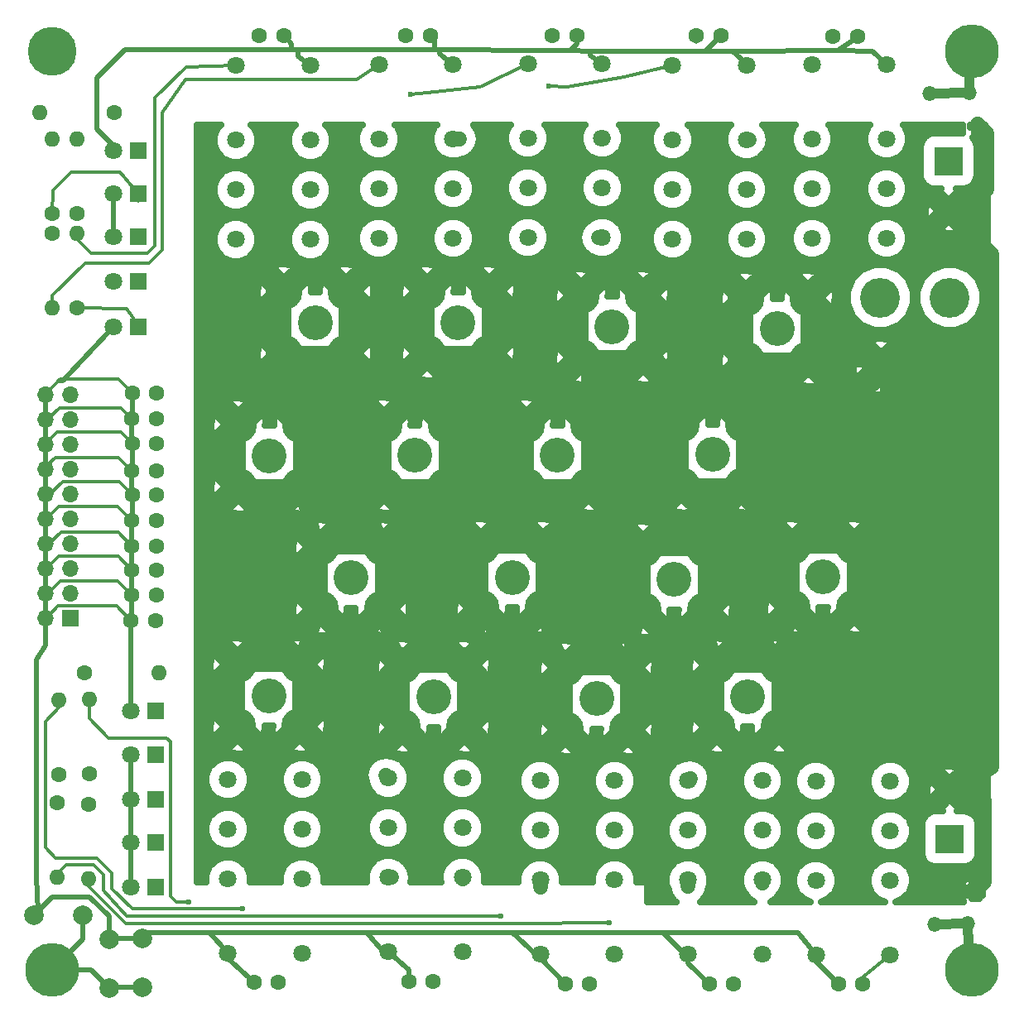
<source format=gbr>
G04 #@! TF.FileFunction,Copper,L1,Top,Signal*
%FSLAX46Y46*%
G04 Gerber Fmt 4.6, Leading zero omitted, Abs format (unit mm)*
G04 Created by KiCad (PCBNEW 4.0.7) date 02/25/19 07:23:26*
%MOMM*%
%LPD*%
G01*
G04 APERTURE LIST*
%ADD10C,0.100000*%
%ADD11C,3.810000*%
%ADD12C,3.556000*%
%ADD13C,1.800000*%
%ADD14C,1.600000*%
%ADD15O,1.600000X1.600000*%
%ADD16R,1.800000X1.800000*%
%ADD17R,3.000000X3.000000*%
%ADD18C,3.000000*%
%ADD19C,5.500000*%
%ADD20R,1.700000X1.700000*%
%ADD21O,1.700000X1.700000*%
%ADD22C,2.000000*%
%ADD23O,1.500000X1.500000*%
%ADD24C,5.000000*%
%ADD25C,4.064000*%
%ADD26C,0.600000*%
%ADD27C,1.500000*%
%ADD28C,1.000000*%
%ADD29C,0.350000*%
%ADD30C,0.500000*%
%ADD31C,0.635000*%
G04 APERTURE END LIST*
D10*
D11*
X101473000Y-91186000D03*
D12*
X104648000Y-94361000D03*
D11*
X107823000Y-91186000D03*
X101473000Y-97536000D03*
X107823000Y-97536000D03*
D13*
X109210000Y-61945500D03*
X109210000Y-72105500D03*
X109210000Y-67025500D03*
X101610000Y-67025500D03*
X101610000Y-61945500D03*
X101610000Y-72105500D03*
X109210000Y-54325500D03*
X101610000Y-54325500D03*
D11*
X76708000Y-77597000D03*
D12*
X79883000Y-80772000D03*
D11*
X83058000Y-77597000D03*
X76708000Y-83947000D03*
X83058000Y-83947000D03*
X105460800Y-116078000D03*
D12*
X108635800Y-119253000D03*
D11*
X111810800Y-116078000D03*
X105460800Y-122428000D03*
X111810800Y-122428000D03*
D13*
X70939500Y-137698500D03*
X70939500Y-127538500D03*
X70939500Y-132618500D03*
X78539500Y-132618500D03*
X78539500Y-137698500D03*
X78539500Y-127538500D03*
X70939500Y-145318500D03*
X78539500Y-145318500D03*
X87322500Y-137571500D03*
X87322500Y-127411500D03*
X87322500Y-132491500D03*
X94922500Y-132491500D03*
X94922500Y-137571500D03*
X94922500Y-127411500D03*
X87322500Y-145191500D03*
X94922500Y-145191500D03*
X131074000Y-137889000D03*
X131074000Y-127729000D03*
X131074000Y-132809000D03*
X138674000Y-132809000D03*
X138674000Y-137889000D03*
X138674000Y-127729000D03*
X131074000Y-145509000D03*
X138674000Y-145509000D03*
D14*
X53479700Y-129921000D03*
D15*
X53479700Y-137541000D03*
D14*
X74168000Y-51435000D03*
X76668000Y-51435000D03*
X63535560Y-111257080D03*
X61035560Y-111257080D03*
D16*
X63538100Y-129552700D03*
D13*
X60998100Y-129552700D03*
D14*
X52946300Y-71691500D03*
D15*
X52946300Y-79311500D03*
D16*
X63538100Y-138582400D03*
D13*
X60998100Y-138582400D03*
D16*
X63538100Y-133997700D03*
D13*
X60998100Y-133997700D03*
D17*
X144780000Y-133629400D03*
D18*
X144780000Y-128549400D03*
D14*
X135890000Y-148463000D03*
X133390000Y-148463000D03*
X122682000Y-148463000D03*
X120182000Y-148463000D03*
X107950000Y-148463000D03*
X105450000Y-148463000D03*
X91922600Y-148196300D03*
X89422600Y-148196300D03*
X76108560Y-148305520D03*
X73608560Y-148305520D03*
X89154000Y-51435000D03*
X91654000Y-51435000D03*
X104140000Y-51435000D03*
X106640000Y-51435000D03*
X118872000Y-51435000D03*
X121372000Y-51435000D03*
X59334400Y-59283600D03*
D15*
X51714400Y-59283600D03*
D17*
X144653000Y-64262000D03*
D18*
X144653000Y-69342000D03*
D19*
X147000000Y-53000000D03*
X53000000Y-147000000D03*
D14*
X52920900Y-69596000D03*
D15*
X52920900Y-61976000D03*
D16*
X63538100Y-125031500D03*
D13*
X60998100Y-125031500D03*
D16*
X63512700Y-120535700D03*
D13*
X60972700Y-120535700D03*
D16*
X61800000Y-81200000D03*
D13*
X59260000Y-81200000D03*
D16*
X61800000Y-76600000D03*
D13*
X59260000Y-76600000D03*
D16*
X61800000Y-72000000D03*
D13*
X59260000Y-72000000D03*
D14*
X56667400Y-130048000D03*
D15*
X56667400Y-137668000D03*
D14*
X53644800Y-127025400D03*
D15*
X53644800Y-119405400D03*
D14*
X56730900Y-126949200D03*
D15*
X56730900Y-119329200D03*
D14*
X56273700Y-116624100D03*
D15*
X63893700Y-116624100D03*
D14*
X55525000Y-79325000D03*
D15*
X55525000Y-71705000D03*
D14*
X55475000Y-69625000D03*
D15*
X55475000Y-62005000D03*
D16*
X61800000Y-67600000D03*
D13*
X59260000Y-67600000D03*
D16*
X61800000Y-63200000D03*
D13*
X59260000Y-63200000D03*
D20*
X54864000Y-111061500D03*
D21*
X52324000Y-111061500D03*
X54864000Y-108521500D03*
X52324000Y-108521500D03*
X54864000Y-105981500D03*
X52324000Y-105981500D03*
X54864000Y-103441500D03*
X52324000Y-103441500D03*
X54864000Y-100901500D03*
X52324000Y-100901500D03*
X54864000Y-98361500D03*
X52324000Y-98361500D03*
X54864000Y-95821500D03*
X52324000Y-95821500D03*
X54864000Y-93281500D03*
X52324000Y-93281500D03*
X54864000Y-90741500D03*
X52324000Y-90741500D03*
X54864000Y-88201500D03*
X52324000Y-88201500D03*
D14*
X63652400Y-88011000D03*
X61152400Y-88011000D03*
X63601600Y-90627200D03*
X61101600Y-90627200D03*
X63652400Y-93141800D03*
X61152400Y-93141800D03*
X63601600Y-95935800D03*
X61101600Y-95935800D03*
X63652400Y-98399600D03*
X61152400Y-98399600D03*
X63601600Y-101041200D03*
X61101600Y-101041200D03*
X63627000Y-103632000D03*
X61127000Y-103632000D03*
X63627000Y-106146600D03*
X61127000Y-106146600D03*
X63591440Y-108686600D03*
X61091440Y-108686600D03*
D22*
X58790840Y-148859240D03*
X58790840Y-143859240D03*
X62191900Y-148805900D03*
X62191900Y-143805900D03*
X56121300Y-141401800D03*
X51121300Y-141401800D03*
D19*
X147000000Y-147000000D03*
D23*
X146812000Y-57277000D03*
X142748000Y-57340500D03*
X143192500Y-142367000D03*
X146621500Y-142303500D03*
D13*
X117993000Y-137825500D03*
X117993000Y-127665500D03*
X117993000Y-132745500D03*
X125593000Y-132745500D03*
X125593000Y-137825500D03*
X125593000Y-127665500D03*
X117993000Y-145445500D03*
X125593000Y-145445500D03*
X102880000Y-137825500D03*
X102880000Y-127665500D03*
X102880000Y-132745500D03*
X110480000Y-132745500D03*
X110480000Y-137825500D03*
X110480000Y-127665500D03*
X102880000Y-145445500D03*
X110480000Y-145445500D03*
X79365000Y-62136000D03*
X79365000Y-72296000D03*
X79365000Y-67216000D03*
X71765000Y-67216000D03*
X71765000Y-62136000D03*
X71765000Y-72296000D03*
X79365000Y-54516000D03*
X71765000Y-54516000D03*
X93970000Y-62009000D03*
X93970000Y-72169000D03*
X93970000Y-67089000D03*
X86370000Y-67089000D03*
X86370000Y-62009000D03*
X86370000Y-72169000D03*
X93970000Y-54389000D03*
X86370000Y-54389000D03*
X124005500Y-62072500D03*
X124005500Y-72232500D03*
X124005500Y-67152500D03*
X116405500Y-67152500D03*
X116405500Y-62072500D03*
X116405500Y-72232500D03*
X124005500Y-54452500D03*
X116405500Y-54452500D03*
X138293000Y-62009000D03*
X138293000Y-72169000D03*
X138293000Y-67089000D03*
X130693000Y-67089000D03*
X130693000Y-62009000D03*
X130693000Y-72169000D03*
X138293000Y-54389000D03*
X130693000Y-54389000D03*
D24*
X53000000Y-53000000D03*
D11*
X72009000Y-91249500D03*
D12*
X75184000Y-94424500D03*
D11*
X78359000Y-91249500D03*
X72009000Y-97599500D03*
X78359000Y-97599500D03*
X91313000Y-77597000D03*
D12*
X94488000Y-80772000D03*
D11*
X97663000Y-77597000D03*
X91313000Y-83947000D03*
X97663000Y-83947000D03*
X120929400Y-115862100D03*
D12*
X124104400Y-119037100D03*
D11*
X127279400Y-115862100D03*
X120929400Y-122212100D03*
X127279400Y-122212100D03*
X86903560Y-91206320D03*
D12*
X90078560Y-94381320D03*
D11*
X93253560Y-91206320D03*
X86903560Y-97556320D03*
X93253560Y-97556320D03*
X128651000Y-103632000D03*
D12*
X131826000Y-106807000D03*
D11*
X135001000Y-103632000D03*
X128651000Y-109982000D03*
X135001000Y-109982000D03*
X107061000Y-78041500D03*
D12*
X110236000Y-81216500D03*
D11*
X113411000Y-78041500D03*
X107061000Y-84391500D03*
X113411000Y-84391500D03*
X113411000Y-103886000D03*
D12*
X116586000Y-107061000D03*
D11*
X119761000Y-103886000D03*
X113411000Y-110236000D03*
X119761000Y-110236000D03*
X123952000Y-78232000D03*
D12*
X127127000Y-81407000D03*
D11*
X130302000Y-78232000D03*
X123952000Y-84582000D03*
X130302000Y-84582000D03*
X88798400Y-115900200D03*
D12*
X91973400Y-119075200D03*
D11*
X95148400Y-115900200D03*
X88798400Y-122250200D03*
X95148400Y-122250200D03*
X117348000Y-91122500D03*
D12*
X120523000Y-94297500D03*
D11*
X123698000Y-91122500D03*
X117348000Y-97472500D03*
X123698000Y-97472500D03*
X96850200Y-103670100D03*
D12*
X100025200Y-106845100D03*
D11*
X103200200Y-103670100D03*
X96850200Y-110020100D03*
X103200200Y-110020100D03*
X71932800Y-115798600D03*
D12*
X75107800Y-118973600D03*
D11*
X78282800Y-115798600D03*
X71932800Y-122148600D03*
X78282800Y-122148600D03*
X80365600Y-103720900D03*
D12*
X83540600Y-106895900D03*
D11*
X86715600Y-103720900D03*
X80365600Y-110070900D03*
X86715600Y-110070900D03*
D14*
X132842000Y-51498500D03*
X135342000Y-51498500D03*
D25*
X137668000Y-78232000D03*
X144780000Y-78232000D03*
X137795000Y-85344000D03*
D23*
X147383500Y-139001500D03*
X147637500Y-60452000D03*
D26*
X109918500Y-142227300D03*
X98869500Y-141541500D03*
X72466200Y-140779500D03*
X66913760Y-140106400D03*
X89662000Y-57404000D03*
X103797100Y-56553100D03*
D27*
X138430000Y-91122500D02*
X138430000Y-85979000D01*
X138430000Y-85979000D02*
X137795000Y-85344000D01*
X138684000Y-97472500D02*
X138684000Y-91948000D01*
X138684000Y-91948000D02*
X139509500Y-91122500D01*
X138684000Y-103632000D02*
X138684000Y-97472500D01*
X138684000Y-97472500D02*
X138684000Y-98044000D01*
X138684000Y-98044000D02*
X138112500Y-97472500D01*
X138684000Y-110871000D02*
X138684000Y-103632000D01*
X138430000Y-103505000D02*
X138430000Y-103632000D01*
X138557000Y-103505000D02*
X138430000Y-103505000D01*
X138684000Y-103632000D02*
X138557000Y-103505000D01*
X139319000Y-116332000D02*
X139319000Y-111506000D01*
X139319000Y-111506000D02*
X138684000Y-110871000D01*
X138684000Y-110871000D02*
X137795000Y-109982000D01*
X138303000Y-122682000D02*
X138303000Y-117348000D01*
X138303000Y-117348000D02*
X139319000Y-116332000D01*
X127279400Y-122212100D02*
X138303000Y-122682000D01*
X138303000Y-122682000D02*
X148209000Y-122682000D01*
X148209000Y-122682000D02*
X149098000Y-121793000D01*
X127279400Y-115862100D02*
X139319000Y-116332000D01*
X139319000Y-116332000D02*
X148082000Y-116332000D01*
X148082000Y-116332000D02*
X149098000Y-117348000D01*
X135001000Y-109982000D02*
X137795000Y-109982000D01*
X137795000Y-109982000D02*
X148209000Y-109982000D01*
X148209000Y-109982000D02*
X149098000Y-110871000D01*
X135001000Y-103632000D02*
X138430000Y-103632000D01*
X138430000Y-103632000D02*
X148844000Y-103632000D01*
X148844000Y-103632000D02*
X149098000Y-103378000D01*
X123698000Y-97472500D02*
X138112500Y-97472500D01*
X138112500Y-97472500D02*
X149034500Y-97472500D01*
X149034500Y-97472500D02*
X149098000Y-97536000D01*
X123698000Y-91122500D02*
X138430000Y-91122500D01*
X138430000Y-91122500D02*
X139509500Y-91122500D01*
X139509500Y-91122500D02*
X148145500Y-91122500D01*
X148145500Y-91122500D02*
X149098000Y-90170000D01*
X123698000Y-97472500D02*
X123698000Y-98679000D01*
X123698000Y-98679000D02*
X128651000Y-103632000D01*
X93253560Y-97556320D02*
X93253560Y-100619560D01*
X93253560Y-100619560D02*
X96850200Y-103670100D01*
X101473000Y-97536000D02*
X101473000Y-102489000D01*
X101473000Y-102489000D02*
X103200200Y-103670100D01*
X113411000Y-103886000D02*
X113411000Y-103124000D01*
X113411000Y-103124000D02*
X107823000Y-97536000D01*
X103200200Y-103670100D02*
X113157000Y-104140000D01*
X113157000Y-104140000D02*
X113411000Y-103886000D01*
X103200200Y-103670100D02*
X103200200Y-110020100D01*
X86715600Y-103720900D02*
X96748600Y-103568500D01*
X96748600Y-103568500D02*
X96850200Y-103670100D01*
X86715600Y-103720900D02*
X86715600Y-110070900D01*
X88798400Y-115900200D02*
X95148400Y-115900200D01*
X71932800Y-122148600D02*
X71932800Y-115798600D01*
X71932800Y-115798600D02*
X78282800Y-115798600D01*
X78282800Y-115798600D02*
X79298800Y-112725200D01*
X79298800Y-112725200D02*
X80365600Y-110070900D01*
X78282800Y-122148600D02*
X78282800Y-115798600D01*
X86715600Y-110070900D02*
X87566500Y-113525300D01*
X87566500Y-113525300D02*
X88798400Y-115900200D01*
X88798400Y-122250200D02*
X88798400Y-115900200D01*
X96850200Y-110020100D02*
X96126300Y-114922300D01*
X96126300Y-114922300D02*
X95148400Y-115900200D01*
X95148400Y-122250200D02*
X95148400Y-115900200D01*
X111810800Y-122428000D02*
X111810800Y-116078000D01*
X105460800Y-116078000D02*
X105460800Y-122428000D01*
X113411000Y-110236000D02*
X103301800Y-109918500D01*
X103301800Y-109918500D02*
X103200200Y-110020100D01*
X105460800Y-116078000D02*
X111810800Y-116078000D01*
X103200200Y-110020100D02*
X104140000Y-113411000D01*
X104140000Y-113411000D02*
X105460800Y-116078000D01*
X111810800Y-116078000D02*
X112839500Y-110807500D01*
X112839500Y-110807500D02*
X113411000Y-110236000D01*
X127279400Y-115862100D02*
X120929400Y-115862100D01*
X127279400Y-115862100D02*
X128016000Y-112649000D01*
X128016000Y-112649000D02*
X128651000Y-109982000D01*
X119761000Y-110236000D02*
X120142000Y-113284000D01*
X120142000Y-113284000D02*
X120929400Y-115862100D01*
X119761000Y-110236000D02*
X119761000Y-103886000D01*
X119761000Y-103886000D02*
X128536700Y-103517700D01*
X128536700Y-103517700D02*
X128651000Y-103632000D01*
X117348000Y-97472500D02*
X120967500Y-102679500D01*
X120967500Y-102679500D02*
X119761000Y-103886000D01*
X107823000Y-97536000D02*
X117284500Y-97536000D01*
X117284500Y-97536000D02*
X117348000Y-97472500D01*
X117348000Y-91122500D02*
X107886500Y-91122500D01*
X107886500Y-91122500D02*
X107823000Y-91186000D01*
X107823000Y-97536000D02*
X107823000Y-91186000D01*
X101473000Y-97536000D02*
X107823000Y-97536000D01*
X130302000Y-84582000D02*
X137033000Y-84582000D01*
X137033000Y-84582000D02*
X137795000Y-85344000D01*
X130302000Y-84582000D02*
X130302000Y-78232000D01*
X123952000Y-84582000D02*
X130302000Y-84582000D01*
X123952000Y-84582000D02*
X123952000Y-90868500D01*
X123952000Y-90868500D02*
X123698000Y-91122500D01*
X123952000Y-78232000D02*
X123952000Y-84582000D01*
X123698000Y-97472500D02*
X123698000Y-91122500D01*
X117348000Y-97472500D02*
X123698000Y-97472500D01*
X117348000Y-91122500D02*
X117348000Y-97472500D01*
X113411000Y-84391500D02*
X114490500Y-84391500D01*
X114490500Y-84391500D02*
X117348000Y-87249000D01*
X117348000Y-87249000D02*
X117348000Y-91122500D01*
X113411000Y-84391500D02*
X113411000Y-78041500D01*
X107061000Y-84391500D02*
X113411000Y-84391500D01*
X107061000Y-78041500D02*
X107061000Y-84391500D01*
X107823000Y-91186000D02*
X107823000Y-85153500D01*
X107823000Y-85153500D02*
X107061000Y-84391500D01*
X97663000Y-83947000D02*
X97663000Y-87122000D01*
X97663000Y-87122000D02*
X101473000Y-90932000D01*
X101473000Y-90932000D02*
X101473000Y-91186000D01*
X91313000Y-83947000D02*
X97663000Y-83947000D01*
X97663000Y-77597000D02*
X97663000Y-83947000D01*
X91313000Y-77597000D02*
X91313000Y-83947000D01*
X93253560Y-91206320D02*
X93253560Y-85887560D01*
X93253560Y-85887560D02*
X91313000Y-83947000D01*
X101473000Y-97536000D02*
X93273880Y-97536000D01*
X93273880Y-97536000D02*
X93253560Y-97556320D01*
X101473000Y-91186000D02*
X101473000Y-97536000D01*
X93253560Y-91206320D02*
X101452680Y-91206320D01*
X101452680Y-91206320D02*
X101473000Y-91186000D01*
X86903560Y-91206320D02*
X78402180Y-91206320D01*
X78402180Y-91206320D02*
X78359000Y-91249500D01*
X83058000Y-83947000D02*
X83058000Y-87360760D01*
X83058000Y-87360760D02*
X86903560Y-91206320D01*
X76708000Y-83947000D02*
X76708000Y-87503000D01*
X78359000Y-89154000D02*
X78359000Y-91249500D01*
X76708000Y-87503000D02*
X78359000Y-89154000D01*
X76708000Y-77597000D02*
X76708000Y-83947000D01*
X83058000Y-83947000D02*
X83058000Y-77597000D01*
X76708000Y-83947000D02*
X83058000Y-83947000D01*
X78359000Y-97599500D02*
X86860380Y-97599500D01*
X86860380Y-97599500D02*
X86903560Y-97556320D01*
X86715600Y-103720900D02*
X85090000Y-99369880D01*
X85090000Y-99369880D02*
X86903560Y-97556320D01*
X78359000Y-97599500D02*
X79984600Y-103339900D01*
X79984600Y-103339900D02*
X80365600Y-103720900D01*
X72009000Y-97599500D02*
X78359000Y-97599500D01*
X107823000Y-91186000D02*
X107823000Y-89979500D01*
X107886500Y-97472500D02*
X107823000Y-97536000D01*
X107061000Y-90424000D02*
X107823000Y-91186000D01*
X107886500Y-91122500D02*
X107823000Y-91186000D01*
X101434900Y-91224100D02*
X101473000Y-91186000D01*
X101434900Y-97574100D02*
X101473000Y-97536000D01*
X144653000Y-69342000D02*
X146431000Y-69342000D01*
X148590000Y-61404500D02*
X147637500Y-60452000D01*
X148590000Y-67183000D02*
X148590000Y-61404500D01*
X146431000Y-69342000D02*
X148590000Y-67183000D01*
X147383500Y-139001500D02*
X146875500Y-139001500D01*
X144780000Y-128549400D02*
X147218400Y-128549400D01*
X148336000Y-138049000D02*
X147383500Y-139001500D01*
X148336000Y-129667000D02*
X148336000Y-138049000D01*
X147218400Y-128549400D02*
X148336000Y-129667000D01*
X137795000Y-85344000D02*
X142494000Y-85344000D01*
X142494000Y-85344000D02*
X147955000Y-85344000D01*
X147955000Y-85344000D02*
X149098000Y-86487000D01*
X144780000Y-128549400D02*
X145402300Y-128549400D01*
X145402300Y-128549400D02*
X149098000Y-126238000D01*
X149098000Y-126238000D02*
X149098000Y-123444000D01*
X149098000Y-123444000D02*
X149098000Y-121793000D01*
X149098000Y-121793000D02*
X149098000Y-117348000D01*
X149098000Y-117348000D02*
X149098000Y-114808000D01*
X149098000Y-114808000D02*
X149098000Y-110871000D01*
X149098000Y-110871000D02*
X149098000Y-110109000D01*
X149098000Y-110109000D02*
X149098000Y-103378000D01*
X149098000Y-103378000D02*
X149098000Y-97536000D01*
X149098000Y-97536000D02*
X149098000Y-90805000D01*
X149098000Y-90805000D02*
X149098000Y-90170000D01*
X149098000Y-90170000D02*
X149098000Y-86487000D01*
X149098000Y-73787000D02*
X144653000Y-69342000D01*
X149098000Y-86487000D02*
X149098000Y-73787000D01*
D28*
X144780000Y-128549400D02*
X145389600Y-128549400D01*
D27*
X145394680Y-70083680D02*
X144653000Y-69342000D01*
X97663000Y-83947000D02*
X97790000Y-83947000D01*
X98107500Y-84391500D02*
X97663000Y-83947000D01*
X98107500Y-78041500D02*
X97663000Y-77597000D01*
X135001000Y-103632000D02*
X135001000Y-109982000D01*
X128651000Y-109982000D02*
X128651000Y-103632000D01*
X135001000Y-103632000D02*
X128651000Y-103632000D01*
X135077200Y-110058200D02*
X135001000Y-109982000D01*
X135305800Y-103327200D02*
X135001000Y-103632000D01*
X135267700Y-109715300D02*
X135001000Y-109982000D01*
X128473200Y-110159800D02*
X128651000Y-109982000D01*
X136080500Y-102552500D02*
X135001000Y-103632000D01*
X135267700Y-103365300D02*
X135001000Y-103632000D01*
X128473200Y-103809800D02*
X128651000Y-103632000D01*
X135940800Y-110921800D02*
X135001000Y-109982000D01*
X128600200Y-110032800D02*
X128651000Y-109982000D01*
X107823000Y-85153500D02*
X107061000Y-84391500D01*
X113411000Y-84391500D02*
X114744500Y-84391500D01*
X113601500Y-84582000D02*
X113411000Y-84391500D01*
X113601500Y-78232000D02*
X113411000Y-78041500D01*
X111810800Y-116078000D02*
X112699800Y-116078000D01*
X112064800Y-115824000D02*
X111810800Y-116078000D01*
X112382300Y-115506500D02*
X111810800Y-116078000D01*
X124005500Y-78178500D02*
X123952000Y-78232000D01*
X131064000Y-85344000D02*
X130302000Y-84582000D01*
X88671400Y-115773200D02*
X88798400Y-115900200D01*
X95402400Y-122504200D02*
X95148400Y-122250200D01*
X95402400Y-116154200D02*
X95148400Y-115900200D01*
X96126300Y-114922300D02*
X95148400Y-115900200D01*
X78409800Y-122275600D02*
X78282800Y-122148600D01*
X78359000Y-91249500D02*
X78359000Y-97599500D01*
X72009000Y-91249500D02*
X72009000Y-97599500D01*
X78402180Y-97556320D02*
X78359000Y-97599500D01*
X120929400Y-115862100D02*
X120929400Y-122212100D01*
X127279400Y-122212100D02*
X127279400Y-115862100D01*
X120675400Y-122466100D02*
X120929400Y-122212100D01*
X127457200Y-115684300D02*
X127279400Y-115862100D01*
X86903560Y-91206320D02*
X86903560Y-97556320D01*
X93253560Y-97556320D02*
X86903560Y-97556320D01*
X93253560Y-91206320D02*
X93253560Y-97556320D01*
X93273880Y-97536000D02*
X93253560Y-97556320D01*
X86941660Y-97594420D02*
X86903560Y-97556320D01*
X120967500Y-102679500D02*
X119761000Y-103886000D01*
X113411000Y-103886000D02*
X113411000Y-110236000D01*
X119761000Y-103886000D02*
X113411000Y-103886000D01*
X119875300Y-104000300D02*
X119761000Y-103886000D01*
X120269000Y-103378000D02*
X119761000Y-103886000D01*
X113322100Y-103974900D02*
X113411000Y-103886000D01*
X123952000Y-90868500D02*
X123698000Y-91122500D01*
X123761500Y-97409000D02*
X123698000Y-97472500D01*
X124396500Y-91821000D02*
X123698000Y-91122500D01*
X123952000Y-90868500D02*
X123698000Y-91122500D01*
X123698000Y-97917000D02*
X123698000Y-97472500D01*
X117233700Y-91236800D02*
X117348000Y-91122500D01*
X117233700Y-97586800D02*
X117348000Y-97472500D01*
X103936800Y-102933500D02*
X103200200Y-103670100D01*
X96850200Y-103670100D02*
X96850200Y-110020100D01*
X103200200Y-103670100D02*
X96850200Y-103670100D01*
X103301800Y-103568500D02*
X103200200Y-103670100D01*
X96494600Y-103314500D02*
X96850200Y-103670100D01*
X80365600Y-103720900D02*
X86715600Y-103720900D01*
X80365600Y-103720900D02*
X80365600Y-110070900D01*
X80365600Y-103720900D02*
X79540100Y-103720900D01*
X79984600Y-103339900D02*
X80365600Y-103720900D01*
X86817200Y-103822500D02*
X86715600Y-103720900D01*
D29*
X109918345Y-142227455D02*
X100203000Y-142265400D01*
X109918500Y-142227300D02*
X109918345Y-142227455D01*
X135890000Y-148463000D02*
X135890000Y-147785000D01*
X135890000Y-147785000D02*
X138674000Y-145509000D01*
X56667400Y-137668000D02*
X56667400Y-138475720D01*
X60462160Y-142270480D02*
X100203000Y-142265400D01*
X56667400Y-138475720D02*
X60462160Y-142270480D01*
X56667400Y-137668000D02*
X57277000Y-137668000D01*
X53479700Y-137210800D02*
X54427120Y-136263380D01*
X60573920Y-141528800D02*
X98869500Y-141541500D01*
X58199020Y-138898538D02*
X60573920Y-141528800D01*
X58199020Y-137269220D02*
X58199020Y-138898538D01*
X57193180Y-136263380D02*
X58199020Y-137269220D01*
X54427120Y-136263380D02*
X57193180Y-136263380D01*
X53479700Y-137541000D02*
X53479700Y-137210800D01*
X53479700Y-137541000D02*
X53479700Y-136994900D01*
X52242720Y-121594880D02*
X52242720Y-134498080D01*
X52242720Y-134498080D02*
X53309520Y-135564880D01*
X53309520Y-135564880D02*
X57556400Y-135564880D01*
X57556400Y-135564880D02*
X59065160Y-137073640D01*
X59065160Y-137073640D02*
X59065160Y-138722100D01*
X59065160Y-138722100D02*
X61132720Y-140789660D01*
X61132720Y-140789660D02*
X72466200Y-140779500D01*
X53644800Y-120192800D02*
X52242720Y-121594880D01*
X53644800Y-119405400D02*
X53644800Y-120192800D01*
X53644800Y-119405400D02*
X53644800Y-119532400D01*
X53644800Y-119405400D02*
X53644800Y-119329200D01*
X53644800Y-119405400D02*
X53644800Y-119595900D01*
X56730900Y-119329200D02*
X56730900Y-121310400D01*
X65628520Y-140091160D02*
X66913760Y-140106400D01*
X65059560Y-139522200D02*
X65628520Y-140091160D01*
X65059560Y-123672600D02*
X65059560Y-139522200D01*
X64678560Y-123291600D02*
X65059560Y-123672600D01*
X58712100Y-123291600D02*
X64678560Y-123291600D01*
X56730900Y-121310400D02*
X58712100Y-123291600D01*
X56730900Y-119329200D02*
X56730900Y-119405400D01*
X63601600Y-101041200D02*
X64104520Y-101041200D01*
X55525000Y-71705000D02*
X55525000Y-72289000D01*
X55525000Y-72289000D02*
X56959500Y-73723500D01*
X66642000Y-54643000D02*
X71765000Y-54516000D01*
X63500000Y-57785000D02*
X66642000Y-54643000D01*
X63500000Y-72898000D02*
X63500000Y-57785000D01*
X62674500Y-73723500D02*
X63500000Y-72898000D01*
X56959500Y-73723500D02*
X62674500Y-73723500D01*
X55525000Y-71705000D02*
X55525000Y-72008400D01*
X52946300Y-79311500D02*
X52946300Y-78054200D01*
X84117000Y-55943500D02*
X86370000Y-54389000D01*
X66611500Y-55943500D02*
X84117000Y-55943500D01*
X64198500Y-59309000D02*
X66611500Y-55943500D01*
X64198500Y-73342500D02*
X64198500Y-59309000D01*
X62865000Y-74676000D02*
X64198500Y-73342500D01*
X56324500Y-74676000D02*
X62865000Y-74676000D01*
X52946300Y-78054200D02*
X56324500Y-74676000D01*
X52946300Y-79311500D02*
X52362100Y-79311500D01*
X52946300Y-79311500D02*
X52946300Y-79286100D01*
X96774000Y-56642000D02*
X101610000Y-54325500D01*
X91315404Y-57297031D02*
X96774000Y-56642000D01*
X89662000Y-57404000D02*
X91315404Y-57297031D01*
D30*
X108013500Y-53054250D02*
X108013500Y-53446500D01*
X108013500Y-53446500D02*
X109210000Y-54325500D01*
X124005500Y-54452500D02*
X124005500Y-54282500D01*
X124005500Y-54282500D02*
X122523250Y-53054250D01*
X133350000Y-52959000D02*
X136843950Y-53054250D01*
X136843950Y-53054250D02*
X138293000Y-54389000D01*
X119752750Y-53054250D02*
X122523250Y-53054250D01*
X122523250Y-53054250D02*
X133350000Y-52959000D01*
X133350000Y-52959000D02*
X135596000Y-51435000D01*
X105949750Y-52927250D02*
X108013500Y-53054250D01*
X108013500Y-53054250D02*
X119752750Y-53054250D01*
X119752750Y-53054250D02*
X121372000Y-51435000D01*
X92075000Y-52895500D02*
X92075000Y-51856000D01*
X92075000Y-51856000D02*
X91654000Y-51435000D01*
X77470000Y-52895500D02*
X77470000Y-52237000D01*
X77470000Y-52237000D02*
X76668000Y-51435000D01*
X78105000Y-52895500D02*
X78105000Y-53510000D01*
X78105000Y-53510000D02*
X79365000Y-54516000D01*
X76668000Y-51435000D02*
X76668000Y-51538500D01*
X92583000Y-52895500D02*
X92583000Y-53256000D01*
X92583000Y-53256000D02*
X93970000Y-54389000D01*
X59260000Y-63200000D02*
X59260000Y-62689000D01*
X59260000Y-62689000D02*
X57531000Y-60960000D01*
X106640000Y-52237000D02*
X106640000Y-51435000D01*
X105918000Y-52959000D02*
X105949750Y-52927250D01*
X105949750Y-52927250D02*
X106640000Y-52237000D01*
X97980500Y-52959000D02*
X105918000Y-52959000D01*
X97663000Y-52895500D02*
X97980500Y-52959000D01*
X60388500Y-52895500D02*
X75311000Y-52895500D01*
X75311000Y-52895500D02*
X77470000Y-52895500D01*
X77470000Y-52895500D02*
X78105000Y-52895500D01*
X78105000Y-52895500D02*
X90995500Y-52895500D01*
X90995500Y-52895500D02*
X92075000Y-52895500D01*
X92075000Y-52895500D02*
X92583000Y-52895500D01*
X92583000Y-52895500D02*
X97663000Y-52895500D01*
X57531000Y-55753000D02*
X60388500Y-52895500D01*
X57531000Y-60960000D02*
X57531000Y-55753000D01*
X59260000Y-67600000D02*
X59260000Y-68241440D01*
X124005500Y-54452500D02*
X123880900Y-54452500D01*
X59260000Y-63200000D02*
X59260000Y-62670160D01*
X117993000Y-145445500D02*
X117665520Y-145445500D01*
X117665520Y-145445500D02*
X115448080Y-143164560D01*
X102880000Y-145445500D02*
X102379800Y-145445500D01*
X102379800Y-145445500D02*
X100035360Y-143164560D01*
X87322500Y-145191500D02*
X86860400Y-145191500D01*
X86860400Y-145191500D02*
X85138260Y-143164560D01*
X70939500Y-145318500D02*
X70939500Y-145234500D01*
X70939500Y-145234500D02*
X69060060Y-143164560D01*
X70939500Y-145318500D02*
X70939500Y-145826960D01*
X70939500Y-145826960D02*
X73608560Y-148305520D01*
X89422600Y-148196300D02*
X89422600Y-146986800D01*
X89422600Y-146986800D02*
X87322500Y-145191500D01*
X102880000Y-145445500D02*
X102880000Y-145829500D01*
X102880000Y-145829500D02*
X105450000Y-148463000D01*
X117993000Y-146337500D02*
X120182000Y-148463000D01*
X131074000Y-145509000D02*
X131074000Y-146147000D01*
X131074000Y-146147000D02*
X133390000Y-148463000D01*
X62191900Y-143805900D02*
X62223660Y-143805900D01*
X62223660Y-143805900D02*
X62865000Y-143164560D01*
X62865000Y-143164560D02*
X69060060Y-143164560D01*
X69060060Y-143164560D02*
X85138260Y-143164560D01*
X85138260Y-143164560D02*
X100035360Y-143164560D01*
X100035360Y-143164560D02*
X115448080Y-143164560D01*
X115448080Y-143164560D02*
X129237560Y-143164560D01*
X129237560Y-143164560D02*
X131074000Y-145509000D01*
X62191900Y-143805900D02*
X62335400Y-143805900D01*
X51121300Y-141401800D02*
X51130200Y-141401800D01*
X51130200Y-141401800D02*
X52971700Y-139560300D01*
X58790840Y-141544040D02*
X58790840Y-143859240D01*
X56807100Y-139560300D02*
X58790840Y-141544040D01*
X52971700Y-139560300D02*
X56807100Y-139560300D01*
X60998100Y-133997700D02*
X60998100Y-138582400D01*
X60998100Y-133997700D02*
X60998100Y-129552700D01*
X60998100Y-125031500D02*
X60998100Y-129552700D01*
X60972700Y-125006100D02*
X60998100Y-125031500D01*
X60972700Y-120535700D02*
X60972700Y-111319940D01*
X60972700Y-111319940D02*
X61035560Y-111257080D01*
X51121300Y-141401800D02*
X51386740Y-141401800D01*
X51384200Y-137414000D02*
X51536600Y-140986500D01*
X51536600Y-140986500D02*
X51121300Y-141401800D01*
X59260000Y-67600000D02*
X59254920Y-71994920D01*
X59254920Y-71994920D02*
X59260000Y-72000000D01*
X53649880Y-86720680D02*
X54076600Y-86720680D01*
X54076600Y-86720680D02*
X59260000Y-81200000D01*
X59183800Y-76523800D02*
X59260000Y-76600000D01*
D29*
X52324000Y-88201500D02*
X52324000Y-87630000D01*
D30*
X52324000Y-111061500D02*
X52324000Y-113792000D01*
X52324000Y-113792000D02*
X51384200Y-115290600D01*
X62191900Y-143805900D02*
X58844180Y-143805900D01*
X58844180Y-143805900D02*
X58790840Y-143859240D01*
X62217300Y-143780500D02*
X62191900Y-143805900D01*
D29*
X52324000Y-88046560D02*
X53649880Y-86720680D01*
X53649880Y-86720680D02*
X53812440Y-86558120D01*
X53812440Y-86558120D02*
X59699520Y-86558120D01*
X59699520Y-86558120D02*
X61152400Y-88011000D01*
X59336200Y-81123800D02*
X59260000Y-81200000D01*
X59219360Y-76559360D02*
X59260000Y-76600000D01*
X52324000Y-111061500D02*
X52331620Y-111061500D01*
X52331620Y-111061500D02*
X53588920Y-109804200D01*
X59582680Y-109804200D02*
X61035560Y-111257080D01*
X53588920Y-109804200D02*
X59582680Y-109804200D01*
X52324000Y-108521500D02*
X52552600Y-108521500D01*
X52552600Y-108521500D02*
X53840380Y-107233720D01*
X59638560Y-107233720D02*
X61091440Y-108686600D01*
X53840380Y-107233720D02*
X59638560Y-107233720D01*
X52324000Y-105981500D02*
X52410360Y-105981500D01*
X52410360Y-105981500D02*
X53672740Y-104719120D01*
X59699520Y-104719120D02*
X61127000Y-106146600D01*
X53672740Y-104719120D02*
X59699520Y-104719120D01*
X52324000Y-100901500D02*
X52377340Y-100901500D01*
X52377340Y-100901500D02*
X53672740Y-99606100D01*
X59666500Y-99606100D02*
X61101600Y-101041200D01*
X53672740Y-99606100D02*
X59666500Y-99606100D01*
X52324000Y-103441500D02*
X52631340Y-103441500D01*
X52631340Y-103441500D02*
X53868320Y-102204520D01*
X59699520Y-102204520D02*
X61127000Y-103632000D01*
X53868320Y-102204520D02*
X59699520Y-102204520D01*
X52324000Y-98361500D02*
X52738020Y-98361500D01*
X52738020Y-98361500D02*
X54035960Y-97063560D01*
X59816360Y-97063560D02*
X61152400Y-98399600D01*
X54035960Y-97063560D02*
X59816360Y-97063560D01*
X52324000Y-95821500D02*
X52324000Y-95562420D01*
X52324000Y-95562420D02*
X53309520Y-94576900D01*
X59742700Y-94576900D02*
X61101600Y-95935800D01*
X53309520Y-94576900D02*
X59742700Y-94576900D01*
X52324000Y-93281500D02*
X52324000Y-93159580D01*
X52324000Y-93159580D02*
X53505100Y-91978480D01*
X59989080Y-91978480D02*
X61152400Y-93141800D01*
X53505100Y-91978480D02*
X59989080Y-91978480D01*
X52324000Y-90741500D02*
X52451000Y-90741500D01*
X52451000Y-90741500D02*
X53700680Y-89491820D01*
X59966220Y-89491820D02*
X61101600Y-90627200D01*
X53700680Y-89491820D02*
X59966220Y-89491820D01*
X52324000Y-88201500D02*
X52324000Y-88046560D01*
D30*
X52324000Y-108521500D02*
X52324000Y-111061500D01*
X52324000Y-105981500D02*
X52324000Y-108521500D01*
X52324000Y-103441500D02*
X52324000Y-105981500D01*
X52324000Y-100901500D02*
X52324000Y-103441500D01*
X52324000Y-98361500D02*
X52324000Y-100901500D01*
X52324000Y-95821500D02*
X52324000Y-98361500D01*
X52324000Y-93281500D02*
X52324000Y-95821500D01*
X52324000Y-90741500D02*
X52324000Y-93281500D01*
X52324000Y-88201500D02*
X52324000Y-90741500D01*
X58801000Y-143849080D02*
X58790840Y-143859240D01*
X61091440Y-108686600D02*
X61091440Y-111201200D01*
X61091440Y-111201200D02*
X61035560Y-111257080D01*
X61127000Y-106146600D02*
X61127000Y-108651040D01*
X61127000Y-108651040D02*
X61091440Y-108686600D01*
X61127000Y-103632000D02*
X61127000Y-106146600D01*
X61101600Y-103606600D02*
X61127000Y-103632000D01*
X61101600Y-101041200D02*
X61101600Y-103606600D01*
X61152400Y-100990400D02*
X61101600Y-101041200D01*
X61152400Y-98399600D02*
X61152400Y-100990400D01*
X61101600Y-98348800D02*
X61152400Y-98399600D01*
X61101600Y-95935800D02*
X61101600Y-98348800D01*
X61152400Y-95885000D02*
X61101600Y-95935800D01*
X61152400Y-93141800D02*
X61152400Y-95885000D01*
X61101600Y-93091000D02*
X61152400Y-93141800D01*
X61101600Y-90627200D02*
X61101600Y-93091000D01*
X61152400Y-90576400D02*
X61101600Y-90627200D01*
X61152400Y-88011000D02*
X61152400Y-90576400D01*
D29*
X61152400Y-88011000D02*
X61152400Y-87691600D01*
D30*
X51384200Y-115290600D02*
X51384200Y-137414000D01*
D29*
X55525000Y-79325000D02*
X60604400Y-79349600D01*
X60604400Y-79349600D02*
X61800000Y-81047600D01*
X61800000Y-81047600D02*
X61800000Y-81200000D01*
X52946300Y-71691500D02*
X53403500Y-71691500D01*
X55475000Y-69625000D02*
X56059200Y-69625000D01*
X55475000Y-69625000D02*
X55475000Y-69167800D01*
X118872000Y-51435000D02*
X118872000Y-52113000D01*
X111506000Y-55689500D02*
X116405500Y-54452500D01*
X105600500Y-56642000D02*
X111506000Y-55689500D01*
X103797100Y-56553100D02*
X105600500Y-56642000D01*
X52920900Y-69596000D02*
X53073300Y-67271900D01*
X59928760Y-65405000D02*
X61800000Y-67600000D01*
X54940200Y-65405000D02*
X59928760Y-65405000D01*
X53073300Y-67271900D02*
X54940200Y-65405000D01*
X61800000Y-67600000D02*
X61800000Y-68351840D01*
D27*
X109210000Y-72105500D02*
X108869500Y-72105500D01*
D30*
X56121300Y-141401800D02*
X56121300Y-143878700D01*
X56121300Y-143878700D02*
X53000000Y-147000000D01*
X53058060Y-146941940D02*
X53000000Y-147000000D01*
X62191900Y-148805900D02*
X58844180Y-148805900D01*
X58844180Y-148805900D02*
X58790840Y-148859240D01*
X62217300Y-148780500D02*
X62191900Y-148805900D01*
X53000000Y-147000000D02*
X56931600Y-147000000D01*
X56931600Y-147000000D02*
X58790840Y-148859240D01*
D28*
X142748000Y-57340500D02*
X146812000Y-57277000D01*
X146812000Y-57277000D02*
X146812000Y-53188000D01*
X146812000Y-53188000D02*
X147000000Y-53000000D01*
D30*
X145308000Y-51308000D02*
X147000000Y-53000000D01*
D28*
X146621500Y-142303500D02*
X146812000Y-146812000D01*
X146812000Y-146812000D02*
X147000000Y-147000000D01*
X143192500Y-142367000D02*
X146621500Y-142303500D01*
D27*
X102870000Y-127655500D02*
X102880000Y-127665500D01*
X87058500Y-127147500D02*
X87322500Y-127411500D01*
X124005500Y-62072500D02*
X124236500Y-62072500D01*
X125593000Y-137825500D02*
X125593000Y-138166000D01*
X117993000Y-137825500D02*
X117993000Y-138440000D01*
X102880000Y-137825500D02*
X102880000Y-138567000D01*
X94922500Y-137571500D02*
X94922500Y-137721500D01*
X87322500Y-137571500D02*
X87660500Y-137571500D01*
X93970000Y-62009000D02*
X94582000Y-62009000D01*
X109210000Y-61945500D02*
X109377500Y-61945500D01*
X118237000Y-127421500D02*
X117993000Y-127665500D01*
D31*
G36*
X69886191Y-60878247D02*
X69547886Y-61692977D01*
X69547116Y-62575153D01*
X69883999Y-63390472D01*
X70507247Y-64014809D01*
X71321977Y-64353114D01*
X72204153Y-64353884D01*
X73019472Y-64017001D01*
X73643809Y-63393753D01*
X73982114Y-62579023D01*
X73982884Y-61696847D01*
X73646001Y-60881528D01*
X73318645Y-60553600D01*
X77811405Y-60553600D01*
X77486191Y-60878247D01*
X77147886Y-61692977D01*
X77147116Y-62575153D01*
X77483999Y-63390472D01*
X78107247Y-64014809D01*
X78921977Y-64353114D01*
X79804153Y-64353884D01*
X80619472Y-64017001D01*
X81243809Y-63393753D01*
X81582114Y-62579023D01*
X81582884Y-61696847D01*
X81246001Y-60881528D01*
X80918645Y-60553600D01*
X84689183Y-60553600D01*
X84491191Y-60751247D01*
X84152886Y-61565977D01*
X84152116Y-62448153D01*
X84488999Y-63263472D01*
X85112247Y-63887809D01*
X85926977Y-64226114D01*
X86809153Y-64226884D01*
X87624472Y-63890001D01*
X88248809Y-63266753D01*
X88587114Y-62452023D01*
X88587884Y-61569847D01*
X88251001Y-60754528D01*
X88050423Y-60553600D01*
X92289183Y-60553600D01*
X92091191Y-60751247D01*
X91752886Y-61565977D01*
X91752116Y-62448153D01*
X92088999Y-63263472D01*
X92712247Y-63887809D01*
X93526977Y-64226114D01*
X94409153Y-64226884D01*
X94950515Y-64003198D01*
X95373198Y-63919121D01*
X96043943Y-63470943D01*
X96492121Y-62800198D01*
X96649500Y-62009000D01*
X96492121Y-61217802D01*
X96048315Y-60553600D01*
X99865572Y-60553600D01*
X99731191Y-60687747D01*
X99392886Y-61502477D01*
X99392116Y-62384653D01*
X99728999Y-63199972D01*
X100352247Y-63824309D01*
X101166977Y-64162614D01*
X102049153Y-64163384D01*
X102864472Y-63826501D01*
X103488809Y-63203253D01*
X103827114Y-62388523D01*
X103827884Y-61506347D01*
X103491001Y-60691028D01*
X103353813Y-60553600D01*
X107465572Y-60553600D01*
X107331191Y-60687747D01*
X106992886Y-61502477D01*
X106992116Y-62384653D01*
X107328999Y-63199972D01*
X107952247Y-63824309D01*
X108766977Y-64162614D01*
X109649153Y-64163384D01*
X110464472Y-63826501D01*
X111088809Y-63203253D01*
X111274197Y-62756788D01*
X111287621Y-62736698D01*
X111292294Y-62713207D01*
X111427114Y-62388523D01*
X111427424Y-62033863D01*
X111445000Y-61945500D01*
X111427577Y-61857909D01*
X111427884Y-61506347D01*
X111292447Y-61178565D01*
X111287621Y-61154302D01*
X111273997Y-61133913D01*
X111091001Y-60691028D01*
X110953813Y-60553600D01*
X114788294Y-60553600D01*
X114526691Y-60814747D01*
X114188386Y-61629477D01*
X114187616Y-62511653D01*
X114524499Y-63326972D01*
X115147747Y-63951309D01*
X115962477Y-64289614D01*
X116844653Y-64290384D01*
X117659972Y-63953501D01*
X118284309Y-63330253D01*
X118622614Y-62515523D01*
X118623384Y-61633347D01*
X118286501Y-60818028D01*
X118022534Y-60553600D01*
X122388294Y-60553600D01*
X122126691Y-60814747D01*
X121788386Y-61629477D01*
X121787616Y-62511653D01*
X122124499Y-63326972D01*
X122747747Y-63951309D01*
X123562477Y-64289614D01*
X124444653Y-64290384D01*
X125259972Y-63953501D01*
X125641946Y-63572193D01*
X125698443Y-63534443D01*
X125735863Y-63478440D01*
X125884309Y-63330253D01*
X125965455Y-63134832D01*
X126146621Y-62863698D01*
X126209683Y-62546665D01*
X126222614Y-62515523D01*
X126222644Y-62481506D01*
X126304000Y-62072500D01*
X126223355Y-61667068D01*
X126223384Y-61633347D01*
X126210393Y-61601907D01*
X126146621Y-61281302D01*
X125966599Y-61011881D01*
X125886501Y-60818028D01*
X125737009Y-60668274D01*
X125698443Y-60610557D01*
X125641230Y-60572328D01*
X125622535Y-60553600D01*
X129012183Y-60553600D01*
X128814191Y-60751247D01*
X128475886Y-61565977D01*
X128475116Y-62448153D01*
X128811999Y-63263472D01*
X129435247Y-63887809D01*
X130249977Y-64226114D01*
X131132153Y-64226884D01*
X131947472Y-63890001D01*
X132571809Y-63266753D01*
X132910114Y-62452023D01*
X132910884Y-61569847D01*
X132574001Y-60754528D01*
X132373423Y-60553600D01*
X136612183Y-60553600D01*
X136414191Y-60751247D01*
X136075886Y-61565977D01*
X136075116Y-62448153D01*
X136411999Y-63263472D01*
X137035247Y-63887809D01*
X137849977Y-64226114D01*
X138732153Y-64226884D01*
X139547472Y-63890001D01*
X140171809Y-63266753D01*
X140510114Y-62452023D01*
X140510884Y-61569847D01*
X140174001Y-60754528D01*
X139973423Y-60553600D01*
X146062000Y-60553600D01*
X146062000Y-61418689D01*
X143153000Y-61418689D01*
X142664764Y-61510557D01*
X142216348Y-61799104D01*
X141915523Y-62239377D01*
X141809689Y-62762000D01*
X141809689Y-65762000D01*
X141901557Y-66250236D01*
X142190104Y-66698652D01*
X142630377Y-66999477D01*
X143153000Y-67105311D01*
X143922219Y-67105311D01*
X143747476Y-67375815D01*
X144653000Y-68281340D01*
X145558524Y-67375815D01*
X145383781Y-67105311D01*
X146153000Y-67105311D01*
X146641236Y-67013443D01*
X147089652Y-66724896D01*
X147390477Y-66284623D01*
X147496311Y-65762000D01*
X147496311Y-62762000D01*
X147404443Y-62273764D01*
X147130638Y-61848257D01*
X147262500Y-61775873D01*
X147262500Y-60827000D01*
X146887500Y-60827000D01*
X146887500Y-60553600D01*
X148387500Y-60553600D01*
X148387500Y-60827000D01*
X148012500Y-60827000D01*
X148012500Y-61775873D01*
X148247267Y-61904745D01*
X148607500Y-61661587D01*
X148607500Y-137818998D01*
X148393626Y-137818998D01*
X147993267Y-137548755D01*
X147758500Y-137677627D01*
X147758500Y-138626500D01*
X148133500Y-138626500D01*
X148133500Y-139376500D01*
X147758500Y-139376500D01*
X147758500Y-139751500D01*
X147008500Y-139751500D01*
X147008500Y-139376500D01*
X146066732Y-139376500D01*
X145930781Y-139611262D01*
X146200998Y-140015706D01*
X146200998Y-140055600D01*
X139237270Y-140055600D01*
X139928472Y-139770001D01*
X140552809Y-139146753D01*
X140866318Y-138391738D01*
X145930781Y-138391738D01*
X146066732Y-138626500D01*
X147008500Y-138626500D01*
X147008500Y-137677627D01*
X146773733Y-137548755D01*
X146264207Y-137892686D01*
X145930781Y-138391738D01*
X140866318Y-138391738D01*
X140891114Y-138332023D01*
X140891884Y-137449847D01*
X140555001Y-136634528D01*
X139931753Y-136010191D01*
X139117023Y-135671886D01*
X138234847Y-135671116D01*
X137419528Y-136007999D01*
X136795191Y-136631247D01*
X136456886Y-137445977D01*
X136456116Y-138328153D01*
X136792999Y-139143472D01*
X137416247Y-139767809D01*
X138109326Y-140055600D01*
X131637270Y-140055600D01*
X132328472Y-139770001D01*
X132952809Y-139146753D01*
X133291114Y-138332023D01*
X133291884Y-137449847D01*
X132955001Y-136634528D01*
X132331753Y-136010191D01*
X131517023Y-135671886D01*
X130634847Y-135671116D01*
X129819528Y-136007999D01*
X129195191Y-136631247D01*
X128856886Y-137445977D01*
X128856116Y-138328153D01*
X129192999Y-139143472D01*
X129816247Y-139767809D01*
X130509326Y-140055600D01*
X126414910Y-140055600D01*
X127054943Y-139627943D01*
X127312897Y-139241887D01*
X127471809Y-139083253D01*
X127810114Y-138268523D01*
X127810884Y-137386347D01*
X127474001Y-136571028D01*
X126850753Y-135946691D01*
X126036023Y-135608386D01*
X125153847Y-135607616D01*
X124338528Y-135944499D01*
X123714191Y-136567747D01*
X123375886Y-137382477D01*
X123375116Y-138264653D01*
X123711999Y-139079972D01*
X123872031Y-139240284D01*
X124131057Y-139627943D01*
X124771090Y-140055600D01*
X119224979Y-140055600D01*
X119454943Y-139901943D01*
X119903121Y-139231198D01*
X119988400Y-138802469D01*
X120210114Y-138268523D01*
X120210884Y-137386347D01*
X119874001Y-136571028D01*
X119250753Y-135946691D01*
X118436023Y-135608386D01*
X117553847Y-135607616D01*
X116738528Y-135944499D01*
X116114191Y-136567747D01*
X115775886Y-137382477D01*
X115775116Y-138264653D01*
X115997843Y-138803694D01*
X116082879Y-139231198D01*
X116531057Y-139901943D01*
X116761021Y-140055600D01*
X113804700Y-140055600D01*
X113804700Y-138353800D01*
X113779685Y-138230275D01*
X113708583Y-138126214D01*
X113602598Y-138058014D01*
X113487200Y-138036300D01*
X112697317Y-138036300D01*
X112697884Y-137386347D01*
X112361001Y-136571028D01*
X111737753Y-135946691D01*
X110923023Y-135608386D01*
X110040847Y-135607616D01*
X109225528Y-135944499D01*
X108601191Y-136567747D01*
X108262886Y-137382477D01*
X108262315Y-138036300D01*
X105097317Y-138036300D01*
X105097884Y-137386347D01*
X104761001Y-136571028D01*
X104137753Y-135946691D01*
X103323023Y-135608386D01*
X102440847Y-135607616D01*
X101625528Y-135944499D01*
X101001191Y-136567747D01*
X100662886Y-137382477D01*
X100662315Y-138036300D01*
X97130571Y-138036300D01*
X97139614Y-138014523D01*
X97140384Y-137132347D01*
X96803501Y-136317028D01*
X96180253Y-135692691D01*
X95365523Y-135354386D01*
X94483347Y-135353616D01*
X93668028Y-135690499D01*
X93043691Y-136313747D01*
X92705386Y-137128477D01*
X92704616Y-138010653D01*
X92715213Y-138036300D01*
X89635546Y-138036300D01*
X89728000Y-137571500D01*
X89570621Y-136780302D01*
X89122443Y-136109557D01*
X88743895Y-135856619D01*
X88580253Y-135692691D01*
X87765523Y-135354386D01*
X86883347Y-135353616D01*
X86068028Y-135690499D01*
X85443691Y-136313747D01*
X85105386Y-137128477D01*
X85104616Y-138010653D01*
X85115213Y-138036300D01*
X80756706Y-138036300D01*
X80757384Y-137259347D01*
X80420501Y-136444028D01*
X79797253Y-135819691D01*
X78982523Y-135481386D01*
X78100347Y-135480616D01*
X77285028Y-135817499D01*
X76660691Y-136440747D01*
X76322386Y-137255477D01*
X76321704Y-138036300D01*
X73156706Y-138036300D01*
X73157384Y-137259347D01*
X72820501Y-136444028D01*
X72197253Y-135819691D01*
X71382523Y-135481386D01*
X70500347Y-135480616D01*
X69685028Y-135817499D01*
X69060691Y-136440747D01*
X68722386Y-137255477D01*
X68721704Y-138036300D01*
X67818000Y-138036300D01*
X67818000Y-133057653D01*
X68721616Y-133057653D01*
X69058499Y-133872972D01*
X69681747Y-134497309D01*
X70496477Y-134835614D01*
X71378653Y-134836384D01*
X72193972Y-134499501D01*
X72818309Y-133876253D01*
X73156614Y-133061523D01*
X73156617Y-133057653D01*
X76321616Y-133057653D01*
X76658499Y-133872972D01*
X77281747Y-134497309D01*
X78096477Y-134835614D01*
X78978653Y-134836384D01*
X79793972Y-134499501D01*
X80418309Y-133876253D01*
X80756614Y-133061523D01*
X80756728Y-132930653D01*
X85104616Y-132930653D01*
X85441499Y-133745972D01*
X86064747Y-134370309D01*
X86879477Y-134708614D01*
X87761653Y-134709384D01*
X88576972Y-134372501D01*
X89201309Y-133749253D01*
X89539614Y-132934523D01*
X89539617Y-132930653D01*
X92704616Y-132930653D01*
X93041499Y-133745972D01*
X93664747Y-134370309D01*
X94479477Y-134708614D01*
X95361653Y-134709384D01*
X96176972Y-134372501D01*
X96801309Y-133749253D01*
X97035751Y-133184653D01*
X100662116Y-133184653D01*
X100998999Y-133999972D01*
X101622247Y-134624309D01*
X102436977Y-134962614D01*
X103319153Y-134963384D01*
X104134472Y-134626501D01*
X104758809Y-134003253D01*
X105097114Y-133188523D01*
X105097117Y-133184653D01*
X108262116Y-133184653D01*
X108598999Y-133999972D01*
X109222247Y-134624309D01*
X110036977Y-134962614D01*
X110919153Y-134963384D01*
X111734472Y-134626501D01*
X112358809Y-134003253D01*
X112697114Y-133188523D01*
X112697117Y-133184653D01*
X115775116Y-133184653D01*
X116111999Y-133999972D01*
X116735247Y-134624309D01*
X117549977Y-134962614D01*
X118432153Y-134963384D01*
X119247472Y-134626501D01*
X119871809Y-134003253D01*
X120210114Y-133188523D01*
X120210117Y-133184653D01*
X123375116Y-133184653D01*
X123711999Y-133999972D01*
X124335247Y-134624309D01*
X125149977Y-134962614D01*
X126032153Y-134963384D01*
X126847472Y-134626501D01*
X127471809Y-134003253D01*
X127785353Y-133248153D01*
X128856116Y-133248153D01*
X129192999Y-134063472D01*
X129816247Y-134687809D01*
X130630977Y-135026114D01*
X131513153Y-135026884D01*
X132328472Y-134690001D01*
X132952809Y-134066753D01*
X133291114Y-133252023D01*
X133291117Y-133248153D01*
X136456116Y-133248153D01*
X136792999Y-134063472D01*
X137416247Y-134687809D01*
X138230977Y-135026114D01*
X139113153Y-135026884D01*
X139928472Y-134690001D01*
X140552809Y-134066753D01*
X140891114Y-133252023D01*
X140891884Y-132369847D01*
X140792534Y-132129400D01*
X141936689Y-132129400D01*
X141936689Y-135129400D01*
X142028557Y-135617636D01*
X142317104Y-136066052D01*
X142757377Y-136366877D01*
X143280000Y-136472711D01*
X146280000Y-136472711D01*
X146768236Y-136380843D01*
X147216652Y-136092296D01*
X147517477Y-135652023D01*
X147623311Y-135129400D01*
X147623311Y-132129400D01*
X147531443Y-131641164D01*
X147242896Y-131192748D01*
X146802623Y-130891923D01*
X146280000Y-130786089D01*
X145510781Y-130786089D01*
X145685524Y-130515585D01*
X144780000Y-129610060D01*
X143874476Y-130515585D01*
X144049219Y-130786089D01*
X143280000Y-130786089D01*
X142791764Y-130877957D01*
X142343348Y-131166504D01*
X142042523Y-131606777D01*
X141936689Y-132129400D01*
X140792534Y-132129400D01*
X140555001Y-131554528D01*
X139931753Y-130930191D01*
X139117023Y-130591886D01*
X138234847Y-130591116D01*
X137419528Y-130927999D01*
X136795191Y-131551247D01*
X136456886Y-132365977D01*
X136456116Y-133248153D01*
X133291117Y-133248153D01*
X133291884Y-132369847D01*
X132955001Y-131554528D01*
X132331753Y-130930191D01*
X131517023Y-130591886D01*
X130634847Y-130591116D01*
X129819528Y-130927999D01*
X129195191Y-131551247D01*
X128856886Y-132365977D01*
X128856116Y-133248153D01*
X127785353Y-133248153D01*
X127810114Y-133188523D01*
X127810884Y-132306347D01*
X127474001Y-131491028D01*
X126850753Y-130866691D01*
X126036023Y-130528386D01*
X125153847Y-130527616D01*
X124338528Y-130864499D01*
X123714191Y-131487747D01*
X123375886Y-132302477D01*
X123375116Y-133184653D01*
X120210117Y-133184653D01*
X120210884Y-132306347D01*
X119874001Y-131491028D01*
X119250753Y-130866691D01*
X118436023Y-130528386D01*
X117553847Y-130527616D01*
X116738528Y-130864499D01*
X116114191Y-131487747D01*
X115775886Y-132302477D01*
X115775116Y-133184653D01*
X112697117Y-133184653D01*
X112697884Y-132306347D01*
X112361001Y-131491028D01*
X111737753Y-130866691D01*
X110923023Y-130528386D01*
X110040847Y-130527616D01*
X109225528Y-130864499D01*
X108601191Y-131487747D01*
X108262886Y-132302477D01*
X108262116Y-133184653D01*
X105097117Y-133184653D01*
X105097884Y-132306347D01*
X104761001Y-131491028D01*
X104137753Y-130866691D01*
X103323023Y-130528386D01*
X102440847Y-130527616D01*
X101625528Y-130864499D01*
X101001191Y-131487747D01*
X100662886Y-132302477D01*
X100662116Y-133184653D01*
X97035751Y-133184653D01*
X97139614Y-132934523D01*
X97140384Y-132052347D01*
X96803501Y-131237028D01*
X96180253Y-130612691D01*
X95365523Y-130274386D01*
X94483347Y-130273616D01*
X93668028Y-130610499D01*
X93043691Y-131233747D01*
X92705386Y-132048477D01*
X92704616Y-132930653D01*
X89539617Y-132930653D01*
X89540384Y-132052347D01*
X89203501Y-131237028D01*
X88580253Y-130612691D01*
X87765523Y-130274386D01*
X86883347Y-130273616D01*
X86068028Y-130610499D01*
X85443691Y-131233747D01*
X85105386Y-132048477D01*
X85104616Y-132930653D01*
X80756728Y-132930653D01*
X80757384Y-132179347D01*
X80420501Y-131364028D01*
X79797253Y-130739691D01*
X78982523Y-130401386D01*
X78100347Y-130400616D01*
X77285028Y-130737499D01*
X76660691Y-131360747D01*
X76322386Y-132175477D01*
X76321616Y-133057653D01*
X73156617Y-133057653D01*
X73157384Y-132179347D01*
X72820501Y-131364028D01*
X72197253Y-130739691D01*
X71382523Y-130401386D01*
X70500347Y-130400616D01*
X69685028Y-130737499D01*
X69060691Y-131360747D01*
X68722386Y-132175477D01*
X68721616Y-133057653D01*
X67818000Y-133057653D01*
X67818000Y-127977653D01*
X68721616Y-127977653D01*
X69058499Y-128792972D01*
X69681747Y-129417309D01*
X70496477Y-129755614D01*
X71378653Y-129756384D01*
X72193972Y-129419501D01*
X72818309Y-128796253D01*
X73156614Y-127981523D01*
X73156617Y-127977653D01*
X76321616Y-127977653D01*
X76658499Y-128792972D01*
X77281747Y-129417309D01*
X78096477Y-129755614D01*
X78978653Y-129756384D01*
X79793972Y-129419501D01*
X80418309Y-128796253D01*
X80756614Y-127981523D01*
X80757341Y-127147500D01*
X84991000Y-127147500D01*
X85104731Y-127719263D01*
X85104616Y-127850653D01*
X85441499Y-128665972D01*
X86064747Y-129290309D01*
X86879477Y-129628614D01*
X87761653Y-129629384D01*
X88576972Y-129292501D01*
X89201309Y-128669253D01*
X89539614Y-127854523D01*
X89539617Y-127850653D01*
X92704616Y-127850653D01*
X93041499Y-128665972D01*
X93664747Y-129290309D01*
X94479477Y-129628614D01*
X95361653Y-129629384D01*
X96176972Y-129292501D01*
X96801309Y-128669253D01*
X97035751Y-128104653D01*
X100662116Y-128104653D01*
X100998999Y-128919972D01*
X101622247Y-129544309D01*
X102436977Y-129882614D01*
X103319153Y-129883384D01*
X104134472Y-129546501D01*
X104758809Y-128923253D01*
X105097114Y-128108523D01*
X105097117Y-128104653D01*
X108262116Y-128104653D01*
X108598999Y-128919972D01*
X109222247Y-129544309D01*
X110036977Y-129882614D01*
X110919153Y-129883384D01*
X111734472Y-129546501D01*
X112358809Y-128923253D01*
X112697114Y-128108523D01*
X112697117Y-128104653D01*
X115775116Y-128104653D01*
X116111999Y-128919972D01*
X116735247Y-129544309D01*
X117549977Y-129882614D01*
X118432153Y-129883384D01*
X119247472Y-129546501D01*
X119871809Y-128923253D01*
X120210114Y-128108523D01*
X120210117Y-128104653D01*
X123375116Y-128104653D01*
X123711999Y-128919972D01*
X124335247Y-129544309D01*
X125149977Y-129882614D01*
X126032153Y-129883384D01*
X126847472Y-129546501D01*
X127471809Y-128923253D01*
X127785353Y-128168153D01*
X128856116Y-128168153D01*
X129192999Y-128983472D01*
X129816247Y-129607809D01*
X130630977Y-129946114D01*
X131513153Y-129946884D01*
X132328472Y-129610001D01*
X132952809Y-128986753D01*
X133291114Y-128172023D01*
X133291117Y-128168153D01*
X136456116Y-128168153D01*
X136792999Y-128983472D01*
X137416247Y-129607809D01*
X138230977Y-129946114D01*
X139113153Y-129946884D01*
X139928472Y-129610001D01*
X140552809Y-128986753D01*
X140649628Y-128753586D01*
X142417749Y-128753586D01*
X142519426Y-129264752D01*
X142813815Y-129454924D01*
X143719340Y-128549400D01*
X145840660Y-128549400D01*
X146746185Y-129454924D01*
X147040574Y-129264752D01*
X147142251Y-128345214D01*
X147040574Y-127834048D01*
X146746185Y-127643876D01*
X145840660Y-128549400D01*
X143719340Y-128549400D01*
X142813815Y-127643876D01*
X142519426Y-127834048D01*
X142417749Y-128753586D01*
X140649628Y-128753586D01*
X140891114Y-128172023D01*
X140891884Y-127289847D01*
X140599910Y-126583215D01*
X143874476Y-126583215D01*
X144780000Y-127488740D01*
X145685524Y-126583215D01*
X145495352Y-126288826D01*
X144575814Y-126187149D01*
X144064648Y-126288826D01*
X143874476Y-126583215D01*
X140599910Y-126583215D01*
X140555001Y-126474528D01*
X139931753Y-125850191D01*
X139117023Y-125511886D01*
X138234847Y-125511116D01*
X137419528Y-125847999D01*
X136795191Y-126471247D01*
X136456886Y-127285977D01*
X136456116Y-128168153D01*
X133291117Y-128168153D01*
X133291884Y-127289847D01*
X132955001Y-126474528D01*
X132331753Y-125850191D01*
X131517023Y-125511886D01*
X130634847Y-125511116D01*
X129819528Y-125847999D01*
X129195191Y-126471247D01*
X128856886Y-127285977D01*
X128856116Y-128168153D01*
X127785353Y-128168153D01*
X127810114Y-128108523D01*
X127810884Y-127226347D01*
X127474001Y-126411028D01*
X126850753Y-125786691D01*
X126036023Y-125448386D01*
X125153847Y-125447616D01*
X124338528Y-125784499D01*
X123714191Y-126407747D01*
X123375886Y-127222477D01*
X123375116Y-128104653D01*
X120210117Y-128104653D01*
X120210300Y-127895074D01*
X120304500Y-127421500D01*
X120147121Y-126630302D01*
X119698943Y-125959557D01*
X119028198Y-125511379D01*
X118237000Y-125354000D01*
X117765432Y-125447801D01*
X117553847Y-125447616D01*
X116738528Y-125784499D01*
X116114191Y-126407747D01*
X115775886Y-127222477D01*
X115775116Y-128104653D01*
X112697117Y-128104653D01*
X112697884Y-127226347D01*
X112361001Y-126411028D01*
X111737753Y-125786691D01*
X110923023Y-125448386D01*
X110040847Y-125447616D01*
X109225528Y-125784499D01*
X108601191Y-126407747D01*
X108262886Y-127222477D01*
X108262116Y-128104653D01*
X105097117Y-128104653D01*
X105097884Y-127226347D01*
X104761001Y-126411028D01*
X104137753Y-125786691D01*
X103323023Y-125448386D01*
X102440847Y-125447616D01*
X101625528Y-125784499D01*
X101001191Y-126407747D01*
X100662886Y-127222477D01*
X100662116Y-128104653D01*
X97035751Y-128104653D01*
X97139614Y-127854523D01*
X97140384Y-126972347D01*
X96803501Y-126157028D01*
X96180253Y-125532691D01*
X95365523Y-125194386D01*
X94483347Y-125193616D01*
X93668028Y-125530499D01*
X93043691Y-126153747D01*
X92705386Y-126968477D01*
X92704616Y-127850653D01*
X89539617Y-127850653D01*
X89540384Y-126972347D01*
X89203501Y-126157028D01*
X88580253Y-125532691D01*
X87765523Y-125194386D01*
X87632976Y-125194270D01*
X87058500Y-125080000D01*
X86267302Y-125237379D01*
X85596557Y-125685557D01*
X85148379Y-126356302D01*
X84991000Y-127147500D01*
X80757341Y-127147500D01*
X80757384Y-127099347D01*
X80420501Y-126284028D01*
X79797253Y-125659691D01*
X78982523Y-125321386D01*
X78100347Y-125320616D01*
X77285028Y-125657499D01*
X76660691Y-126280747D01*
X76322386Y-127095477D01*
X76321616Y-127977653D01*
X73156617Y-127977653D01*
X73157384Y-127099347D01*
X72820501Y-126284028D01*
X72197253Y-125659691D01*
X71382523Y-125321386D01*
X70500347Y-125320616D01*
X69685028Y-125657499D01*
X69060691Y-126280747D01*
X68722386Y-127095477D01*
X68721616Y-127977653D01*
X67818000Y-127977653D01*
X67818000Y-124515764D01*
X70912675Y-124515764D01*
X71165752Y-124824840D01*
X72248293Y-124914660D01*
X72699848Y-124824840D01*
X72952925Y-124515764D01*
X77262675Y-124515764D01*
X77515752Y-124824840D01*
X78598293Y-124914660D01*
X79049848Y-124824840D01*
X79219733Y-124617364D01*
X87778275Y-124617364D01*
X88031352Y-124926440D01*
X89113893Y-125016260D01*
X89565448Y-124926440D01*
X89818525Y-124617364D01*
X94128275Y-124617364D01*
X94381352Y-124926440D01*
X95463893Y-125016260D01*
X95915448Y-124926440D01*
X96022939Y-124795164D01*
X104440675Y-124795164D01*
X104693752Y-125104240D01*
X105776293Y-125194060D01*
X106227848Y-125104240D01*
X106480925Y-124795164D01*
X110790675Y-124795164D01*
X111043752Y-125104240D01*
X112126293Y-125194060D01*
X112577848Y-125104240D01*
X112830925Y-124795164D01*
X112615026Y-124579264D01*
X119909275Y-124579264D01*
X120162352Y-124888340D01*
X121244893Y-124978160D01*
X121696448Y-124888340D01*
X121949525Y-124579264D01*
X126259275Y-124579264D01*
X126512352Y-124888340D01*
X127594893Y-124978160D01*
X128046448Y-124888340D01*
X128299525Y-124579264D01*
X127279400Y-123559138D01*
X126259275Y-124579264D01*
X121949525Y-124579264D01*
X120929400Y-123559138D01*
X119909275Y-124579264D01*
X112615026Y-124579264D01*
X111810800Y-123775038D01*
X110790675Y-124795164D01*
X106480925Y-124795164D01*
X105460800Y-123775038D01*
X104440675Y-124795164D01*
X96022939Y-124795164D01*
X96168525Y-124617364D01*
X95148400Y-123597238D01*
X94128275Y-124617364D01*
X89818525Y-124617364D01*
X88798400Y-123597238D01*
X87778275Y-124617364D01*
X79219733Y-124617364D01*
X79302925Y-124515764D01*
X78282800Y-123495638D01*
X77262675Y-124515764D01*
X72952925Y-124515764D01*
X71932800Y-123495638D01*
X70912675Y-124515764D01*
X67818000Y-124515764D01*
X67818000Y-122464093D01*
X69166740Y-122464093D01*
X69256560Y-122915648D01*
X69565636Y-123168725D01*
X70585762Y-122148600D01*
X69565636Y-121128475D01*
X69256560Y-121381552D01*
X69166740Y-122464093D01*
X67818000Y-122464093D01*
X67818000Y-118165764D01*
X70912675Y-118165764D01*
X71165752Y-118474840D01*
X72012673Y-118545110D01*
X72011914Y-119415281D01*
X71617307Y-119382540D01*
X71165752Y-119472360D01*
X70912675Y-119781436D01*
X71932800Y-120801562D01*
X72109577Y-120624785D01*
X73456615Y-121971823D01*
X73279838Y-122148600D01*
X74299964Y-123168725D01*
X74609040Y-122915648D01*
X74679310Y-122068727D01*
X75549481Y-122069486D01*
X75516740Y-122464093D01*
X75606560Y-122915648D01*
X75915636Y-123168725D01*
X76935762Y-122148600D01*
X79629838Y-122148600D01*
X80649964Y-123168725D01*
X80959040Y-122915648D01*
X80988076Y-122565693D01*
X86032340Y-122565693D01*
X86122160Y-123017248D01*
X86431236Y-123270325D01*
X87451362Y-122250200D01*
X86431236Y-121230075D01*
X86122160Y-121483152D01*
X86032340Y-122565693D01*
X80988076Y-122565693D01*
X81048860Y-121833107D01*
X80959040Y-121381552D01*
X80649964Y-121128475D01*
X79629838Y-122148600D01*
X76935762Y-122148600D01*
X76758985Y-121971823D01*
X78106023Y-120624785D01*
X78282800Y-120801562D01*
X79302925Y-119781436D01*
X79049848Y-119472360D01*
X78202927Y-119402090D01*
X78203686Y-118531919D01*
X78598293Y-118564660D01*
X79049848Y-118474840D01*
X79219733Y-118267364D01*
X87778275Y-118267364D01*
X88031352Y-118576440D01*
X88878273Y-118646710D01*
X88877514Y-119516881D01*
X88482907Y-119484140D01*
X88031352Y-119573960D01*
X87778275Y-119883036D01*
X88798400Y-120903162D01*
X88975177Y-120726385D01*
X90322215Y-122073423D01*
X90145438Y-122250200D01*
X91165564Y-123270325D01*
X91474640Y-123017248D01*
X91544910Y-122170327D01*
X92415081Y-122171086D01*
X92382340Y-122565693D01*
X92472160Y-123017248D01*
X92781236Y-123270325D01*
X93801362Y-122250200D01*
X96495438Y-122250200D01*
X97515564Y-123270325D01*
X97824640Y-123017248D01*
X97847353Y-122743493D01*
X102694740Y-122743493D01*
X102784560Y-123195048D01*
X103093636Y-123448125D01*
X104113762Y-122428000D01*
X103093636Y-121407875D01*
X102784560Y-121660952D01*
X102694740Y-122743493D01*
X97847353Y-122743493D01*
X97914460Y-121934707D01*
X97824640Y-121483152D01*
X97515564Y-121230075D01*
X96495438Y-122250200D01*
X93801362Y-122250200D01*
X93624585Y-122073423D01*
X94971623Y-120726385D01*
X95148400Y-120903162D01*
X96168525Y-119883036D01*
X95915448Y-119573960D01*
X95068527Y-119503690D01*
X95069286Y-118633519D01*
X95463893Y-118666260D01*
X95915448Y-118576440D01*
X96022939Y-118445164D01*
X104440675Y-118445164D01*
X104693752Y-118754240D01*
X105540673Y-118824510D01*
X105539914Y-119694681D01*
X105145307Y-119661940D01*
X104693752Y-119751760D01*
X104440675Y-120060836D01*
X105460800Y-121080962D01*
X105637577Y-120904185D01*
X106984615Y-122251223D01*
X106807838Y-122428000D01*
X107827964Y-123448125D01*
X108137040Y-123195048D01*
X108207310Y-122348127D01*
X109077481Y-122348886D01*
X109044740Y-122743493D01*
X109134560Y-123195048D01*
X109443636Y-123448125D01*
X110463762Y-122428000D01*
X113157838Y-122428000D01*
X114177964Y-123448125D01*
X114487040Y-123195048D01*
X114542419Y-122527593D01*
X118163340Y-122527593D01*
X118253160Y-122979148D01*
X118562236Y-123232225D01*
X119582362Y-122212100D01*
X118562236Y-121191975D01*
X118253160Y-121445052D01*
X118163340Y-122527593D01*
X114542419Y-122527593D01*
X114576860Y-122112507D01*
X114487040Y-121660952D01*
X114177964Y-121407875D01*
X113157838Y-122428000D01*
X110463762Y-122428000D01*
X110286985Y-122251223D01*
X111634023Y-120904185D01*
X111810800Y-121080962D01*
X112830925Y-120060836D01*
X112577848Y-119751760D01*
X111730927Y-119681490D01*
X111731686Y-118811319D01*
X112126293Y-118844060D01*
X112577848Y-118754240D01*
X112830925Y-118445164D01*
X112615026Y-118229264D01*
X119909275Y-118229264D01*
X120162352Y-118538340D01*
X121009273Y-118608610D01*
X121008514Y-119478781D01*
X120613907Y-119446040D01*
X120162352Y-119535860D01*
X119909275Y-119844936D01*
X120929400Y-120865062D01*
X121106177Y-120688285D01*
X122453215Y-122035323D01*
X122276438Y-122212100D01*
X123296564Y-123232225D01*
X123605640Y-122979148D01*
X123675910Y-122132227D01*
X124546081Y-122132986D01*
X124513340Y-122527593D01*
X124603160Y-122979148D01*
X124912236Y-123232225D01*
X125932362Y-122212100D01*
X128626438Y-122212100D01*
X129646564Y-123232225D01*
X129955640Y-122979148D01*
X130045460Y-121896607D01*
X129955640Y-121445052D01*
X129646564Y-121191975D01*
X128626438Y-122212100D01*
X125932362Y-122212100D01*
X125755585Y-122035323D01*
X127102623Y-120688285D01*
X127279400Y-120865062D01*
X128299525Y-119844936D01*
X128046448Y-119535860D01*
X127199527Y-119465590D01*
X127200286Y-118595419D01*
X127594893Y-118628160D01*
X128046448Y-118538340D01*
X128299525Y-118229264D01*
X127279400Y-117209138D01*
X127102623Y-117385915D01*
X125755585Y-116038877D01*
X125932362Y-115862100D01*
X128626438Y-115862100D01*
X129646564Y-116882225D01*
X129955640Y-116629148D01*
X130045460Y-115546607D01*
X129955640Y-115095052D01*
X129646564Y-114841975D01*
X128626438Y-115862100D01*
X125932362Y-115862100D01*
X124912236Y-114841975D01*
X124603160Y-115095052D01*
X124532890Y-115941973D01*
X123662719Y-115941214D01*
X123695460Y-115546607D01*
X123605640Y-115095052D01*
X123296564Y-114841975D01*
X122276438Y-115862100D01*
X122453215Y-116038877D01*
X121106177Y-117385915D01*
X120929400Y-117209138D01*
X119909275Y-118229264D01*
X112615026Y-118229264D01*
X111810800Y-117425038D01*
X111634023Y-117601815D01*
X110286985Y-116254777D01*
X110463762Y-116078000D01*
X113157838Y-116078000D01*
X114177964Y-117098125D01*
X114487040Y-116845048D01*
X114542419Y-116177593D01*
X118163340Y-116177593D01*
X118253160Y-116629148D01*
X118562236Y-116882225D01*
X119582362Y-115862100D01*
X118562236Y-114841975D01*
X118253160Y-115095052D01*
X118163340Y-116177593D01*
X114542419Y-116177593D01*
X114576860Y-115762507D01*
X114487040Y-115310952D01*
X114177964Y-115057875D01*
X113157838Y-116078000D01*
X110463762Y-116078000D01*
X109443636Y-115057875D01*
X109134560Y-115310952D01*
X109064290Y-116157873D01*
X108194119Y-116157114D01*
X108226860Y-115762507D01*
X108137040Y-115310952D01*
X107827964Y-115057875D01*
X106807838Y-116078000D01*
X106984615Y-116254777D01*
X105637577Y-117601815D01*
X105460800Y-117425038D01*
X104440675Y-118445164D01*
X96022939Y-118445164D01*
X96168525Y-118267364D01*
X95148400Y-117247238D01*
X94971623Y-117424015D01*
X93624585Y-116076977D01*
X93801362Y-115900200D01*
X96495438Y-115900200D01*
X97515564Y-116920325D01*
X97824640Y-116667248D01*
X97847353Y-116393493D01*
X102694740Y-116393493D01*
X102784560Y-116845048D01*
X103093636Y-117098125D01*
X104113762Y-116078000D01*
X103093636Y-115057875D01*
X102784560Y-115310952D01*
X102694740Y-116393493D01*
X97847353Y-116393493D01*
X97914460Y-115584707D01*
X97824640Y-115133152D01*
X97515564Y-114880075D01*
X96495438Y-115900200D01*
X93801362Y-115900200D01*
X92781236Y-114880075D01*
X92472160Y-115133152D01*
X92401890Y-115980073D01*
X91531719Y-115979314D01*
X91564460Y-115584707D01*
X91474640Y-115133152D01*
X91165564Y-114880075D01*
X90145438Y-115900200D01*
X90322215Y-116076977D01*
X88975177Y-117424015D01*
X88798400Y-117247238D01*
X87778275Y-118267364D01*
X79219733Y-118267364D01*
X79302925Y-118165764D01*
X78282800Y-117145638D01*
X78106023Y-117322415D01*
X76758985Y-115975377D01*
X76935762Y-115798600D01*
X79629838Y-115798600D01*
X80649964Y-116818725D01*
X80959040Y-116565648D01*
X80988076Y-116215693D01*
X86032340Y-116215693D01*
X86122160Y-116667248D01*
X86431236Y-116920325D01*
X87451362Y-115900200D01*
X86431236Y-114880075D01*
X86122160Y-115133152D01*
X86032340Y-116215693D01*
X80988076Y-116215693D01*
X81048860Y-115483107D01*
X80959040Y-115031552D01*
X80649964Y-114778475D01*
X79629838Y-115798600D01*
X76935762Y-115798600D01*
X75915636Y-114778475D01*
X75606560Y-115031552D01*
X75536290Y-115878473D01*
X74666119Y-115877714D01*
X74698860Y-115483107D01*
X74609040Y-115031552D01*
X74299964Y-114778475D01*
X73279838Y-115798600D01*
X73456615Y-115975377D01*
X72109577Y-117322415D01*
X71932800Y-117145638D01*
X70912675Y-118165764D01*
X67818000Y-118165764D01*
X67818000Y-116114093D01*
X69166740Y-116114093D01*
X69256560Y-116565648D01*
X69565636Y-116818725D01*
X70585762Y-115798600D01*
X69565636Y-114778475D01*
X69256560Y-115031552D01*
X69166740Y-116114093D01*
X67818000Y-116114093D01*
X67818000Y-113431436D01*
X70912675Y-113431436D01*
X71932800Y-114451562D01*
X72952925Y-113431436D01*
X77262675Y-113431436D01*
X78282800Y-114451562D01*
X79201325Y-113533036D01*
X87778275Y-113533036D01*
X88798400Y-114553162D01*
X89818525Y-113533036D01*
X94128275Y-113533036D01*
X95148400Y-114553162D01*
X95990725Y-113710836D01*
X104440675Y-113710836D01*
X105460800Y-114730962D01*
X106480925Y-113710836D01*
X110790675Y-113710836D01*
X111810800Y-114730962D01*
X112830925Y-113710836D01*
X112654143Y-113494936D01*
X119909275Y-113494936D01*
X120929400Y-114515062D01*
X121949525Y-113494936D01*
X126259275Y-113494936D01*
X127279400Y-114515062D01*
X128299525Y-113494936D01*
X128046448Y-113185860D01*
X126963907Y-113096040D01*
X126512352Y-113185860D01*
X126259275Y-113494936D01*
X121949525Y-113494936D01*
X121696448Y-113185860D01*
X120613907Y-113096040D01*
X120162352Y-113185860D01*
X119909275Y-113494936D01*
X112654143Y-113494936D01*
X112577848Y-113401760D01*
X111495307Y-113311940D01*
X111043752Y-113401760D01*
X110790675Y-113710836D01*
X106480925Y-113710836D01*
X106227848Y-113401760D01*
X105145307Y-113311940D01*
X104693752Y-113401760D01*
X104440675Y-113710836D01*
X95990725Y-113710836D01*
X96168525Y-113533036D01*
X95915448Y-113223960D01*
X94832907Y-113134140D01*
X94381352Y-113223960D01*
X94128275Y-113533036D01*
X89818525Y-113533036D01*
X89565448Y-113223960D01*
X88482907Y-113134140D01*
X88031352Y-113223960D01*
X87778275Y-113533036D01*
X79201325Y-113533036D01*
X79302925Y-113431436D01*
X79049848Y-113122360D01*
X77967307Y-113032540D01*
X77515752Y-113122360D01*
X77262675Y-113431436D01*
X72952925Y-113431436D01*
X72699848Y-113122360D01*
X71617307Y-113032540D01*
X71165752Y-113122360D01*
X70912675Y-113431436D01*
X67818000Y-113431436D01*
X67818000Y-112438064D01*
X79345475Y-112438064D01*
X79598552Y-112747140D01*
X80681093Y-112836960D01*
X81132648Y-112747140D01*
X81385725Y-112438064D01*
X85695475Y-112438064D01*
X85948552Y-112747140D01*
X87031093Y-112836960D01*
X87482648Y-112747140D01*
X87735725Y-112438064D01*
X87684926Y-112387264D01*
X95830075Y-112387264D01*
X96083152Y-112696340D01*
X97165693Y-112786160D01*
X97617248Y-112696340D01*
X97870325Y-112387264D01*
X102180075Y-112387264D01*
X102433152Y-112696340D01*
X103515693Y-112786160D01*
X103967248Y-112696340D01*
X104043542Y-112603164D01*
X112390875Y-112603164D01*
X112643952Y-112912240D01*
X113726493Y-113002060D01*
X114178048Y-112912240D01*
X114431125Y-112603164D01*
X118740875Y-112603164D01*
X118993952Y-112912240D01*
X120076493Y-113002060D01*
X120528048Y-112912240D01*
X120781125Y-112603164D01*
X120527126Y-112349164D01*
X127630875Y-112349164D01*
X127883952Y-112658240D01*
X128966493Y-112748060D01*
X129418048Y-112658240D01*
X129671125Y-112349164D01*
X133980875Y-112349164D01*
X134233952Y-112658240D01*
X135316493Y-112748060D01*
X135768048Y-112658240D01*
X136021125Y-112349164D01*
X135001000Y-111329038D01*
X133980875Y-112349164D01*
X129671125Y-112349164D01*
X128651000Y-111329038D01*
X127630875Y-112349164D01*
X120527126Y-112349164D01*
X119761000Y-111583038D01*
X118740875Y-112603164D01*
X114431125Y-112603164D01*
X113411000Y-111583038D01*
X112390875Y-112603164D01*
X104043542Y-112603164D01*
X104220325Y-112387264D01*
X103200200Y-111367138D01*
X102180075Y-112387264D01*
X97870325Y-112387264D01*
X96850200Y-111367138D01*
X95830075Y-112387264D01*
X87684926Y-112387264D01*
X86715600Y-111417938D01*
X85695475Y-112438064D01*
X81385725Y-112438064D01*
X80365600Y-111417938D01*
X79345475Y-112438064D01*
X67818000Y-112438064D01*
X67818000Y-110386393D01*
X77599540Y-110386393D01*
X77689360Y-110837948D01*
X77998436Y-111091025D01*
X79018562Y-110070900D01*
X77998436Y-109050775D01*
X77689360Y-109303852D01*
X77599540Y-110386393D01*
X67818000Y-110386393D01*
X67818000Y-106088064D01*
X79345475Y-106088064D01*
X79598552Y-106397140D01*
X80445473Y-106467410D01*
X80444714Y-107337581D01*
X80050107Y-107304840D01*
X79598552Y-107394660D01*
X79345475Y-107703736D01*
X80365600Y-108723862D01*
X80542377Y-108547085D01*
X81889415Y-109894123D01*
X81712638Y-110070900D01*
X82732764Y-111091025D01*
X83041840Y-110837948D01*
X83112110Y-109991027D01*
X83982281Y-109991786D01*
X83949540Y-110386393D01*
X84039360Y-110837948D01*
X84348436Y-111091025D01*
X85368562Y-110070900D01*
X88062638Y-110070900D01*
X89082764Y-111091025D01*
X89391840Y-110837948D01*
X89433521Y-110335593D01*
X94084140Y-110335593D01*
X94173960Y-110787148D01*
X94483036Y-111040225D01*
X95503162Y-110020100D01*
X94483036Y-108999975D01*
X94173960Y-109253052D01*
X94084140Y-110335593D01*
X89433521Y-110335593D01*
X89481660Y-109755407D01*
X89391840Y-109303852D01*
X89082764Y-109050775D01*
X88062638Y-110070900D01*
X85368562Y-110070900D01*
X85191785Y-109894123D01*
X86538823Y-108547085D01*
X86715600Y-108723862D01*
X87735725Y-107703736D01*
X87482648Y-107394660D01*
X86635727Y-107324390D01*
X86636486Y-106454219D01*
X87031093Y-106486960D01*
X87482648Y-106397140D01*
X87735725Y-106088064D01*
X87684926Y-106037264D01*
X95830075Y-106037264D01*
X96083152Y-106346340D01*
X96930073Y-106416610D01*
X96929314Y-107286781D01*
X96534707Y-107254040D01*
X96083152Y-107343860D01*
X95830075Y-107652936D01*
X96850200Y-108673062D01*
X97026977Y-108496285D01*
X98374015Y-109843323D01*
X98197238Y-110020100D01*
X99217364Y-111040225D01*
X99526440Y-110787148D01*
X99596710Y-109940227D01*
X100466881Y-109940986D01*
X100434140Y-110335593D01*
X100523960Y-110787148D01*
X100833036Y-111040225D01*
X101853162Y-110020100D01*
X104547238Y-110020100D01*
X105567364Y-111040225D01*
X105876440Y-110787148D01*
X105895992Y-110551493D01*
X110644940Y-110551493D01*
X110734760Y-111003048D01*
X111043836Y-111256125D01*
X112063962Y-110236000D01*
X111043836Y-109215875D01*
X110734760Y-109468952D01*
X110644940Y-110551493D01*
X105895992Y-110551493D01*
X105966260Y-109704607D01*
X105876440Y-109253052D01*
X105567364Y-108999975D01*
X104547238Y-110020100D01*
X101853162Y-110020100D01*
X101676385Y-109843323D01*
X103023423Y-108496285D01*
X103200200Y-108673062D01*
X104220325Y-107652936D01*
X103967248Y-107343860D01*
X103120327Y-107273590D01*
X103121086Y-106403419D01*
X103515693Y-106436160D01*
X103967248Y-106346340D01*
X104043542Y-106253164D01*
X112390875Y-106253164D01*
X112643952Y-106562240D01*
X113490873Y-106632510D01*
X113490114Y-107502681D01*
X113095507Y-107469940D01*
X112643952Y-107559760D01*
X112390875Y-107868836D01*
X113411000Y-108888962D01*
X113587777Y-108712185D01*
X114934815Y-110059223D01*
X114758038Y-110236000D01*
X115778164Y-111256125D01*
X116087240Y-111003048D01*
X116157510Y-110156127D01*
X117027681Y-110156886D01*
X116994940Y-110551493D01*
X117084760Y-111003048D01*
X117393836Y-111256125D01*
X118413962Y-110236000D01*
X121108038Y-110236000D01*
X122128164Y-111256125D01*
X122437240Y-111003048D01*
X122495780Y-110297493D01*
X125884940Y-110297493D01*
X125974760Y-110749048D01*
X126283836Y-111002125D01*
X127303962Y-109982000D01*
X126283836Y-108961875D01*
X125974760Y-109214952D01*
X125884940Y-110297493D01*
X122495780Y-110297493D01*
X122527060Y-109920507D01*
X122437240Y-109468952D01*
X122128164Y-109215875D01*
X121108038Y-110236000D01*
X118413962Y-110236000D01*
X118237185Y-110059223D01*
X119584223Y-108712185D01*
X119761000Y-108888962D01*
X120781125Y-107868836D01*
X120528048Y-107559760D01*
X119681127Y-107489490D01*
X119681886Y-106619319D01*
X120076493Y-106652060D01*
X120528048Y-106562240D01*
X120781125Y-106253164D01*
X120527126Y-105999164D01*
X127630875Y-105999164D01*
X127883952Y-106308240D01*
X128730873Y-106378510D01*
X128730114Y-107248681D01*
X128335507Y-107215940D01*
X127883952Y-107305760D01*
X127630875Y-107614836D01*
X128651000Y-108634962D01*
X128827777Y-108458185D01*
X130174815Y-109805223D01*
X129998038Y-109982000D01*
X131018164Y-111002125D01*
X131327240Y-110749048D01*
X131397510Y-109902127D01*
X132267681Y-109902886D01*
X132234940Y-110297493D01*
X132324760Y-110749048D01*
X132633836Y-111002125D01*
X133653962Y-109982000D01*
X136348038Y-109982000D01*
X137368164Y-111002125D01*
X137677240Y-110749048D01*
X137767060Y-109666507D01*
X137677240Y-109214952D01*
X137368164Y-108961875D01*
X136348038Y-109982000D01*
X133653962Y-109982000D01*
X133477185Y-109805223D01*
X134824223Y-108458185D01*
X135001000Y-108634962D01*
X136021125Y-107614836D01*
X135768048Y-107305760D01*
X134921127Y-107235490D01*
X134921886Y-106365319D01*
X135316493Y-106398060D01*
X135768048Y-106308240D01*
X136021125Y-105999164D01*
X135001000Y-104979038D01*
X134824223Y-105155815D01*
X133477185Y-103808777D01*
X133653962Y-103632000D01*
X136348038Y-103632000D01*
X137368164Y-104652125D01*
X137677240Y-104399048D01*
X137767060Y-103316507D01*
X137677240Y-102864952D01*
X137368164Y-102611875D01*
X136348038Y-103632000D01*
X133653962Y-103632000D01*
X132633836Y-102611875D01*
X132324760Y-102864952D01*
X132254490Y-103711873D01*
X131384319Y-103711114D01*
X131417060Y-103316507D01*
X131327240Y-102864952D01*
X131018164Y-102611875D01*
X129998038Y-103632000D01*
X130174815Y-103808777D01*
X128827777Y-105155815D01*
X128651000Y-104979038D01*
X127630875Y-105999164D01*
X120527126Y-105999164D01*
X119761000Y-105233038D01*
X119584223Y-105409815D01*
X118237185Y-104062777D01*
X118413962Y-103886000D01*
X121108038Y-103886000D01*
X122128164Y-104906125D01*
X122437240Y-104653048D01*
X122495780Y-103947493D01*
X125884940Y-103947493D01*
X125974760Y-104399048D01*
X126283836Y-104652125D01*
X127303962Y-103632000D01*
X126283836Y-102611875D01*
X125974760Y-102864952D01*
X125884940Y-103947493D01*
X122495780Y-103947493D01*
X122527060Y-103570507D01*
X122437240Y-103118952D01*
X122128164Y-102865875D01*
X121108038Y-103886000D01*
X118413962Y-103886000D01*
X117393836Y-102865875D01*
X117084760Y-103118952D01*
X117014490Y-103965873D01*
X116144319Y-103965114D01*
X116177060Y-103570507D01*
X116087240Y-103118952D01*
X115778164Y-102865875D01*
X114758038Y-103886000D01*
X114934815Y-104062777D01*
X113587777Y-105409815D01*
X113411000Y-105233038D01*
X112390875Y-106253164D01*
X104043542Y-106253164D01*
X104220325Y-106037264D01*
X103200200Y-105017138D01*
X103023423Y-105193915D01*
X101676385Y-103846877D01*
X101853162Y-103670100D01*
X104547238Y-103670100D01*
X105567364Y-104690225D01*
X105876440Y-104437148D01*
X105895992Y-104201493D01*
X110644940Y-104201493D01*
X110734760Y-104653048D01*
X111043836Y-104906125D01*
X112063962Y-103886000D01*
X111043836Y-102865875D01*
X110734760Y-103118952D01*
X110644940Y-104201493D01*
X105895992Y-104201493D01*
X105966260Y-103354607D01*
X105876440Y-102903052D01*
X105567364Y-102649975D01*
X104547238Y-103670100D01*
X101853162Y-103670100D01*
X100833036Y-102649975D01*
X100523960Y-102903052D01*
X100453690Y-103749973D01*
X99583519Y-103749214D01*
X99616260Y-103354607D01*
X99526440Y-102903052D01*
X99217364Y-102649975D01*
X98197238Y-103670100D01*
X98374015Y-103846877D01*
X97026977Y-105193915D01*
X96850200Y-105017138D01*
X95830075Y-106037264D01*
X87684926Y-106037264D01*
X86715600Y-105067938D01*
X86538823Y-105244715D01*
X85191785Y-103897677D01*
X85368562Y-103720900D01*
X88062638Y-103720900D01*
X89082764Y-104741025D01*
X89391840Y-104487948D01*
X89433521Y-103985593D01*
X94084140Y-103985593D01*
X94173960Y-104437148D01*
X94483036Y-104690225D01*
X95503162Y-103670100D01*
X94483036Y-102649975D01*
X94173960Y-102903052D01*
X94084140Y-103985593D01*
X89433521Y-103985593D01*
X89481660Y-103405407D01*
X89391840Y-102953852D01*
X89082764Y-102700775D01*
X88062638Y-103720900D01*
X85368562Y-103720900D01*
X84348436Y-102700775D01*
X84039360Y-102953852D01*
X83969090Y-103800773D01*
X83098919Y-103800014D01*
X83131660Y-103405407D01*
X83041840Y-102953852D01*
X82732764Y-102700775D01*
X81712638Y-103720900D01*
X81889415Y-103897677D01*
X80542377Y-105244715D01*
X80365600Y-105067938D01*
X79345475Y-106088064D01*
X67818000Y-106088064D01*
X67818000Y-104036393D01*
X77599540Y-104036393D01*
X77689360Y-104487948D01*
X77998436Y-104741025D01*
X79018562Y-103720900D01*
X77998436Y-102700775D01*
X77689360Y-102953852D01*
X77599540Y-104036393D01*
X67818000Y-104036393D01*
X67818000Y-101353736D01*
X79345475Y-101353736D01*
X80365600Y-102373862D01*
X81385725Y-101353736D01*
X85695475Y-101353736D01*
X86715600Y-102373862D01*
X87735725Y-101353736D01*
X87694130Y-101302936D01*
X95830075Y-101302936D01*
X96850200Y-102323062D01*
X97870325Y-101302936D01*
X102180075Y-101302936D01*
X103200200Y-102323062D01*
X104004425Y-101518836D01*
X112390875Y-101518836D01*
X113411000Y-102538962D01*
X114431125Y-101518836D01*
X118740875Y-101518836D01*
X119761000Y-102538962D01*
X120781125Y-101518836D01*
X120573146Y-101264836D01*
X127630875Y-101264836D01*
X128651000Y-102284962D01*
X129671125Y-101264836D01*
X133980875Y-101264836D01*
X135001000Y-102284962D01*
X136021125Y-101264836D01*
X135768048Y-100955760D01*
X134685507Y-100865940D01*
X134233952Y-100955760D01*
X133980875Y-101264836D01*
X129671125Y-101264836D01*
X129418048Y-100955760D01*
X128335507Y-100865940D01*
X127883952Y-100955760D01*
X127630875Y-101264836D01*
X120573146Y-101264836D01*
X120528048Y-101209760D01*
X119445507Y-101119940D01*
X118993952Y-101209760D01*
X118740875Y-101518836D01*
X114431125Y-101518836D01*
X114178048Y-101209760D01*
X113095507Y-101119940D01*
X112643952Y-101209760D01*
X112390875Y-101518836D01*
X104004425Y-101518836D01*
X104220325Y-101302936D01*
X103967248Y-100993860D01*
X102884707Y-100904040D01*
X102433152Y-100993860D01*
X102180075Y-101302936D01*
X97870325Y-101302936D01*
X97617248Y-100993860D01*
X96534707Y-100904040D01*
X96083152Y-100993860D01*
X95830075Y-101302936D01*
X87694130Y-101302936D01*
X87482648Y-101044660D01*
X86400107Y-100954840D01*
X85948552Y-101044660D01*
X85695475Y-101353736D01*
X81385725Y-101353736D01*
X81132648Y-101044660D01*
X80050107Y-100954840D01*
X79598552Y-101044660D01*
X79345475Y-101353736D01*
X67818000Y-101353736D01*
X67818000Y-99966664D01*
X70988875Y-99966664D01*
X71241952Y-100275740D01*
X72324493Y-100365560D01*
X72776048Y-100275740D01*
X73029125Y-99966664D01*
X77338875Y-99966664D01*
X77591952Y-100275740D01*
X78674493Y-100365560D01*
X79126048Y-100275740D01*
X79379125Y-99966664D01*
X79335946Y-99923484D01*
X85883435Y-99923484D01*
X86136512Y-100232560D01*
X87219053Y-100322380D01*
X87670608Y-100232560D01*
X87923685Y-99923484D01*
X92233435Y-99923484D01*
X92486512Y-100232560D01*
X93569053Y-100322380D01*
X94020608Y-100232560D01*
X94273685Y-99923484D01*
X94253366Y-99903164D01*
X100452875Y-99903164D01*
X100705952Y-100212240D01*
X101788493Y-100302060D01*
X102240048Y-100212240D01*
X102493125Y-99903164D01*
X106802875Y-99903164D01*
X107055952Y-100212240D01*
X108138493Y-100302060D01*
X108590048Y-100212240D01*
X108843125Y-99903164D01*
X108779626Y-99839664D01*
X116327875Y-99839664D01*
X116580952Y-100148740D01*
X117663493Y-100238560D01*
X118115048Y-100148740D01*
X118368125Y-99839664D01*
X122677875Y-99839664D01*
X122930952Y-100148740D01*
X124013493Y-100238560D01*
X124465048Y-100148740D01*
X124718125Y-99839664D01*
X123698000Y-98819538D01*
X122677875Y-99839664D01*
X118368125Y-99839664D01*
X117348000Y-98819538D01*
X116327875Y-99839664D01*
X108779626Y-99839664D01*
X107823000Y-98883038D01*
X106802875Y-99903164D01*
X102493125Y-99903164D01*
X101473000Y-98883038D01*
X100452875Y-99903164D01*
X94253366Y-99903164D01*
X93253560Y-98903358D01*
X92233435Y-99923484D01*
X87923685Y-99923484D01*
X86903560Y-98903358D01*
X85883435Y-99923484D01*
X79335946Y-99923484D01*
X78359000Y-98946538D01*
X77338875Y-99966664D01*
X73029125Y-99966664D01*
X72009000Y-98946538D01*
X70988875Y-99966664D01*
X67818000Y-99966664D01*
X67818000Y-97914993D01*
X69242940Y-97914993D01*
X69332760Y-98366548D01*
X69641836Y-98619625D01*
X70661962Y-97599500D01*
X69641836Y-96579375D01*
X69332760Y-96832452D01*
X69242940Y-97914993D01*
X67818000Y-97914993D01*
X67818000Y-93616664D01*
X70988875Y-93616664D01*
X71241952Y-93925740D01*
X72088873Y-93996010D01*
X72088114Y-94866181D01*
X71693507Y-94833440D01*
X71241952Y-94923260D01*
X70988875Y-95232336D01*
X72009000Y-96252462D01*
X72185777Y-96075685D01*
X73532815Y-97422723D01*
X73356038Y-97599500D01*
X74376164Y-98619625D01*
X74685240Y-98366548D01*
X74755510Y-97519627D01*
X75625681Y-97520386D01*
X75592940Y-97914993D01*
X75682760Y-98366548D01*
X75991836Y-98619625D01*
X77011962Y-97599500D01*
X79706038Y-97599500D01*
X80726164Y-98619625D01*
X81035240Y-98366548D01*
X81076288Y-97871813D01*
X84137500Y-97871813D01*
X84227320Y-98323368D01*
X84536396Y-98576445D01*
X85556522Y-97556320D01*
X84536396Y-96536195D01*
X84227320Y-96789272D01*
X84137500Y-97871813D01*
X81076288Y-97871813D01*
X81125060Y-97284007D01*
X81035240Y-96832452D01*
X80726164Y-96579375D01*
X79706038Y-97599500D01*
X77011962Y-97599500D01*
X76835185Y-97422723D01*
X78182223Y-96075685D01*
X78359000Y-96252462D01*
X79379125Y-95232336D01*
X79126048Y-94923260D01*
X78279127Y-94852990D01*
X78279886Y-93982819D01*
X78674493Y-94015560D01*
X79126048Y-93925740D01*
X79379125Y-93616664D01*
X79335946Y-93573484D01*
X85883435Y-93573484D01*
X86136512Y-93882560D01*
X86983433Y-93952830D01*
X86982674Y-94823001D01*
X86588067Y-94790260D01*
X86136512Y-94880080D01*
X85883435Y-95189156D01*
X86903560Y-96209282D01*
X87080337Y-96032505D01*
X88427375Y-97379543D01*
X88250598Y-97556320D01*
X89270724Y-98576445D01*
X89579800Y-98323368D01*
X89650070Y-97476447D01*
X90520241Y-97477206D01*
X90487500Y-97871813D01*
X90577320Y-98323368D01*
X90886396Y-98576445D01*
X91906522Y-97556320D01*
X94600598Y-97556320D01*
X95620724Y-98576445D01*
X95929800Y-98323368D01*
X95968952Y-97851493D01*
X98706940Y-97851493D01*
X98796760Y-98303048D01*
X99105836Y-98556125D01*
X100125962Y-97536000D01*
X99105836Y-96515875D01*
X98796760Y-96768952D01*
X98706940Y-97851493D01*
X95968952Y-97851493D01*
X96019620Y-97240827D01*
X95929800Y-96789272D01*
X95620724Y-96536195D01*
X94600598Y-97556320D01*
X91906522Y-97556320D01*
X91729745Y-97379543D01*
X93076783Y-96032505D01*
X93253560Y-96209282D01*
X94273685Y-95189156D01*
X94020608Y-94880080D01*
X93173687Y-94809810D01*
X93174446Y-93939639D01*
X93569053Y-93972380D01*
X94020608Y-93882560D01*
X94273685Y-93573484D01*
X94253366Y-93553164D01*
X100452875Y-93553164D01*
X100705952Y-93862240D01*
X101552873Y-93932510D01*
X101552114Y-94802681D01*
X101157507Y-94769940D01*
X100705952Y-94859760D01*
X100452875Y-95168836D01*
X101473000Y-96188962D01*
X101649777Y-96012185D01*
X102996815Y-97359223D01*
X102820038Y-97536000D01*
X103840164Y-98556125D01*
X104149240Y-98303048D01*
X104219510Y-97456127D01*
X105089681Y-97456886D01*
X105056940Y-97851493D01*
X105146760Y-98303048D01*
X105455836Y-98556125D01*
X106475962Y-97536000D01*
X109170038Y-97536000D01*
X110190164Y-98556125D01*
X110499240Y-98303048D01*
X110541974Y-97787993D01*
X114581940Y-97787993D01*
X114671760Y-98239548D01*
X114980836Y-98492625D01*
X116000962Y-97472500D01*
X114980836Y-96452375D01*
X114671760Y-96705452D01*
X114581940Y-97787993D01*
X110541974Y-97787993D01*
X110589060Y-97220507D01*
X110499240Y-96768952D01*
X110190164Y-96515875D01*
X109170038Y-97536000D01*
X106475962Y-97536000D01*
X106299185Y-97359223D01*
X107646223Y-96012185D01*
X107823000Y-96188962D01*
X108843125Y-95168836D01*
X108590048Y-94859760D01*
X107743127Y-94789490D01*
X107743886Y-93919319D01*
X108138493Y-93952060D01*
X108590048Y-93862240D01*
X108843125Y-93553164D01*
X108779626Y-93489664D01*
X116327875Y-93489664D01*
X116580952Y-93798740D01*
X117427873Y-93869010D01*
X117427114Y-94739181D01*
X117032507Y-94706440D01*
X116580952Y-94796260D01*
X116327875Y-95105336D01*
X117348000Y-96125462D01*
X117524777Y-95948685D01*
X118871815Y-97295723D01*
X118695038Y-97472500D01*
X119715164Y-98492625D01*
X120024240Y-98239548D01*
X120094510Y-97392627D01*
X120964681Y-97393386D01*
X120931940Y-97787993D01*
X121021760Y-98239548D01*
X121330836Y-98492625D01*
X122350962Y-97472500D01*
X125045038Y-97472500D01*
X126065164Y-98492625D01*
X126374240Y-98239548D01*
X126464060Y-97157007D01*
X126374240Y-96705452D01*
X126065164Y-96452375D01*
X125045038Y-97472500D01*
X122350962Y-97472500D01*
X122174185Y-97295723D01*
X123521223Y-95948685D01*
X123698000Y-96125462D01*
X124718125Y-95105336D01*
X124465048Y-94796260D01*
X123618127Y-94725990D01*
X123618886Y-93855819D01*
X124013493Y-93888560D01*
X124465048Y-93798740D01*
X124718125Y-93489664D01*
X123698000Y-92469538D01*
X123521223Y-92646315D01*
X122174185Y-91299277D01*
X122350962Y-91122500D01*
X125045038Y-91122500D01*
X126065164Y-92142625D01*
X126374240Y-91889548D01*
X126464060Y-90807007D01*
X126374240Y-90355452D01*
X126065164Y-90102375D01*
X125045038Y-91122500D01*
X122350962Y-91122500D01*
X121330836Y-90102375D01*
X121021760Y-90355452D01*
X120951490Y-91202373D01*
X120081319Y-91201614D01*
X120114060Y-90807007D01*
X120024240Y-90355452D01*
X119715164Y-90102375D01*
X118695038Y-91122500D01*
X118871815Y-91299277D01*
X117524777Y-92646315D01*
X117348000Y-92469538D01*
X116327875Y-93489664D01*
X108779626Y-93489664D01*
X107823000Y-92533038D01*
X107646223Y-92709815D01*
X106299185Y-91362777D01*
X106475962Y-91186000D01*
X109170038Y-91186000D01*
X110190164Y-92206125D01*
X110499240Y-91953048D01*
X110541974Y-91437993D01*
X114581940Y-91437993D01*
X114671760Y-91889548D01*
X114980836Y-92142625D01*
X116000962Y-91122500D01*
X114980836Y-90102375D01*
X114671760Y-90355452D01*
X114581940Y-91437993D01*
X110541974Y-91437993D01*
X110589060Y-90870507D01*
X110499240Y-90418952D01*
X110190164Y-90165875D01*
X109170038Y-91186000D01*
X106475962Y-91186000D01*
X105455836Y-90165875D01*
X105146760Y-90418952D01*
X105076490Y-91265873D01*
X104206319Y-91265114D01*
X104239060Y-90870507D01*
X104149240Y-90418952D01*
X103840164Y-90165875D01*
X102820038Y-91186000D01*
X102996815Y-91362777D01*
X101649777Y-92709815D01*
X101473000Y-92533038D01*
X100452875Y-93553164D01*
X94253366Y-93553164D01*
X93253560Y-92553358D01*
X93076783Y-92730135D01*
X91729745Y-91383097D01*
X91906522Y-91206320D01*
X94600598Y-91206320D01*
X95620724Y-92226445D01*
X95929800Y-91973368D01*
X95968952Y-91501493D01*
X98706940Y-91501493D01*
X98796760Y-91953048D01*
X99105836Y-92206125D01*
X100125962Y-91186000D01*
X99105836Y-90165875D01*
X98796760Y-90418952D01*
X98706940Y-91501493D01*
X95968952Y-91501493D01*
X96019620Y-90890827D01*
X95929800Y-90439272D01*
X95620724Y-90186195D01*
X94600598Y-91206320D01*
X91906522Y-91206320D01*
X90886396Y-90186195D01*
X90577320Y-90439272D01*
X90507050Y-91286193D01*
X89636879Y-91285434D01*
X89669620Y-90890827D01*
X89579800Y-90439272D01*
X89270724Y-90186195D01*
X88250598Y-91206320D01*
X88427375Y-91383097D01*
X87080337Y-92730135D01*
X86903560Y-92553358D01*
X85883435Y-93573484D01*
X79335946Y-93573484D01*
X78359000Y-92596538D01*
X78182223Y-92773315D01*
X76835185Y-91426277D01*
X77011962Y-91249500D01*
X79706038Y-91249500D01*
X80726164Y-92269625D01*
X81035240Y-92016548D01*
X81076288Y-91521813D01*
X84137500Y-91521813D01*
X84227320Y-91973368D01*
X84536396Y-92226445D01*
X85556522Y-91206320D01*
X84536396Y-90186195D01*
X84227320Y-90439272D01*
X84137500Y-91521813D01*
X81076288Y-91521813D01*
X81125060Y-90934007D01*
X81035240Y-90482452D01*
X80726164Y-90229375D01*
X79706038Y-91249500D01*
X77011962Y-91249500D01*
X75991836Y-90229375D01*
X75682760Y-90482452D01*
X75612490Y-91329373D01*
X74742319Y-91328614D01*
X74775060Y-90934007D01*
X74685240Y-90482452D01*
X74376164Y-90229375D01*
X73356038Y-91249500D01*
X73532815Y-91426277D01*
X72185777Y-92773315D01*
X72009000Y-92596538D01*
X70988875Y-93616664D01*
X67818000Y-93616664D01*
X67818000Y-91564993D01*
X69242940Y-91564993D01*
X69332760Y-92016548D01*
X69641836Y-92269625D01*
X70661962Y-91249500D01*
X69641836Y-90229375D01*
X69332760Y-90482452D01*
X69242940Y-91564993D01*
X67818000Y-91564993D01*
X67818000Y-88882336D01*
X70988875Y-88882336D01*
X72009000Y-89902462D01*
X73029125Y-88882336D01*
X77338875Y-88882336D01*
X78359000Y-89902462D01*
X79379125Y-88882336D01*
X79343769Y-88839156D01*
X85883435Y-88839156D01*
X86903560Y-89859282D01*
X87923685Y-88839156D01*
X92233435Y-88839156D01*
X93253560Y-89859282D01*
X94273685Y-88839156D01*
X94257047Y-88818836D01*
X100452875Y-88818836D01*
X101473000Y-89838962D01*
X102493125Y-88818836D01*
X106802875Y-88818836D01*
X107823000Y-89838962D01*
X108843125Y-88818836D01*
X108791131Y-88755336D01*
X116327875Y-88755336D01*
X117348000Y-89775462D01*
X118368125Y-88755336D01*
X122677875Y-88755336D01*
X123698000Y-89775462D01*
X124718125Y-88755336D01*
X124465048Y-88446260D01*
X123382507Y-88356440D01*
X122930952Y-88446260D01*
X122677875Y-88755336D01*
X118368125Y-88755336D01*
X118115048Y-88446260D01*
X117032507Y-88356440D01*
X116580952Y-88446260D01*
X116327875Y-88755336D01*
X108791131Y-88755336D01*
X108590048Y-88509760D01*
X107507507Y-88419940D01*
X107055952Y-88509760D01*
X106802875Y-88818836D01*
X102493125Y-88818836D01*
X102240048Y-88509760D01*
X101157507Y-88419940D01*
X100705952Y-88509760D01*
X100452875Y-88818836D01*
X94257047Y-88818836D01*
X94020608Y-88530080D01*
X92938067Y-88440260D01*
X92486512Y-88530080D01*
X92233435Y-88839156D01*
X87923685Y-88839156D01*
X87670608Y-88530080D01*
X86588067Y-88440260D01*
X86136512Y-88530080D01*
X85883435Y-88839156D01*
X79343769Y-88839156D01*
X79126048Y-88573260D01*
X78043507Y-88483440D01*
X77591952Y-88573260D01*
X77338875Y-88882336D01*
X73029125Y-88882336D01*
X72776048Y-88573260D01*
X71693507Y-88483440D01*
X71241952Y-88573260D01*
X70988875Y-88882336D01*
X67818000Y-88882336D01*
X67818000Y-87836705D01*
X136739136Y-87836705D01*
X137011961Y-88150283D01*
X138145485Y-88236324D01*
X138578039Y-88150283D01*
X138850864Y-87836705D01*
X137795000Y-86780841D01*
X136739136Y-87836705D01*
X67818000Y-87836705D01*
X67818000Y-86758664D01*
X106040875Y-86758664D01*
X106293952Y-87067740D01*
X107376493Y-87157560D01*
X107828048Y-87067740D01*
X108081125Y-86758664D01*
X112390875Y-86758664D01*
X112643952Y-87067740D01*
X113726493Y-87157560D01*
X114178048Y-87067740D01*
X114275140Y-86949164D01*
X122931875Y-86949164D01*
X123184952Y-87258240D01*
X124267493Y-87348060D01*
X124719048Y-87258240D01*
X124972125Y-86949164D01*
X129281875Y-86949164D01*
X129534952Y-87258240D01*
X130617493Y-87348060D01*
X131069048Y-87258240D01*
X131322125Y-86949164D01*
X130302000Y-85929038D01*
X129281875Y-86949164D01*
X124972125Y-86949164D01*
X123952000Y-85929038D01*
X122931875Y-86949164D01*
X114275140Y-86949164D01*
X114431125Y-86758664D01*
X113411000Y-85738538D01*
X112390875Y-86758664D01*
X108081125Y-86758664D01*
X107061000Y-85738538D01*
X106040875Y-86758664D01*
X67818000Y-86758664D01*
X67818000Y-86314164D01*
X75687875Y-86314164D01*
X75940952Y-86623240D01*
X77023493Y-86713060D01*
X77475048Y-86623240D01*
X77728125Y-86314164D01*
X82037875Y-86314164D01*
X82290952Y-86623240D01*
X83373493Y-86713060D01*
X83825048Y-86623240D01*
X84078125Y-86314164D01*
X90292875Y-86314164D01*
X90545952Y-86623240D01*
X91628493Y-86713060D01*
X92080048Y-86623240D01*
X92333125Y-86314164D01*
X96642875Y-86314164D01*
X96895952Y-86623240D01*
X97978493Y-86713060D01*
X98430048Y-86623240D01*
X98683125Y-86314164D01*
X98063447Y-85694485D01*
X134902676Y-85694485D01*
X134988717Y-86127039D01*
X135302295Y-86399864D01*
X136358159Y-85344000D01*
X139231841Y-85344000D01*
X140287705Y-86399864D01*
X140601283Y-86127039D01*
X140687324Y-84993515D01*
X140601283Y-84560961D01*
X140287705Y-84288136D01*
X139231841Y-85344000D01*
X136358159Y-85344000D01*
X135302295Y-84288136D01*
X134988717Y-84560961D01*
X134902676Y-85694485D01*
X98063447Y-85694485D01*
X97663000Y-85294038D01*
X96642875Y-86314164D01*
X92333125Y-86314164D01*
X91313000Y-85294038D01*
X90292875Y-86314164D01*
X84078125Y-86314164D01*
X83058000Y-85294038D01*
X82037875Y-86314164D01*
X77728125Y-86314164D01*
X76708000Y-85294038D01*
X75687875Y-86314164D01*
X67818000Y-86314164D01*
X67818000Y-84262493D01*
X73941940Y-84262493D01*
X74031760Y-84714048D01*
X74340836Y-84967125D01*
X75360962Y-83947000D01*
X74340836Y-82926875D01*
X74031760Y-83179952D01*
X73941940Y-84262493D01*
X67818000Y-84262493D01*
X67818000Y-79964164D01*
X75687875Y-79964164D01*
X75940952Y-80273240D01*
X76787873Y-80343510D01*
X76787114Y-81213681D01*
X76392507Y-81180940D01*
X75940952Y-81270760D01*
X75687875Y-81579836D01*
X76708000Y-82599962D01*
X76884777Y-82423185D01*
X78231815Y-83770223D01*
X78055038Y-83947000D01*
X79075164Y-84967125D01*
X79384240Y-84714048D01*
X79454510Y-83867127D01*
X80324681Y-83867886D01*
X80291940Y-84262493D01*
X80381760Y-84714048D01*
X80690836Y-84967125D01*
X81710962Y-83947000D01*
X84405038Y-83947000D01*
X85425164Y-84967125D01*
X85734240Y-84714048D01*
X85771706Y-84262493D01*
X88546940Y-84262493D01*
X88636760Y-84714048D01*
X88945836Y-84967125D01*
X89965962Y-83947000D01*
X88945836Y-82926875D01*
X88636760Y-83179952D01*
X88546940Y-84262493D01*
X85771706Y-84262493D01*
X85824060Y-83631507D01*
X85734240Y-83179952D01*
X85425164Y-82926875D01*
X84405038Y-83947000D01*
X81710962Y-83947000D01*
X81534185Y-83770223D01*
X82881223Y-82423185D01*
X83058000Y-82599962D01*
X84078125Y-81579836D01*
X83825048Y-81270760D01*
X82978127Y-81200490D01*
X82978886Y-80330319D01*
X83373493Y-80363060D01*
X83825048Y-80273240D01*
X84078125Y-79964164D01*
X90292875Y-79964164D01*
X90545952Y-80273240D01*
X91392873Y-80343510D01*
X91392114Y-81213681D01*
X90997507Y-81180940D01*
X90545952Y-81270760D01*
X90292875Y-81579836D01*
X91313000Y-82599962D01*
X91489777Y-82423185D01*
X92836815Y-83770223D01*
X92660038Y-83947000D01*
X93680164Y-84967125D01*
X93989240Y-84714048D01*
X94059510Y-83867127D01*
X94929681Y-83867886D01*
X94896940Y-84262493D01*
X94986760Y-84714048D01*
X95295836Y-84967125D01*
X96315962Y-83947000D01*
X99010038Y-83947000D01*
X100030164Y-84967125D01*
X100339240Y-84714048D01*
X100339825Y-84706993D01*
X104294940Y-84706993D01*
X104384760Y-85158548D01*
X104693836Y-85411625D01*
X105713962Y-84391500D01*
X104693836Y-83371375D01*
X104384760Y-83624452D01*
X104294940Y-84706993D01*
X100339825Y-84706993D01*
X100429060Y-83631507D01*
X100339240Y-83179952D01*
X100030164Y-82926875D01*
X99010038Y-83947000D01*
X96315962Y-83947000D01*
X96139185Y-83770223D01*
X97486223Y-82423185D01*
X97663000Y-82599962D01*
X98683125Y-81579836D01*
X98430048Y-81270760D01*
X97583127Y-81200490D01*
X97583817Y-80408664D01*
X106040875Y-80408664D01*
X106293952Y-80717740D01*
X107140873Y-80788010D01*
X107140114Y-81658181D01*
X106745507Y-81625440D01*
X106293952Y-81715260D01*
X106040875Y-82024336D01*
X107061000Y-83044462D01*
X107237777Y-82867685D01*
X108584815Y-84214723D01*
X108408038Y-84391500D01*
X109428164Y-85411625D01*
X109737240Y-85158548D01*
X109807510Y-84311627D01*
X110677681Y-84312386D01*
X110644940Y-84706993D01*
X110734760Y-85158548D01*
X111043836Y-85411625D01*
X112063962Y-84391500D01*
X114758038Y-84391500D01*
X115778164Y-85411625D01*
X116087240Y-85158548D01*
X116108900Y-84897493D01*
X121185940Y-84897493D01*
X121275760Y-85349048D01*
X121584836Y-85602125D01*
X122604962Y-84582000D01*
X121584836Y-83561875D01*
X121275760Y-83814952D01*
X121185940Y-84897493D01*
X116108900Y-84897493D01*
X116177060Y-84076007D01*
X116087240Y-83624452D01*
X115778164Y-83371375D01*
X114758038Y-84391500D01*
X112063962Y-84391500D01*
X111887185Y-84214723D01*
X113234223Y-82867685D01*
X113411000Y-83044462D01*
X114431125Y-82024336D01*
X114178048Y-81715260D01*
X113331127Y-81644990D01*
X113331886Y-80774819D01*
X113726493Y-80807560D01*
X114178048Y-80717740D01*
X114275140Y-80599164D01*
X122931875Y-80599164D01*
X123184952Y-80908240D01*
X124031873Y-80978510D01*
X124031114Y-81848681D01*
X123636507Y-81815940D01*
X123184952Y-81905760D01*
X122931875Y-82214836D01*
X123952000Y-83234962D01*
X124128777Y-83058185D01*
X125475815Y-84405223D01*
X125299038Y-84582000D01*
X126319164Y-85602125D01*
X126628240Y-85349048D01*
X126698510Y-84502127D01*
X127568681Y-84502886D01*
X127535940Y-84897493D01*
X127625760Y-85349048D01*
X127934836Y-85602125D01*
X128954962Y-84582000D01*
X131649038Y-84582000D01*
X132669164Y-85602125D01*
X132978240Y-85349048D01*
X133068060Y-84266507D01*
X132978240Y-83814952D01*
X132669164Y-83561875D01*
X131649038Y-84582000D01*
X128954962Y-84582000D01*
X128778185Y-84405223D01*
X130125223Y-83058185D01*
X130302000Y-83234962D01*
X130685666Y-82851295D01*
X136739136Y-82851295D01*
X137795000Y-83907159D01*
X138850864Y-82851295D01*
X138578039Y-82537717D01*
X137444515Y-82451676D01*
X137011961Y-82537717D01*
X136739136Y-82851295D01*
X130685666Y-82851295D01*
X131322125Y-82214836D01*
X131069048Y-81905760D01*
X130222127Y-81835490D01*
X130222886Y-80965319D01*
X130617493Y-80998060D01*
X131069048Y-80908240D01*
X131322125Y-80599164D01*
X130302000Y-79579038D01*
X130125223Y-79755815D01*
X128778185Y-78408777D01*
X128954962Y-78232000D01*
X131649038Y-78232000D01*
X132669164Y-79252125D01*
X132978240Y-78999048D01*
X132986845Y-78895334D01*
X134317919Y-78895334D01*
X134826776Y-80126861D01*
X135768183Y-81069913D01*
X136998820Y-81580918D01*
X138331334Y-81582081D01*
X139562861Y-81073224D01*
X140505913Y-80131817D01*
X141016918Y-78901180D01*
X141016923Y-78895334D01*
X141429919Y-78895334D01*
X141938776Y-80126861D01*
X142880183Y-81069913D01*
X144110820Y-81580918D01*
X145443334Y-81582081D01*
X146674861Y-81073224D01*
X147617913Y-80131817D01*
X148128918Y-78901180D01*
X148130081Y-77568666D01*
X147621224Y-76337139D01*
X146679817Y-75394087D01*
X145449180Y-74883082D01*
X144116666Y-74881919D01*
X142885139Y-75390776D01*
X141942087Y-76332183D01*
X141431082Y-77562820D01*
X141429919Y-78895334D01*
X141016923Y-78895334D01*
X141018081Y-77568666D01*
X140509224Y-76337139D01*
X139567817Y-75394087D01*
X138337180Y-74883082D01*
X137004666Y-74881919D01*
X135773139Y-75390776D01*
X134830087Y-76332183D01*
X134319082Y-77562820D01*
X134317919Y-78895334D01*
X132986845Y-78895334D01*
X133068060Y-77916507D01*
X132978240Y-77464952D01*
X132669164Y-77211875D01*
X131649038Y-78232000D01*
X128954962Y-78232000D01*
X127934836Y-77211875D01*
X127625760Y-77464952D01*
X127555490Y-78311873D01*
X126685319Y-78311114D01*
X126718060Y-77916507D01*
X126628240Y-77464952D01*
X126319164Y-77211875D01*
X125299038Y-78232000D01*
X125475815Y-78408777D01*
X124128777Y-79755815D01*
X123952000Y-79579038D01*
X122931875Y-80599164D01*
X114275140Y-80599164D01*
X114431125Y-80408664D01*
X113411000Y-79388538D01*
X113234223Y-79565315D01*
X111887185Y-78218277D01*
X112063962Y-78041500D01*
X114758038Y-78041500D01*
X115778164Y-79061625D01*
X116087240Y-78808548D01*
X116108900Y-78547493D01*
X121185940Y-78547493D01*
X121275760Y-78999048D01*
X121584836Y-79252125D01*
X122604962Y-78232000D01*
X121584836Y-77211875D01*
X121275760Y-77464952D01*
X121185940Y-78547493D01*
X116108900Y-78547493D01*
X116177060Y-77726007D01*
X116087240Y-77274452D01*
X115778164Y-77021375D01*
X114758038Y-78041500D01*
X112063962Y-78041500D01*
X111043836Y-77021375D01*
X110734760Y-77274452D01*
X110664490Y-78121373D01*
X109794319Y-78120614D01*
X109827060Y-77726007D01*
X109737240Y-77274452D01*
X109428164Y-77021375D01*
X108408038Y-78041500D01*
X108584815Y-78218277D01*
X107237777Y-79565315D01*
X107061000Y-79388538D01*
X106040875Y-80408664D01*
X97583817Y-80408664D01*
X97583886Y-80330319D01*
X97978493Y-80363060D01*
X98430048Y-80273240D01*
X98683125Y-79964164D01*
X97663000Y-78944038D01*
X97486223Y-79120815D01*
X96139185Y-77773777D01*
X96315962Y-77597000D01*
X99010038Y-77597000D01*
X100030164Y-78617125D01*
X100339240Y-78364048D01*
X100339825Y-78356993D01*
X104294940Y-78356993D01*
X104384760Y-78808548D01*
X104693836Y-79061625D01*
X105713962Y-78041500D01*
X104693836Y-77021375D01*
X104384760Y-77274452D01*
X104294940Y-78356993D01*
X100339825Y-78356993D01*
X100429060Y-77281507D01*
X100339240Y-76829952D01*
X100030164Y-76576875D01*
X99010038Y-77597000D01*
X96315962Y-77597000D01*
X95295836Y-76576875D01*
X94986760Y-76829952D01*
X94916490Y-77676873D01*
X94046319Y-77676114D01*
X94079060Y-77281507D01*
X93989240Y-76829952D01*
X93680164Y-76576875D01*
X92660038Y-77597000D01*
X92836815Y-77773777D01*
X91489777Y-79120815D01*
X91313000Y-78944038D01*
X90292875Y-79964164D01*
X84078125Y-79964164D01*
X83058000Y-78944038D01*
X82881223Y-79120815D01*
X81534185Y-77773777D01*
X81710962Y-77597000D01*
X84405038Y-77597000D01*
X85425164Y-78617125D01*
X85734240Y-78364048D01*
X85771706Y-77912493D01*
X88546940Y-77912493D01*
X88636760Y-78364048D01*
X88945836Y-78617125D01*
X89965962Y-77597000D01*
X88945836Y-76576875D01*
X88636760Y-76829952D01*
X88546940Y-77912493D01*
X85771706Y-77912493D01*
X85824060Y-77281507D01*
X85734240Y-76829952D01*
X85425164Y-76576875D01*
X84405038Y-77597000D01*
X81710962Y-77597000D01*
X80690836Y-76576875D01*
X80381760Y-76829952D01*
X80311490Y-77676873D01*
X79441319Y-77676114D01*
X79474060Y-77281507D01*
X79384240Y-76829952D01*
X79075164Y-76576875D01*
X78055038Y-77597000D01*
X78231815Y-77773777D01*
X76884777Y-79120815D01*
X76708000Y-78944038D01*
X75687875Y-79964164D01*
X67818000Y-79964164D01*
X67818000Y-77912493D01*
X73941940Y-77912493D01*
X74031760Y-78364048D01*
X74340836Y-78617125D01*
X75360962Y-77597000D01*
X74340836Y-76576875D01*
X74031760Y-76829952D01*
X73941940Y-77912493D01*
X67818000Y-77912493D01*
X67818000Y-75229836D01*
X75687875Y-75229836D01*
X76708000Y-76249962D01*
X77728125Y-75229836D01*
X82037875Y-75229836D01*
X83058000Y-76249962D01*
X84078125Y-75229836D01*
X90292875Y-75229836D01*
X91313000Y-76249962D01*
X92333125Y-75229836D01*
X96642875Y-75229836D01*
X97663000Y-76249962D01*
X98238625Y-75674336D01*
X106040875Y-75674336D01*
X107061000Y-76694462D01*
X108081125Y-75674336D01*
X112390875Y-75674336D01*
X113411000Y-76694462D01*
X114240625Y-75864836D01*
X122931875Y-75864836D01*
X123952000Y-76884962D01*
X124972125Y-75864836D01*
X129281875Y-75864836D01*
X130302000Y-76884962D01*
X131322125Y-75864836D01*
X131069048Y-75555760D01*
X129986507Y-75465940D01*
X129534952Y-75555760D01*
X129281875Y-75864836D01*
X124972125Y-75864836D01*
X124719048Y-75555760D01*
X123636507Y-75465940D01*
X123184952Y-75555760D01*
X122931875Y-75864836D01*
X114240625Y-75864836D01*
X114431125Y-75674336D01*
X114178048Y-75365260D01*
X113095507Y-75275440D01*
X112643952Y-75365260D01*
X112390875Y-75674336D01*
X108081125Y-75674336D01*
X107828048Y-75365260D01*
X106745507Y-75275440D01*
X106293952Y-75365260D01*
X106040875Y-75674336D01*
X98238625Y-75674336D01*
X98683125Y-75229836D01*
X98430048Y-74920760D01*
X97347507Y-74830940D01*
X96895952Y-74920760D01*
X96642875Y-75229836D01*
X92333125Y-75229836D01*
X92080048Y-74920760D01*
X90997507Y-74830940D01*
X90545952Y-74920760D01*
X90292875Y-75229836D01*
X84078125Y-75229836D01*
X83825048Y-74920760D01*
X82742507Y-74830940D01*
X82290952Y-74920760D01*
X82037875Y-75229836D01*
X77728125Y-75229836D01*
X77475048Y-74920760D01*
X76392507Y-74830940D01*
X75940952Y-74920760D01*
X75687875Y-75229836D01*
X67818000Y-75229836D01*
X67818000Y-72735153D01*
X69547116Y-72735153D01*
X69883999Y-73550472D01*
X70507247Y-74174809D01*
X71321977Y-74513114D01*
X72204153Y-74513884D01*
X73019472Y-74177001D01*
X73643809Y-73553753D01*
X73982114Y-72739023D01*
X73982117Y-72735153D01*
X77147116Y-72735153D01*
X77483999Y-73550472D01*
X78107247Y-74174809D01*
X78921977Y-74513114D01*
X79804153Y-74513884D01*
X80619472Y-74177001D01*
X81243809Y-73553753D01*
X81582114Y-72739023D01*
X81582228Y-72608153D01*
X84152116Y-72608153D01*
X84488999Y-73423472D01*
X85112247Y-74047809D01*
X85926977Y-74386114D01*
X86809153Y-74386884D01*
X87624472Y-74050001D01*
X88248809Y-73426753D01*
X88587114Y-72612023D01*
X88587117Y-72608153D01*
X91752116Y-72608153D01*
X92088999Y-73423472D01*
X92712247Y-74047809D01*
X93526977Y-74386114D01*
X94409153Y-74386884D01*
X95224472Y-74050001D01*
X95848809Y-73426753D01*
X96187114Y-72612023D01*
X96187172Y-72544653D01*
X99392116Y-72544653D01*
X99728999Y-73359972D01*
X100352247Y-73984309D01*
X101166977Y-74322614D01*
X102049153Y-74323384D01*
X102864472Y-73986501D01*
X103488809Y-73363253D01*
X103827114Y-72548523D01*
X103827500Y-72105500D01*
X106802000Y-72105500D01*
X106959379Y-72896698D01*
X107407557Y-73567443D01*
X107793613Y-73825397D01*
X107952247Y-73984309D01*
X108766977Y-74322614D01*
X109649153Y-74323384D01*
X110464472Y-73986501D01*
X111088809Y-73363253D01*
X111375986Y-72671653D01*
X114187616Y-72671653D01*
X114524499Y-73486972D01*
X115147747Y-74111309D01*
X115962477Y-74449614D01*
X116844653Y-74450384D01*
X117659972Y-74113501D01*
X118284309Y-73490253D01*
X118622614Y-72675523D01*
X118622617Y-72671653D01*
X121787616Y-72671653D01*
X122124499Y-73486972D01*
X122747747Y-74111309D01*
X123562477Y-74449614D01*
X124444653Y-74450384D01*
X125259972Y-74113501D01*
X125884309Y-73490253D01*
X126222614Y-72675523D01*
X126222672Y-72608153D01*
X128475116Y-72608153D01*
X128811999Y-73423472D01*
X129435247Y-74047809D01*
X130249977Y-74386114D01*
X131132153Y-74386884D01*
X131947472Y-74050001D01*
X132571809Y-73426753D01*
X132910114Y-72612023D01*
X132910117Y-72608153D01*
X136075116Y-72608153D01*
X136411999Y-73423472D01*
X137035247Y-74047809D01*
X137849977Y-74386114D01*
X138732153Y-74386884D01*
X139547472Y-74050001D01*
X140171809Y-73426753D01*
X140510114Y-72612023D01*
X140510884Y-71729847D01*
X140336657Y-71308185D01*
X143747476Y-71308185D01*
X143937648Y-71602574D01*
X144857186Y-71704251D01*
X145368352Y-71602574D01*
X145558524Y-71308185D01*
X144653000Y-70402660D01*
X143747476Y-71308185D01*
X140336657Y-71308185D01*
X140174001Y-70914528D01*
X139550753Y-70290191D01*
X138736023Y-69951886D01*
X137853847Y-69951116D01*
X137038528Y-70287999D01*
X136414191Y-70911247D01*
X136075886Y-71725977D01*
X136075116Y-72608153D01*
X132910117Y-72608153D01*
X132910884Y-71729847D01*
X132574001Y-70914528D01*
X131950753Y-70290191D01*
X131136023Y-69951886D01*
X130253847Y-69951116D01*
X129438528Y-70287999D01*
X128814191Y-70911247D01*
X128475886Y-71725977D01*
X128475116Y-72608153D01*
X126222672Y-72608153D01*
X126223384Y-71793347D01*
X125886501Y-70978028D01*
X125263253Y-70353691D01*
X124448523Y-70015386D01*
X123566347Y-70014616D01*
X122751028Y-70351499D01*
X122126691Y-70974747D01*
X121788386Y-71789477D01*
X121787616Y-72671653D01*
X118622617Y-72671653D01*
X118623384Y-71793347D01*
X118286501Y-70978028D01*
X117663253Y-70353691D01*
X116848523Y-70015386D01*
X115966347Y-70014616D01*
X115151028Y-70351499D01*
X114526691Y-70974747D01*
X114188386Y-71789477D01*
X114187616Y-72671653D01*
X111375986Y-72671653D01*
X111427114Y-72548523D01*
X111427884Y-71666347D01*
X111091001Y-70851028D01*
X110467753Y-70226691D01*
X109653023Y-69888386D01*
X108770847Y-69887616D01*
X107955528Y-70224499D01*
X107795216Y-70384531D01*
X107407557Y-70643557D01*
X106959379Y-71314302D01*
X106802000Y-72105500D01*
X103827500Y-72105500D01*
X103827884Y-71666347D01*
X103491001Y-70851028D01*
X102867753Y-70226691D01*
X102053023Y-69888386D01*
X101170847Y-69887616D01*
X100355528Y-70224499D01*
X99731191Y-70847747D01*
X99392886Y-71662477D01*
X99392116Y-72544653D01*
X96187172Y-72544653D01*
X96187884Y-71729847D01*
X95851001Y-70914528D01*
X95227753Y-70290191D01*
X94413023Y-69951886D01*
X93530847Y-69951116D01*
X92715528Y-70287999D01*
X92091191Y-70911247D01*
X91752886Y-71725977D01*
X91752116Y-72608153D01*
X88587117Y-72608153D01*
X88587884Y-71729847D01*
X88251001Y-70914528D01*
X87627753Y-70290191D01*
X86813023Y-69951886D01*
X85930847Y-69951116D01*
X85115528Y-70287999D01*
X84491191Y-70911247D01*
X84152886Y-71725977D01*
X84152116Y-72608153D01*
X81582228Y-72608153D01*
X81582884Y-71856847D01*
X81246001Y-71041528D01*
X80622753Y-70417191D01*
X79808023Y-70078886D01*
X78925847Y-70078116D01*
X78110528Y-70414999D01*
X77486191Y-71038247D01*
X77147886Y-71852977D01*
X77147116Y-72735153D01*
X73982117Y-72735153D01*
X73982884Y-71856847D01*
X73646001Y-71041528D01*
X73022753Y-70417191D01*
X72208023Y-70078886D01*
X71325847Y-70078116D01*
X70510528Y-70414999D01*
X69886191Y-71038247D01*
X69547886Y-71852977D01*
X69547116Y-72735153D01*
X67818000Y-72735153D01*
X67818000Y-69546186D01*
X142290749Y-69546186D01*
X142392426Y-70057352D01*
X142686815Y-70247524D01*
X143592340Y-69342000D01*
X145713660Y-69342000D01*
X146619185Y-70247524D01*
X146913574Y-70057352D01*
X147015251Y-69137814D01*
X146913574Y-68626648D01*
X146619185Y-68436476D01*
X145713660Y-69342000D01*
X143592340Y-69342000D01*
X142686815Y-68436476D01*
X142392426Y-68626648D01*
X142290749Y-69546186D01*
X67818000Y-69546186D01*
X67818000Y-67655153D01*
X69547116Y-67655153D01*
X69883999Y-68470472D01*
X70507247Y-69094809D01*
X71321977Y-69433114D01*
X72204153Y-69433884D01*
X73019472Y-69097001D01*
X73643809Y-68473753D01*
X73982114Y-67659023D01*
X73982117Y-67655153D01*
X77147116Y-67655153D01*
X77483999Y-68470472D01*
X78107247Y-69094809D01*
X78921977Y-69433114D01*
X79804153Y-69433884D01*
X80619472Y-69097001D01*
X81243809Y-68473753D01*
X81582114Y-67659023D01*
X81582228Y-67528153D01*
X84152116Y-67528153D01*
X84488999Y-68343472D01*
X85112247Y-68967809D01*
X85926977Y-69306114D01*
X86809153Y-69306884D01*
X87624472Y-68970001D01*
X88248809Y-68346753D01*
X88587114Y-67532023D01*
X88587117Y-67528153D01*
X91752116Y-67528153D01*
X92088999Y-68343472D01*
X92712247Y-68967809D01*
X93526977Y-69306114D01*
X94409153Y-69306884D01*
X95224472Y-68970001D01*
X95848809Y-68346753D01*
X96187114Y-67532023D01*
X96187172Y-67464653D01*
X99392116Y-67464653D01*
X99728999Y-68279972D01*
X100352247Y-68904309D01*
X101166977Y-69242614D01*
X102049153Y-69243384D01*
X102864472Y-68906501D01*
X103488809Y-68283253D01*
X103827114Y-67468523D01*
X103827117Y-67464653D01*
X106992116Y-67464653D01*
X107328999Y-68279972D01*
X107952247Y-68904309D01*
X108766977Y-69242614D01*
X109649153Y-69243384D01*
X110464472Y-68906501D01*
X111088809Y-68283253D01*
X111375986Y-67591653D01*
X114187616Y-67591653D01*
X114524499Y-68406972D01*
X115147747Y-69031309D01*
X115962477Y-69369614D01*
X116844653Y-69370384D01*
X117659972Y-69033501D01*
X118284309Y-68410253D01*
X118622614Y-67595523D01*
X118622617Y-67591653D01*
X121787616Y-67591653D01*
X122124499Y-68406972D01*
X122747747Y-69031309D01*
X123562477Y-69369614D01*
X124444653Y-69370384D01*
X125259972Y-69033501D01*
X125884309Y-68410253D01*
X126222614Y-67595523D01*
X126222672Y-67528153D01*
X128475116Y-67528153D01*
X128811999Y-68343472D01*
X129435247Y-68967809D01*
X130249977Y-69306114D01*
X131132153Y-69306884D01*
X131947472Y-68970001D01*
X132571809Y-68346753D01*
X132910114Y-67532023D01*
X132910117Y-67528153D01*
X136075116Y-67528153D01*
X136411999Y-68343472D01*
X137035247Y-68967809D01*
X137849977Y-69306114D01*
X138732153Y-69306884D01*
X139547472Y-68970001D01*
X140171809Y-68346753D01*
X140510114Y-67532023D01*
X140510884Y-66649847D01*
X140174001Y-65834528D01*
X139550753Y-65210191D01*
X138736023Y-64871886D01*
X137853847Y-64871116D01*
X137038528Y-65207999D01*
X136414191Y-65831247D01*
X136075886Y-66645977D01*
X136075116Y-67528153D01*
X132910117Y-67528153D01*
X132910884Y-66649847D01*
X132574001Y-65834528D01*
X131950753Y-65210191D01*
X131136023Y-64871886D01*
X130253847Y-64871116D01*
X129438528Y-65207999D01*
X128814191Y-65831247D01*
X128475886Y-66645977D01*
X128475116Y-67528153D01*
X126222672Y-67528153D01*
X126223384Y-66713347D01*
X125886501Y-65898028D01*
X125263253Y-65273691D01*
X124448523Y-64935386D01*
X123566347Y-64934616D01*
X122751028Y-65271499D01*
X122126691Y-65894747D01*
X121788386Y-66709477D01*
X121787616Y-67591653D01*
X118622617Y-67591653D01*
X118623384Y-66713347D01*
X118286501Y-65898028D01*
X117663253Y-65273691D01*
X116848523Y-64935386D01*
X115966347Y-64934616D01*
X115151028Y-65271499D01*
X114526691Y-65894747D01*
X114188386Y-66709477D01*
X114187616Y-67591653D01*
X111375986Y-67591653D01*
X111427114Y-67468523D01*
X111427884Y-66586347D01*
X111091001Y-65771028D01*
X110467753Y-65146691D01*
X109653023Y-64808386D01*
X108770847Y-64807616D01*
X107955528Y-65144499D01*
X107331191Y-65767747D01*
X106992886Y-66582477D01*
X106992116Y-67464653D01*
X103827117Y-67464653D01*
X103827884Y-66586347D01*
X103491001Y-65771028D01*
X102867753Y-65146691D01*
X102053023Y-64808386D01*
X101170847Y-64807616D01*
X100355528Y-65144499D01*
X99731191Y-65767747D01*
X99392886Y-66582477D01*
X99392116Y-67464653D01*
X96187172Y-67464653D01*
X96187884Y-66649847D01*
X95851001Y-65834528D01*
X95227753Y-65210191D01*
X94413023Y-64871886D01*
X93530847Y-64871116D01*
X92715528Y-65207999D01*
X92091191Y-65831247D01*
X91752886Y-66645977D01*
X91752116Y-67528153D01*
X88587117Y-67528153D01*
X88587884Y-66649847D01*
X88251001Y-65834528D01*
X87627753Y-65210191D01*
X86813023Y-64871886D01*
X85930847Y-64871116D01*
X85115528Y-65207999D01*
X84491191Y-65831247D01*
X84152886Y-66645977D01*
X84152116Y-67528153D01*
X81582228Y-67528153D01*
X81582884Y-66776847D01*
X81246001Y-65961528D01*
X80622753Y-65337191D01*
X79808023Y-64998886D01*
X78925847Y-64998116D01*
X78110528Y-65334999D01*
X77486191Y-65958247D01*
X77147886Y-66772977D01*
X77147116Y-67655153D01*
X73982117Y-67655153D01*
X73982884Y-66776847D01*
X73646001Y-65961528D01*
X73022753Y-65337191D01*
X72208023Y-64998886D01*
X71325847Y-64998116D01*
X70510528Y-65334999D01*
X69886191Y-65958247D01*
X69547886Y-66772977D01*
X69547116Y-67655153D01*
X67818000Y-67655153D01*
X67818000Y-60588445D01*
X67842386Y-60571783D01*
X67854087Y-60553600D01*
X70211405Y-60553600D01*
X69886191Y-60878247D01*
X69886191Y-60878247D01*
G37*
X69886191Y-60878247D02*
X69547886Y-61692977D01*
X69547116Y-62575153D01*
X69883999Y-63390472D01*
X70507247Y-64014809D01*
X71321977Y-64353114D01*
X72204153Y-64353884D01*
X73019472Y-64017001D01*
X73643809Y-63393753D01*
X73982114Y-62579023D01*
X73982884Y-61696847D01*
X73646001Y-60881528D01*
X73318645Y-60553600D01*
X77811405Y-60553600D01*
X77486191Y-60878247D01*
X77147886Y-61692977D01*
X77147116Y-62575153D01*
X77483999Y-63390472D01*
X78107247Y-64014809D01*
X78921977Y-64353114D01*
X79804153Y-64353884D01*
X80619472Y-64017001D01*
X81243809Y-63393753D01*
X81582114Y-62579023D01*
X81582884Y-61696847D01*
X81246001Y-60881528D01*
X80918645Y-60553600D01*
X84689183Y-60553600D01*
X84491191Y-60751247D01*
X84152886Y-61565977D01*
X84152116Y-62448153D01*
X84488999Y-63263472D01*
X85112247Y-63887809D01*
X85926977Y-64226114D01*
X86809153Y-64226884D01*
X87624472Y-63890001D01*
X88248809Y-63266753D01*
X88587114Y-62452023D01*
X88587884Y-61569847D01*
X88251001Y-60754528D01*
X88050423Y-60553600D01*
X92289183Y-60553600D01*
X92091191Y-60751247D01*
X91752886Y-61565977D01*
X91752116Y-62448153D01*
X92088999Y-63263472D01*
X92712247Y-63887809D01*
X93526977Y-64226114D01*
X94409153Y-64226884D01*
X94950515Y-64003198D01*
X95373198Y-63919121D01*
X96043943Y-63470943D01*
X96492121Y-62800198D01*
X96649500Y-62009000D01*
X96492121Y-61217802D01*
X96048315Y-60553600D01*
X99865572Y-60553600D01*
X99731191Y-60687747D01*
X99392886Y-61502477D01*
X99392116Y-62384653D01*
X99728999Y-63199972D01*
X100352247Y-63824309D01*
X101166977Y-64162614D01*
X102049153Y-64163384D01*
X102864472Y-63826501D01*
X103488809Y-63203253D01*
X103827114Y-62388523D01*
X103827884Y-61506347D01*
X103491001Y-60691028D01*
X103353813Y-60553600D01*
X107465572Y-60553600D01*
X107331191Y-60687747D01*
X106992886Y-61502477D01*
X106992116Y-62384653D01*
X107328999Y-63199972D01*
X107952247Y-63824309D01*
X108766977Y-64162614D01*
X109649153Y-64163384D01*
X110464472Y-63826501D01*
X111088809Y-63203253D01*
X111274197Y-62756788D01*
X111287621Y-62736698D01*
X111292294Y-62713207D01*
X111427114Y-62388523D01*
X111427424Y-62033863D01*
X111445000Y-61945500D01*
X111427577Y-61857909D01*
X111427884Y-61506347D01*
X111292447Y-61178565D01*
X111287621Y-61154302D01*
X111273997Y-61133913D01*
X111091001Y-60691028D01*
X110953813Y-60553600D01*
X114788294Y-60553600D01*
X114526691Y-60814747D01*
X114188386Y-61629477D01*
X114187616Y-62511653D01*
X114524499Y-63326972D01*
X115147747Y-63951309D01*
X115962477Y-64289614D01*
X116844653Y-64290384D01*
X117659972Y-63953501D01*
X118284309Y-63330253D01*
X118622614Y-62515523D01*
X118623384Y-61633347D01*
X118286501Y-60818028D01*
X118022534Y-60553600D01*
X122388294Y-60553600D01*
X122126691Y-60814747D01*
X121788386Y-61629477D01*
X121787616Y-62511653D01*
X122124499Y-63326972D01*
X122747747Y-63951309D01*
X123562477Y-64289614D01*
X124444653Y-64290384D01*
X125259972Y-63953501D01*
X125641946Y-63572193D01*
X125698443Y-63534443D01*
X125735863Y-63478440D01*
X125884309Y-63330253D01*
X125965455Y-63134832D01*
X126146621Y-62863698D01*
X126209683Y-62546665D01*
X126222614Y-62515523D01*
X126222644Y-62481506D01*
X126304000Y-62072500D01*
X126223355Y-61667068D01*
X126223384Y-61633347D01*
X126210393Y-61601907D01*
X126146621Y-61281302D01*
X125966599Y-61011881D01*
X125886501Y-60818028D01*
X125737009Y-60668274D01*
X125698443Y-60610557D01*
X125641230Y-60572328D01*
X125622535Y-60553600D01*
X129012183Y-60553600D01*
X128814191Y-60751247D01*
X128475886Y-61565977D01*
X128475116Y-62448153D01*
X128811999Y-63263472D01*
X129435247Y-63887809D01*
X130249977Y-64226114D01*
X131132153Y-64226884D01*
X131947472Y-63890001D01*
X132571809Y-63266753D01*
X132910114Y-62452023D01*
X132910884Y-61569847D01*
X132574001Y-60754528D01*
X132373423Y-60553600D01*
X136612183Y-60553600D01*
X136414191Y-60751247D01*
X136075886Y-61565977D01*
X136075116Y-62448153D01*
X136411999Y-63263472D01*
X137035247Y-63887809D01*
X137849977Y-64226114D01*
X138732153Y-64226884D01*
X139547472Y-63890001D01*
X140171809Y-63266753D01*
X140510114Y-62452023D01*
X140510884Y-61569847D01*
X140174001Y-60754528D01*
X139973423Y-60553600D01*
X146062000Y-60553600D01*
X146062000Y-61418689D01*
X143153000Y-61418689D01*
X142664764Y-61510557D01*
X142216348Y-61799104D01*
X141915523Y-62239377D01*
X141809689Y-62762000D01*
X141809689Y-65762000D01*
X141901557Y-66250236D01*
X142190104Y-66698652D01*
X142630377Y-66999477D01*
X143153000Y-67105311D01*
X143922219Y-67105311D01*
X143747476Y-67375815D01*
X144653000Y-68281340D01*
X145558524Y-67375815D01*
X145383781Y-67105311D01*
X146153000Y-67105311D01*
X146641236Y-67013443D01*
X147089652Y-66724896D01*
X147390477Y-66284623D01*
X147496311Y-65762000D01*
X147496311Y-62762000D01*
X147404443Y-62273764D01*
X147130638Y-61848257D01*
X147262500Y-61775873D01*
X147262500Y-60827000D01*
X146887500Y-60827000D01*
X146887500Y-60553600D01*
X148387500Y-60553600D01*
X148387500Y-60827000D01*
X148012500Y-60827000D01*
X148012500Y-61775873D01*
X148247267Y-61904745D01*
X148607500Y-61661587D01*
X148607500Y-137818998D01*
X148393626Y-137818998D01*
X147993267Y-137548755D01*
X147758500Y-137677627D01*
X147758500Y-138626500D01*
X148133500Y-138626500D01*
X148133500Y-139376500D01*
X147758500Y-139376500D01*
X147758500Y-139751500D01*
X147008500Y-139751500D01*
X147008500Y-139376500D01*
X146066732Y-139376500D01*
X145930781Y-139611262D01*
X146200998Y-140015706D01*
X146200998Y-140055600D01*
X139237270Y-140055600D01*
X139928472Y-139770001D01*
X140552809Y-139146753D01*
X140866318Y-138391738D01*
X145930781Y-138391738D01*
X146066732Y-138626500D01*
X147008500Y-138626500D01*
X147008500Y-137677627D01*
X146773733Y-137548755D01*
X146264207Y-137892686D01*
X145930781Y-138391738D01*
X140866318Y-138391738D01*
X140891114Y-138332023D01*
X140891884Y-137449847D01*
X140555001Y-136634528D01*
X139931753Y-136010191D01*
X139117023Y-135671886D01*
X138234847Y-135671116D01*
X137419528Y-136007999D01*
X136795191Y-136631247D01*
X136456886Y-137445977D01*
X136456116Y-138328153D01*
X136792999Y-139143472D01*
X137416247Y-139767809D01*
X138109326Y-140055600D01*
X131637270Y-140055600D01*
X132328472Y-139770001D01*
X132952809Y-139146753D01*
X133291114Y-138332023D01*
X133291884Y-137449847D01*
X132955001Y-136634528D01*
X132331753Y-136010191D01*
X131517023Y-135671886D01*
X130634847Y-135671116D01*
X129819528Y-136007999D01*
X129195191Y-136631247D01*
X128856886Y-137445977D01*
X128856116Y-138328153D01*
X129192999Y-139143472D01*
X129816247Y-139767809D01*
X130509326Y-140055600D01*
X126414910Y-140055600D01*
X127054943Y-139627943D01*
X127312897Y-139241887D01*
X127471809Y-139083253D01*
X127810114Y-138268523D01*
X127810884Y-137386347D01*
X127474001Y-136571028D01*
X126850753Y-135946691D01*
X126036023Y-135608386D01*
X125153847Y-135607616D01*
X124338528Y-135944499D01*
X123714191Y-136567747D01*
X123375886Y-137382477D01*
X123375116Y-138264653D01*
X123711999Y-139079972D01*
X123872031Y-139240284D01*
X124131057Y-139627943D01*
X124771090Y-140055600D01*
X119224979Y-140055600D01*
X119454943Y-139901943D01*
X119903121Y-139231198D01*
X119988400Y-138802469D01*
X120210114Y-138268523D01*
X120210884Y-137386347D01*
X119874001Y-136571028D01*
X119250753Y-135946691D01*
X118436023Y-135608386D01*
X117553847Y-135607616D01*
X116738528Y-135944499D01*
X116114191Y-136567747D01*
X115775886Y-137382477D01*
X115775116Y-138264653D01*
X115997843Y-138803694D01*
X116082879Y-139231198D01*
X116531057Y-139901943D01*
X116761021Y-140055600D01*
X113804700Y-140055600D01*
X113804700Y-138353800D01*
X113779685Y-138230275D01*
X113708583Y-138126214D01*
X113602598Y-138058014D01*
X113487200Y-138036300D01*
X112697317Y-138036300D01*
X112697884Y-137386347D01*
X112361001Y-136571028D01*
X111737753Y-135946691D01*
X110923023Y-135608386D01*
X110040847Y-135607616D01*
X109225528Y-135944499D01*
X108601191Y-136567747D01*
X108262886Y-137382477D01*
X108262315Y-138036300D01*
X105097317Y-138036300D01*
X105097884Y-137386347D01*
X104761001Y-136571028D01*
X104137753Y-135946691D01*
X103323023Y-135608386D01*
X102440847Y-135607616D01*
X101625528Y-135944499D01*
X101001191Y-136567747D01*
X100662886Y-137382477D01*
X100662315Y-138036300D01*
X97130571Y-138036300D01*
X97139614Y-138014523D01*
X97140384Y-137132347D01*
X96803501Y-136317028D01*
X96180253Y-135692691D01*
X95365523Y-135354386D01*
X94483347Y-135353616D01*
X93668028Y-135690499D01*
X93043691Y-136313747D01*
X92705386Y-137128477D01*
X92704616Y-138010653D01*
X92715213Y-138036300D01*
X89635546Y-138036300D01*
X89728000Y-137571500D01*
X89570621Y-136780302D01*
X89122443Y-136109557D01*
X88743895Y-135856619D01*
X88580253Y-135692691D01*
X87765523Y-135354386D01*
X86883347Y-135353616D01*
X86068028Y-135690499D01*
X85443691Y-136313747D01*
X85105386Y-137128477D01*
X85104616Y-138010653D01*
X85115213Y-138036300D01*
X80756706Y-138036300D01*
X80757384Y-137259347D01*
X80420501Y-136444028D01*
X79797253Y-135819691D01*
X78982523Y-135481386D01*
X78100347Y-135480616D01*
X77285028Y-135817499D01*
X76660691Y-136440747D01*
X76322386Y-137255477D01*
X76321704Y-138036300D01*
X73156706Y-138036300D01*
X73157384Y-137259347D01*
X72820501Y-136444028D01*
X72197253Y-135819691D01*
X71382523Y-135481386D01*
X70500347Y-135480616D01*
X69685028Y-135817499D01*
X69060691Y-136440747D01*
X68722386Y-137255477D01*
X68721704Y-138036300D01*
X67818000Y-138036300D01*
X67818000Y-133057653D01*
X68721616Y-133057653D01*
X69058499Y-133872972D01*
X69681747Y-134497309D01*
X70496477Y-134835614D01*
X71378653Y-134836384D01*
X72193972Y-134499501D01*
X72818309Y-133876253D01*
X73156614Y-133061523D01*
X73156617Y-133057653D01*
X76321616Y-133057653D01*
X76658499Y-133872972D01*
X77281747Y-134497309D01*
X78096477Y-134835614D01*
X78978653Y-134836384D01*
X79793972Y-134499501D01*
X80418309Y-133876253D01*
X80756614Y-133061523D01*
X80756728Y-132930653D01*
X85104616Y-132930653D01*
X85441499Y-133745972D01*
X86064747Y-134370309D01*
X86879477Y-134708614D01*
X87761653Y-134709384D01*
X88576972Y-134372501D01*
X89201309Y-133749253D01*
X89539614Y-132934523D01*
X89539617Y-132930653D01*
X92704616Y-132930653D01*
X93041499Y-133745972D01*
X93664747Y-134370309D01*
X94479477Y-134708614D01*
X95361653Y-134709384D01*
X96176972Y-134372501D01*
X96801309Y-133749253D01*
X97035751Y-133184653D01*
X100662116Y-133184653D01*
X100998999Y-133999972D01*
X101622247Y-134624309D01*
X102436977Y-134962614D01*
X103319153Y-134963384D01*
X104134472Y-134626501D01*
X104758809Y-134003253D01*
X105097114Y-133188523D01*
X105097117Y-133184653D01*
X108262116Y-133184653D01*
X108598999Y-133999972D01*
X109222247Y-134624309D01*
X110036977Y-134962614D01*
X110919153Y-134963384D01*
X111734472Y-134626501D01*
X112358809Y-134003253D01*
X112697114Y-133188523D01*
X112697117Y-133184653D01*
X115775116Y-133184653D01*
X116111999Y-133999972D01*
X116735247Y-134624309D01*
X117549977Y-134962614D01*
X118432153Y-134963384D01*
X119247472Y-134626501D01*
X119871809Y-134003253D01*
X120210114Y-133188523D01*
X120210117Y-133184653D01*
X123375116Y-133184653D01*
X123711999Y-133999972D01*
X124335247Y-134624309D01*
X125149977Y-134962614D01*
X126032153Y-134963384D01*
X126847472Y-134626501D01*
X127471809Y-134003253D01*
X127785353Y-133248153D01*
X128856116Y-133248153D01*
X129192999Y-134063472D01*
X129816247Y-134687809D01*
X130630977Y-135026114D01*
X131513153Y-135026884D01*
X132328472Y-134690001D01*
X132952809Y-134066753D01*
X133291114Y-133252023D01*
X133291117Y-133248153D01*
X136456116Y-133248153D01*
X136792999Y-134063472D01*
X137416247Y-134687809D01*
X138230977Y-135026114D01*
X139113153Y-135026884D01*
X139928472Y-134690001D01*
X140552809Y-134066753D01*
X140891114Y-133252023D01*
X140891884Y-132369847D01*
X140792534Y-132129400D01*
X141936689Y-132129400D01*
X141936689Y-135129400D01*
X142028557Y-135617636D01*
X142317104Y-136066052D01*
X142757377Y-136366877D01*
X143280000Y-136472711D01*
X146280000Y-136472711D01*
X146768236Y-136380843D01*
X147216652Y-136092296D01*
X147517477Y-135652023D01*
X147623311Y-135129400D01*
X147623311Y-132129400D01*
X147531443Y-131641164D01*
X147242896Y-131192748D01*
X146802623Y-130891923D01*
X146280000Y-130786089D01*
X145510781Y-130786089D01*
X145685524Y-130515585D01*
X144780000Y-129610060D01*
X143874476Y-130515585D01*
X144049219Y-130786089D01*
X143280000Y-130786089D01*
X142791764Y-130877957D01*
X142343348Y-131166504D01*
X142042523Y-131606777D01*
X141936689Y-132129400D01*
X140792534Y-132129400D01*
X140555001Y-131554528D01*
X139931753Y-130930191D01*
X139117023Y-130591886D01*
X138234847Y-130591116D01*
X137419528Y-130927999D01*
X136795191Y-131551247D01*
X136456886Y-132365977D01*
X136456116Y-133248153D01*
X133291117Y-133248153D01*
X133291884Y-132369847D01*
X132955001Y-131554528D01*
X132331753Y-130930191D01*
X131517023Y-130591886D01*
X130634847Y-130591116D01*
X129819528Y-130927999D01*
X129195191Y-131551247D01*
X128856886Y-132365977D01*
X128856116Y-133248153D01*
X127785353Y-133248153D01*
X127810114Y-133188523D01*
X127810884Y-132306347D01*
X127474001Y-131491028D01*
X126850753Y-130866691D01*
X126036023Y-130528386D01*
X125153847Y-130527616D01*
X124338528Y-130864499D01*
X123714191Y-131487747D01*
X123375886Y-132302477D01*
X123375116Y-133184653D01*
X120210117Y-133184653D01*
X120210884Y-132306347D01*
X119874001Y-131491028D01*
X119250753Y-130866691D01*
X118436023Y-130528386D01*
X117553847Y-130527616D01*
X116738528Y-130864499D01*
X116114191Y-131487747D01*
X115775886Y-132302477D01*
X115775116Y-133184653D01*
X112697117Y-133184653D01*
X112697884Y-132306347D01*
X112361001Y-131491028D01*
X111737753Y-130866691D01*
X110923023Y-130528386D01*
X110040847Y-130527616D01*
X109225528Y-130864499D01*
X108601191Y-131487747D01*
X108262886Y-132302477D01*
X108262116Y-133184653D01*
X105097117Y-133184653D01*
X105097884Y-132306347D01*
X104761001Y-131491028D01*
X104137753Y-130866691D01*
X103323023Y-130528386D01*
X102440847Y-130527616D01*
X101625528Y-130864499D01*
X101001191Y-131487747D01*
X100662886Y-132302477D01*
X100662116Y-133184653D01*
X97035751Y-133184653D01*
X97139614Y-132934523D01*
X97140384Y-132052347D01*
X96803501Y-131237028D01*
X96180253Y-130612691D01*
X95365523Y-130274386D01*
X94483347Y-130273616D01*
X93668028Y-130610499D01*
X93043691Y-131233747D01*
X92705386Y-132048477D01*
X92704616Y-132930653D01*
X89539617Y-132930653D01*
X89540384Y-132052347D01*
X89203501Y-131237028D01*
X88580253Y-130612691D01*
X87765523Y-130274386D01*
X86883347Y-130273616D01*
X86068028Y-130610499D01*
X85443691Y-131233747D01*
X85105386Y-132048477D01*
X85104616Y-132930653D01*
X80756728Y-132930653D01*
X80757384Y-132179347D01*
X80420501Y-131364028D01*
X79797253Y-130739691D01*
X78982523Y-130401386D01*
X78100347Y-130400616D01*
X77285028Y-130737499D01*
X76660691Y-131360747D01*
X76322386Y-132175477D01*
X76321616Y-133057653D01*
X73156617Y-133057653D01*
X73157384Y-132179347D01*
X72820501Y-131364028D01*
X72197253Y-130739691D01*
X71382523Y-130401386D01*
X70500347Y-130400616D01*
X69685028Y-130737499D01*
X69060691Y-131360747D01*
X68722386Y-132175477D01*
X68721616Y-133057653D01*
X67818000Y-133057653D01*
X67818000Y-127977653D01*
X68721616Y-127977653D01*
X69058499Y-128792972D01*
X69681747Y-129417309D01*
X70496477Y-129755614D01*
X71378653Y-129756384D01*
X72193972Y-129419501D01*
X72818309Y-128796253D01*
X73156614Y-127981523D01*
X73156617Y-127977653D01*
X76321616Y-127977653D01*
X76658499Y-128792972D01*
X77281747Y-129417309D01*
X78096477Y-129755614D01*
X78978653Y-129756384D01*
X79793972Y-129419501D01*
X80418309Y-128796253D01*
X80756614Y-127981523D01*
X80757341Y-127147500D01*
X84991000Y-127147500D01*
X85104731Y-127719263D01*
X85104616Y-127850653D01*
X85441499Y-128665972D01*
X86064747Y-129290309D01*
X86879477Y-129628614D01*
X87761653Y-129629384D01*
X88576972Y-129292501D01*
X89201309Y-128669253D01*
X89539614Y-127854523D01*
X89539617Y-127850653D01*
X92704616Y-127850653D01*
X93041499Y-128665972D01*
X93664747Y-129290309D01*
X94479477Y-129628614D01*
X95361653Y-129629384D01*
X96176972Y-129292501D01*
X96801309Y-128669253D01*
X97035751Y-128104653D01*
X100662116Y-128104653D01*
X100998999Y-128919972D01*
X101622247Y-129544309D01*
X102436977Y-129882614D01*
X103319153Y-129883384D01*
X104134472Y-129546501D01*
X104758809Y-128923253D01*
X105097114Y-128108523D01*
X105097117Y-128104653D01*
X108262116Y-128104653D01*
X108598999Y-128919972D01*
X109222247Y-129544309D01*
X110036977Y-129882614D01*
X110919153Y-129883384D01*
X111734472Y-129546501D01*
X112358809Y-128923253D01*
X112697114Y-128108523D01*
X112697117Y-128104653D01*
X115775116Y-128104653D01*
X116111999Y-128919972D01*
X116735247Y-129544309D01*
X117549977Y-129882614D01*
X118432153Y-129883384D01*
X119247472Y-129546501D01*
X119871809Y-128923253D01*
X120210114Y-128108523D01*
X120210117Y-128104653D01*
X123375116Y-128104653D01*
X123711999Y-128919972D01*
X124335247Y-129544309D01*
X125149977Y-129882614D01*
X126032153Y-129883384D01*
X126847472Y-129546501D01*
X127471809Y-128923253D01*
X127785353Y-128168153D01*
X128856116Y-128168153D01*
X129192999Y-128983472D01*
X129816247Y-129607809D01*
X130630977Y-129946114D01*
X131513153Y-129946884D01*
X132328472Y-129610001D01*
X132952809Y-128986753D01*
X133291114Y-128172023D01*
X133291117Y-128168153D01*
X136456116Y-128168153D01*
X136792999Y-128983472D01*
X137416247Y-129607809D01*
X138230977Y-129946114D01*
X139113153Y-129946884D01*
X139928472Y-129610001D01*
X140552809Y-128986753D01*
X140649628Y-128753586D01*
X142417749Y-128753586D01*
X142519426Y-129264752D01*
X142813815Y-129454924D01*
X143719340Y-128549400D01*
X145840660Y-128549400D01*
X146746185Y-129454924D01*
X147040574Y-129264752D01*
X147142251Y-128345214D01*
X147040574Y-127834048D01*
X146746185Y-127643876D01*
X145840660Y-128549400D01*
X143719340Y-128549400D01*
X142813815Y-127643876D01*
X142519426Y-127834048D01*
X142417749Y-128753586D01*
X140649628Y-128753586D01*
X140891114Y-128172023D01*
X140891884Y-127289847D01*
X140599910Y-126583215D01*
X143874476Y-126583215D01*
X144780000Y-127488740D01*
X145685524Y-126583215D01*
X145495352Y-126288826D01*
X144575814Y-126187149D01*
X144064648Y-126288826D01*
X143874476Y-126583215D01*
X140599910Y-126583215D01*
X140555001Y-126474528D01*
X139931753Y-125850191D01*
X139117023Y-125511886D01*
X138234847Y-125511116D01*
X137419528Y-125847999D01*
X136795191Y-126471247D01*
X136456886Y-127285977D01*
X136456116Y-128168153D01*
X133291117Y-128168153D01*
X133291884Y-127289847D01*
X132955001Y-126474528D01*
X132331753Y-125850191D01*
X131517023Y-125511886D01*
X130634847Y-125511116D01*
X129819528Y-125847999D01*
X129195191Y-126471247D01*
X128856886Y-127285977D01*
X128856116Y-128168153D01*
X127785353Y-128168153D01*
X127810114Y-128108523D01*
X127810884Y-127226347D01*
X127474001Y-126411028D01*
X126850753Y-125786691D01*
X126036023Y-125448386D01*
X125153847Y-125447616D01*
X124338528Y-125784499D01*
X123714191Y-126407747D01*
X123375886Y-127222477D01*
X123375116Y-128104653D01*
X120210117Y-128104653D01*
X120210300Y-127895074D01*
X120304500Y-127421500D01*
X120147121Y-126630302D01*
X119698943Y-125959557D01*
X119028198Y-125511379D01*
X118237000Y-125354000D01*
X117765432Y-125447801D01*
X117553847Y-125447616D01*
X116738528Y-125784499D01*
X116114191Y-126407747D01*
X115775886Y-127222477D01*
X115775116Y-128104653D01*
X112697117Y-128104653D01*
X112697884Y-127226347D01*
X112361001Y-126411028D01*
X111737753Y-125786691D01*
X110923023Y-125448386D01*
X110040847Y-125447616D01*
X109225528Y-125784499D01*
X108601191Y-126407747D01*
X108262886Y-127222477D01*
X108262116Y-128104653D01*
X105097117Y-128104653D01*
X105097884Y-127226347D01*
X104761001Y-126411028D01*
X104137753Y-125786691D01*
X103323023Y-125448386D01*
X102440847Y-125447616D01*
X101625528Y-125784499D01*
X101001191Y-126407747D01*
X100662886Y-127222477D01*
X100662116Y-128104653D01*
X97035751Y-128104653D01*
X97139614Y-127854523D01*
X97140384Y-126972347D01*
X96803501Y-126157028D01*
X96180253Y-125532691D01*
X95365523Y-125194386D01*
X94483347Y-125193616D01*
X93668028Y-125530499D01*
X93043691Y-126153747D01*
X92705386Y-126968477D01*
X92704616Y-127850653D01*
X89539617Y-127850653D01*
X89540384Y-126972347D01*
X89203501Y-126157028D01*
X88580253Y-125532691D01*
X87765523Y-125194386D01*
X87632976Y-125194270D01*
X87058500Y-125080000D01*
X86267302Y-125237379D01*
X85596557Y-125685557D01*
X85148379Y-126356302D01*
X84991000Y-127147500D01*
X80757341Y-127147500D01*
X80757384Y-127099347D01*
X80420501Y-126284028D01*
X79797253Y-125659691D01*
X78982523Y-125321386D01*
X78100347Y-125320616D01*
X77285028Y-125657499D01*
X76660691Y-126280747D01*
X76322386Y-127095477D01*
X76321616Y-127977653D01*
X73156617Y-127977653D01*
X73157384Y-127099347D01*
X72820501Y-126284028D01*
X72197253Y-125659691D01*
X71382523Y-125321386D01*
X70500347Y-125320616D01*
X69685028Y-125657499D01*
X69060691Y-126280747D01*
X68722386Y-127095477D01*
X68721616Y-127977653D01*
X67818000Y-127977653D01*
X67818000Y-124515764D01*
X70912675Y-124515764D01*
X71165752Y-124824840D01*
X72248293Y-124914660D01*
X72699848Y-124824840D01*
X72952925Y-124515764D01*
X77262675Y-124515764D01*
X77515752Y-124824840D01*
X78598293Y-124914660D01*
X79049848Y-124824840D01*
X79219733Y-124617364D01*
X87778275Y-124617364D01*
X88031352Y-124926440D01*
X89113893Y-125016260D01*
X89565448Y-124926440D01*
X89818525Y-124617364D01*
X94128275Y-124617364D01*
X94381352Y-124926440D01*
X95463893Y-125016260D01*
X95915448Y-124926440D01*
X96022939Y-124795164D01*
X104440675Y-124795164D01*
X104693752Y-125104240D01*
X105776293Y-125194060D01*
X106227848Y-125104240D01*
X106480925Y-124795164D01*
X110790675Y-124795164D01*
X111043752Y-125104240D01*
X112126293Y-125194060D01*
X112577848Y-125104240D01*
X112830925Y-124795164D01*
X112615026Y-124579264D01*
X119909275Y-124579264D01*
X120162352Y-124888340D01*
X121244893Y-124978160D01*
X121696448Y-124888340D01*
X121949525Y-124579264D01*
X126259275Y-124579264D01*
X126512352Y-124888340D01*
X127594893Y-124978160D01*
X128046448Y-124888340D01*
X128299525Y-124579264D01*
X127279400Y-123559138D01*
X126259275Y-124579264D01*
X121949525Y-124579264D01*
X120929400Y-123559138D01*
X119909275Y-124579264D01*
X112615026Y-124579264D01*
X111810800Y-123775038D01*
X110790675Y-124795164D01*
X106480925Y-124795164D01*
X105460800Y-123775038D01*
X104440675Y-124795164D01*
X96022939Y-124795164D01*
X96168525Y-124617364D01*
X95148400Y-123597238D01*
X94128275Y-124617364D01*
X89818525Y-124617364D01*
X88798400Y-123597238D01*
X87778275Y-124617364D01*
X79219733Y-124617364D01*
X79302925Y-124515764D01*
X78282800Y-123495638D01*
X77262675Y-124515764D01*
X72952925Y-124515764D01*
X71932800Y-123495638D01*
X70912675Y-124515764D01*
X67818000Y-124515764D01*
X67818000Y-122464093D01*
X69166740Y-122464093D01*
X69256560Y-122915648D01*
X69565636Y-123168725D01*
X70585762Y-122148600D01*
X69565636Y-121128475D01*
X69256560Y-121381552D01*
X69166740Y-122464093D01*
X67818000Y-122464093D01*
X67818000Y-118165764D01*
X70912675Y-118165764D01*
X71165752Y-118474840D01*
X72012673Y-118545110D01*
X72011914Y-119415281D01*
X71617307Y-119382540D01*
X71165752Y-119472360D01*
X70912675Y-119781436D01*
X71932800Y-120801562D01*
X72109577Y-120624785D01*
X73456615Y-121971823D01*
X73279838Y-122148600D01*
X74299964Y-123168725D01*
X74609040Y-122915648D01*
X74679310Y-122068727D01*
X75549481Y-122069486D01*
X75516740Y-122464093D01*
X75606560Y-122915648D01*
X75915636Y-123168725D01*
X76935762Y-122148600D01*
X79629838Y-122148600D01*
X80649964Y-123168725D01*
X80959040Y-122915648D01*
X80988076Y-122565693D01*
X86032340Y-122565693D01*
X86122160Y-123017248D01*
X86431236Y-123270325D01*
X87451362Y-122250200D01*
X86431236Y-121230075D01*
X86122160Y-121483152D01*
X86032340Y-122565693D01*
X80988076Y-122565693D01*
X81048860Y-121833107D01*
X80959040Y-121381552D01*
X80649964Y-121128475D01*
X79629838Y-122148600D01*
X76935762Y-122148600D01*
X76758985Y-121971823D01*
X78106023Y-120624785D01*
X78282800Y-120801562D01*
X79302925Y-119781436D01*
X79049848Y-119472360D01*
X78202927Y-119402090D01*
X78203686Y-118531919D01*
X78598293Y-118564660D01*
X79049848Y-118474840D01*
X79219733Y-118267364D01*
X87778275Y-118267364D01*
X88031352Y-118576440D01*
X88878273Y-118646710D01*
X88877514Y-119516881D01*
X88482907Y-119484140D01*
X88031352Y-119573960D01*
X87778275Y-119883036D01*
X88798400Y-120903162D01*
X88975177Y-120726385D01*
X90322215Y-122073423D01*
X90145438Y-122250200D01*
X91165564Y-123270325D01*
X91474640Y-123017248D01*
X91544910Y-122170327D01*
X92415081Y-122171086D01*
X92382340Y-122565693D01*
X92472160Y-123017248D01*
X92781236Y-123270325D01*
X93801362Y-122250200D01*
X96495438Y-122250200D01*
X97515564Y-123270325D01*
X97824640Y-123017248D01*
X97847353Y-122743493D01*
X102694740Y-122743493D01*
X102784560Y-123195048D01*
X103093636Y-123448125D01*
X104113762Y-122428000D01*
X103093636Y-121407875D01*
X102784560Y-121660952D01*
X102694740Y-122743493D01*
X97847353Y-122743493D01*
X97914460Y-121934707D01*
X97824640Y-121483152D01*
X97515564Y-121230075D01*
X96495438Y-122250200D01*
X93801362Y-122250200D01*
X93624585Y-122073423D01*
X94971623Y-120726385D01*
X95148400Y-120903162D01*
X96168525Y-119883036D01*
X95915448Y-119573960D01*
X95068527Y-119503690D01*
X95069286Y-118633519D01*
X95463893Y-118666260D01*
X95915448Y-118576440D01*
X96022939Y-118445164D01*
X104440675Y-118445164D01*
X104693752Y-118754240D01*
X105540673Y-118824510D01*
X105539914Y-119694681D01*
X105145307Y-119661940D01*
X104693752Y-119751760D01*
X104440675Y-120060836D01*
X105460800Y-121080962D01*
X105637577Y-120904185D01*
X106984615Y-122251223D01*
X106807838Y-122428000D01*
X107827964Y-123448125D01*
X108137040Y-123195048D01*
X108207310Y-122348127D01*
X109077481Y-122348886D01*
X109044740Y-122743493D01*
X109134560Y-123195048D01*
X109443636Y-123448125D01*
X110463762Y-122428000D01*
X113157838Y-122428000D01*
X114177964Y-123448125D01*
X114487040Y-123195048D01*
X114542419Y-122527593D01*
X118163340Y-122527593D01*
X118253160Y-122979148D01*
X118562236Y-123232225D01*
X119582362Y-122212100D01*
X118562236Y-121191975D01*
X118253160Y-121445052D01*
X118163340Y-122527593D01*
X114542419Y-122527593D01*
X114576860Y-122112507D01*
X114487040Y-121660952D01*
X114177964Y-121407875D01*
X113157838Y-122428000D01*
X110463762Y-122428000D01*
X110286985Y-122251223D01*
X111634023Y-120904185D01*
X111810800Y-121080962D01*
X112830925Y-120060836D01*
X112577848Y-119751760D01*
X111730927Y-119681490D01*
X111731686Y-118811319D01*
X112126293Y-118844060D01*
X112577848Y-118754240D01*
X112830925Y-118445164D01*
X112615026Y-118229264D01*
X119909275Y-118229264D01*
X120162352Y-118538340D01*
X121009273Y-118608610D01*
X121008514Y-119478781D01*
X120613907Y-119446040D01*
X120162352Y-119535860D01*
X119909275Y-119844936D01*
X120929400Y-120865062D01*
X121106177Y-120688285D01*
X122453215Y-122035323D01*
X122276438Y-122212100D01*
X123296564Y-123232225D01*
X123605640Y-122979148D01*
X123675910Y-122132227D01*
X124546081Y-122132986D01*
X124513340Y-122527593D01*
X124603160Y-122979148D01*
X124912236Y-123232225D01*
X125932362Y-122212100D01*
X128626438Y-122212100D01*
X129646564Y-123232225D01*
X129955640Y-122979148D01*
X130045460Y-121896607D01*
X129955640Y-121445052D01*
X129646564Y-121191975D01*
X128626438Y-122212100D01*
X125932362Y-122212100D01*
X125755585Y-122035323D01*
X127102623Y-120688285D01*
X127279400Y-120865062D01*
X128299525Y-119844936D01*
X128046448Y-119535860D01*
X127199527Y-119465590D01*
X127200286Y-118595419D01*
X127594893Y-118628160D01*
X128046448Y-118538340D01*
X128299525Y-118229264D01*
X127279400Y-117209138D01*
X127102623Y-117385915D01*
X125755585Y-116038877D01*
X125932362Y-115862100D01*
X128626438Y-115862100D01*
X129646564Y-116882225D01*
X129955640Y-116629148D01*
X130045460Y-115546607D01*
X129955640Y-115095052D01*
X129646564Y-114841975D01*
X128626438Y-115862100D01*
X125932362Y-115862100D01*
X124912236Y-114841975D01*
X124603160Y-115095052D01*
X124532890Y-115941973D01*
X123662719Y-115941214D01*
X123695460Y-115546607D01*
X123605640Y-115095052D01*
X123296564Y-114841975D01*
X122276438Y-115862100D01*
X122453215Y-116038877D01*
X121106177Y-117385915D01*
X120929400Y-117209138D01*
X119909275Y-118229264D01*
X112615026Y-118229264D01*
X111810800Y-117425038D01*
X111634023Y-117601815D01*
X110286985Y-116254777D01*
X110463762Y-116078000D01*
X113157838Y-116078000D01*
X114177964Y-117098125D01*
X114487040Y-116845048D01*
X114542419Y-116177593D01*
X118163340Y-116177593D01*
X118253160Y-116629148D01*
X118562236Y-116882225D01*
X119582362Y-115862100D01*
X118562236Y-114841975D01*
X118253160Y-115095052D01*
X118163340Y-116177593D01*
X114542419Y-116177593D01*
X114576860Y-115762507D01*
X114487040Y-115310952D01*
X114177964Y-115057875D01*
X113157838Y-116078000D01*
X110463762Y-116078000D01*
X109443636Y-115057875D01*
X109134560Y-115310952D01*
X109064290Y-116157873D01*
X108194119Y-116157114D01*
X108226860Y-115762507D01*
X108137040Y-115310952D01*
X107827964Y-115057875D01*
X106807838Y-116078000D01*
X106984615Y-116254777D01*
X105637577Y-117601815D01*
X105460800Y-117425038D01*
X104440675Y-118445164D01*
X96022939Y-118445164D01*
X96168525Y-118267364D01*
X95148400Y-117247238D01*
X94971623Y-117424015D01*
X93624585Y-116076977D01*
X93801362Y-115900200D01*
X96495438Y-115900200D01*
X97515564Y-116920325D01*
X97824640Y-116667248D01*
X97847353Y-116393493D01*
X102694740Y-116393493D01*
X102784560Y-116845048D01*
X103093636Y-117098125D01*
X104113762Y-116078000D01*
X103093636Y-115057875D01*
X102784560Y-115310952D01*
X102694740Y-116393493D01*
X97847353Y-116393493D01*
X97914460Y-115584707D01*
X97824640Y-115133152D01*
X97515564Y-114880075D01*
X96495438Y-115900200D01*
X93801362Y-115900200D01*
X92781236Y-114880075D01*
X92472160Y-115133152D01*
X92401890Y-115980073D01*
X91531719Y-115979314D01*
X91564460Y-115584707D01*
X91474640Y-115133152D01*
X91165564Y-114880075D01*
X90145438Y-115900200D01*
X90322215Y-116076977D01*
X88975177Y-117424015D01*
X88798400Y-117247238D01*
X87778275Y-118267364D01*
X79219733Y-118267364D01*
X79302925Y-118165764D01*
X78282800Y-117145638D01*
X78106023Y-117322415D01*
X76758985Y-115975377D01*
X76935762Y-115798600D01*
X79629838Y-115798600D01*
X80649964Y-116818725D01*
X80959040Y-116565648D01*
X80988076Y-116215693D01*
X86032340Y-116215693D01*
X86122160Y-116667248D01*
X86431236Y-116920325D01*
X87451362Y-115900200D01*
X86431236Y-114880075D01*
X86122160Y-115133152D01*
X86032340Y-116215693D01*
X80988076Y-116215693D01*
X81048860Y-115483107D01*
X80959040Y-115031552D01*
X80649964Y-114778475D01*
X79629838Y-115798600D01*
X76935762Y-115798600D01*
X75915636Y-114778475D01*
X75606560Y-115031552D01*
X75536290Y-115878473D01*
X74666119Y-115877714D01*
X74698860Y-115483107D01*
X74609040Y-115031552D01*
X74299964Y-114778475D01*
X73279838Y-115798600D01*
X73456615Y-115975377D01*
X72109577Y-117322415D01*
X71932800Y-117145638D01*
X70912675Y-118165764D01*
X67818000Y-118165764D01*
X67818000Y-116114093D01*
X69166740Y-116114093D01*
X69256560Y-116565648D01*
X69565636Y-116818725D01*
X70585762Y-115798600D01*
X69565636Y-114778475D01*
X69256560Y-115031552D01*
X69166740Y-116114093D01*
X67818000Y-116114093D01*
X67818000Y-113431436D01*
X70912675Y-113431436D01*
X71932800Y-114451562D01*
X72952925Y-113431436D01*
X77262675Y-113431436D01*
X78282800Y-114451562D01*
X79201325Y-113533036D01*
X87778275Y-113533036D01*
X88798400Y-114553162D01*
X89818525Y-113533036D01*
X94128275Y-113533036D01*
X95148400Y-114553162D01*
X95990725Y-113710836D01*
X104440675Y-113710836D01*
X105460800Y-114730962D01*
X106480925Y-113710836D01*
X110790675Y-113710836D01*
X111810800Y-114730962D01*
X112830925Y-113710836D01*
X112654143Y-113494936D01*
X119909275Y-113494936D01*
X120929400Y-114515062D01*
X121949525Y-113494936D01*
X126259275Y-113494936D01*
X127279400Y-114515062D01*
X128299525Y-113494936D01*
X128046448Y-113185860D01*
X126963907Y-113096040D01*
X126512352Y-113185860D01*
X126259275Y-113494936D01*
X121949525Y-113494936D01*
X121696448Y-113185860D01*
X120613907Y-113096040D01*
X120162352Y-113185860D01*
X119909275Y-113494936D01*
X112654143Y-113494936D01*
X112577848Y-113401760D01*
X111495307Y-113311940D01*
X111043752Y-113401760D01*
X110790675Y-113710836D01*
X106480925Y-113710836D01*
X106227848Y-113401760D01*
X105145307Y-113311940D01*
X104693752Y-113401760D01*
X104440675Y-113710836D01*
X95990725Y-113710836D01*
X96168525Y-113533036D01*
X95915448Y-113223960D01*
X94832907Y-113134140D01*
X94381352Y-113223960D01*
X94128275Y-113533036D01*
X89818525Y-113533036D01*
X89565448Y-113223960D01*
X88482907Y-113134140D01*
X88031352Y-113223960D01*
X87778275Y-113533036D01*
X79201325Y-113533036D01*
X79302925Y-113431436D01*
X79049848Y-113122360D01*
X77967307Y-113032540D01*
X77515752Y-113122360D01*
X77262675Y-113431436D01*
X72952925Y-113431436D01*
X72699848Y-113122360D01*
X71617307Y-113032540D01*
X71165752Y-113122360D01*
X70912675Y-113431436D01*
X67818000Y-113431436D01*
X67818000Y-112438064D01*
X79345475Y-112438064D01*
X79598552Y-112747140D01*
X80681093Y-112836960D01*
X81132648Y-112747140D01*
X81385725Y-112438064D01*
X85695475Y-112438064D01*
X85948552Y-112747140D01*
X87031093Y-112836960D01*
X87482648Y-112747140D01*
X87735725Y-112438064D01*
X87684926Y-112387264D01*
X95830075Y-112387264D01*
X96083152Y-112696340D01*
X97165693Y-112786160D01*
X97617248Y-112696340D01*
X97870325Y-112387264D01*
X102180075Y-112387264D01*
X102433152Y-112696340D01*
X103515693Y-112786160D01*
X103967248Y-112696340D01*
X104043542Y-112603164D01*
X112390875Y-112603164D01*
X112643952Y-112912240D01*
X113726493Y-113002060D01*
X114178048Y-112912240D01*
X114431125Y-112603164D01*
X118740875Y-112603164D01*
X118993952Y-112912240D01*
X120076493Y-113002060D01*
X120528048Y-112912240D01*
X120781125Y-112603164D01*
X120527126Y-112349164D01*
X127630875Y-112349164D01*
X127883952Y-112658240D01*
X128966493Y-112748060D01*
X129418048Y-112658240D01*
X129671125Y-112349164D01*
X133980875Y-112349164D01*
X134233952Y-112658240D01*
X135316493Y-112748060D01*
X135768048Y-112658240D01*
X136021125Y-112349164D01*
X135001000Y-111329038D01*
X133980875Y-112349164D01*
X129671125Y-112349164D01*
X128651000Y-111329038D01*
X127630875Y-112349164D01*
X120527126Y-112349164D01*
X119761000Y-111583038D01*
X118740875Y-112603164D01*
X114431125Y-112603164D01*
X113411000Y-111583038D01*
X112390875Y-112603164D01*
X104043542Y-112603164D01*
X104220325Y-112387264D01*
X103200200Y-111367138D01*
X102180075Y-112387264D01*
X97870325Y-112387264D01*
X96850200Y-111367138D01*
X95830075Y-112387264D01*
X87684926Y-112387264D01*
X86715600Y-111417938D01*
X85695475Y-112438064D01*
X81385725Y-112438064D01*
X80365600Y-111417938D01*
X79345475Y-112438064D01*
X67818000Y-112438064D01*
X67818000Y-110386393D01*
X77599540Y-110386393D01*
X77689360Y-110837948D01*
X77998436Y-111091025D01*
X79018562Y-110070900D01*
X77998436Y-109050775D01*
X77689360Y-109303852D01*
X77599540Y-110386393D01*
X67818000Y-110386393D01*
X67818000Y-106088064D01*
X79345475Y-106088064D01*
X79598552Y-106397140D01*
X80445473Y-106467410D01*
X80444714Y-107337581D01*
X80050107Y-107304840D01*
X79598552Y-107394660D01*
X79345475Y-107703736D01*
X80365600Y-108723862D01*
X80542377Y-108547085D01*
X81889415Y-109894123D01*
X81712638Y-110070900D01*
X82732764Y-111091025D01*
X83041840Y-110837948D01*
X83112110Y-109991027D01*
X83982281Y-109991786D01*
X83949540Y-110386393D01*
X84039360Y-110837948D01*
X84348436Y-111091025D01*
X85368562Y-110070900D01*
X88062638Y-110070900D01*
X89082764Y-111091025D01*
X89391840Y-110837948D01*
X89433521Y-110335593D01*
X94084140Y-110335593D01*
X94173960Y-110787148D01*
X94483036Y-111040225D01*
X95503162Y-110020100D01*
X94483036Y-108999975D01*
X94173960Y-109253052D01*
X94084140Y-110335593D01*
X89433521Y-110335593D01*
X89481660Y-109755407D01*
X89391840Y-109303852D01*
X89082764Y-109050775D01*
X88062638Y-110070900D01*
X85368562Y-110070900D01*
X85191785Y-109894123D01*
X86538823Y-108547085D01*
X86715600Y-108723862D01*
X87735725Y-107703736D01*
X87482648Y-107394660D01*
X86635727Y-107324390D01*
X86636486Y-106454219D01*
X87031093Y-106486960D01*
X87482648Y-106397140D01*
X87735725Y-106088064D01*
X87684926Y-106037264D01*
X95830075Y-106037264D01*
X96083152Y-106346340D01*
X96930073Y-106416610D01*
X96929314Y-107286781D01*
X96534707Y-107254040D01*
X96083152Y-107343860D01*
X95830075Y-107652936D01*
X96850200Y-108673062D01*
X97026977Y-108496285D01*
X98374015Y-109843323D01*
X98197238Y-110020100D01*
X99217364Y-111040225D01*
X99526440Y-110787148D01*
X99596710Y-109940227D01*
X100466881Y-109940986D01*
X100434140Y-110335593D01*
X100523960Y-110787148D01*
X100833036Y-111040225D01*
X101853162Y-110020100D01*
X104547238Y-110020100D01*
X105567364Y-111040225D01*
X105876440Y-110787148D01*
X105895992Y-110551493D01*
X110644940Y-110551493D01*
X110734760Y-111003048D01*
X111043836Y-111256125D01*
X112063962Y-110236000D01*
X111043836Y-109215875D01*
X110734760Y-109468952D01*
X110644940Y-110551493D01*
X105895992Y-110551493D01*
X105966260Y-109704607D01*
X105876440Y-109253052D01*
X105567364Y-108999975D01*
X104547238Y-110020100D01*
X101853162Y-110020100D01*
X101676385Y-109843323D01*
X103023423Y-108496285D01*
X103200200Y-108673062D01*
X104220325Y-107652936D01*
X103967248Y-107343860D01*
X103120327Y-107273590D01*
X103121086Y-106403419D01*
X103515693Y-106436160D01*
X103967248Y-106346340D01*
X104043542Y-106253164D01*
X112390875Y-106253164D01*
X112643952Y-106562240D01*
X113490873Y-106632510D01*
X113490114Y-107502681D01*
X113095507Y-107469940D01*
X112643952Y-107559760D01*
X112390875Y-107868836D01*
X113411000Y-108888962D01*
X113587777Y-108712185D01*
X114934815Y-110059223D01*
X114758038Y-110236000D01*
X115778164Y-111256125D01*
X116087240Y-111003048D01*
X116157510Y-110156127D01*
X117027681Y-110156886D01*
X116994940Y-110551493D01*
X117084760Y-111003048D01*
X117393836Y-111256125D01*
X118413962Y-110236000D01*
X121108038Y-110236000D01*
X122128164Y-111256125D01*
X122437240Y-111003048D01*
X122495780Y-110297493D01*
X125884940Y-110297493D01*
X125974760Y-110749048D01*
X126283836Y-111002125D01*
X127303962Y-109982000D01*
X126283836Y-108961875D01*
X125974760Y-109214952D01*
X125884940Y-110297493D01*
X122495780Y-110297493D01*
X122527060Y-109920507D01*
X122437240Y-109468952D01*
X122128164Y-109215875D01*
X121108038Y-110236000D01*
X118413962Y-110236000D01*
X118237185Y-110059223D01*
X119584223Y-108712185D01*
X119761000Y-108888962D01*
X120781125Y-107868836D01*
X120528048Y-107559760D01*
X119681127Y-107489490D01*
X119681886Y-106619319D01*
X120076493Y-106652060D01*
X120528048Y-106562240D01*
X120781125Y-106253164D01*
X120527126Y-105999164D01*
X127630875Y-105999164D01*
X127883952Y-106308240D01*
X128730873Y-106378510D01*
X128730114Y-107248681D01*
X128335507Y-107215940D01*
X127883952Y-107305760D01*
X127630875Y-107614836D01*
X128651000Y-108634962D01*
X128827777Y-108458185D01*
X130174815Y-109805223D01*
X129998038Y-109982000D01*
X131018164Y-111002125D01*
X131327240Y-110749048D01*
X131397510Y-109902127D01*
X132267681Y-109902886D01*
X132234940Y-110297493D01*
X132324760Y-110749048D01*
X132633836Y-111002125D01*
X133653962Y-109982000D01*
X136348038Y-109982000D01*
X137368164Y-111002125D01*
X137677240Y-110749048D01*
X137767060Y-109666507D01*
X137677240Y-109214952D01*
X137368164Y-108961875D01*
X136348038Y-109982000D01*
X133653962Y-109982000D01*
X133477185Y-109805223D01*
X134824223Y-108458185D01*
X135001000Y-108634962D01*
X136021125Y-107614836D01*
X135768048Y-107305760D01*
X134921127Y-107235490D01*
X134921886Y-106365319D01*
X135316493Y-106398060D01*
X135768048Y-106308240D01*
X136021125Y-105999164D01*
X135001000Y-104979038D01*
X134824223Y-105155815D01*
X133477185Y-103808777D01*
X133653962Y-103632000D01*
X136348038Y-103632000D01*
X137368164Y-104652125D01*
X137677240Y-104399048D01*
X137767060Y-103316507D01*
X137677240Y-102864952D01*
X137368164Y-102611875D01*
X136348038Y-103632000D01*
X133653962Y-103632000D01*
X132633836Y-102611875D01*
X132324760Y-102864952D01*
X132254490Y-103711873D01*
X131384319Y-103711114D01*
X131417060Y-103316507D01*
X131327240Y-102864952D01*
X131018164Y-102611875D01*
X129998038Y-103632000D01*
X130174815Y-103808777D01*
X128827777Y-105155815D01*
X128651000Y-104979038D01*
X127630875Y-105999164D01*
X120527126Y-105999164D01*
X119761000Y-105233038D01*
X119584223Y-105409815D01*
X118237185Y-104062777D01*
X118413962Y-103886000D01*
X121108038Y-103886000D01*
X122128164Y-104906125D01*
X122437240Y-104653048D01*
X122495780Y-103947493D01*
X125884940Y-103947493D01*
X125974760Y-104399048D01*
X126283836Y-104652125D01*
X127303962Y-103632000D01*
X126283836Y-102611875D01*
X125974760Y-102864952D01*
X125884940Y-103947493D01*
X122495780Y-103947493D01*
X122527060Y-103570507D01*
X122437240Y-103118952D01*
X122128164Y-102865875D01*
X121108038Y-103886000D01*
X118413962Y-103886000D01*
X117393836Y-102865875D01*
X117084760Y-103118952D01*
X117014490Y-103965873D01*
X116144319Y-103965114D01*
X116177060Y-103570507D01*
X116087240Y-103118952D01*
X115778164Y-102865875D01*
X114758038Y-103886000D01*
X114934815Y-104062777D01*
X113587777Y-105409815D01*
X113411000Y-105233038D01*
X112390875Y-106253164D01*
X104043542Y-106253164D01*
X104220325Y-106037264D01*
X103200200Y-105017138D01*
X103023423Y-105193915D01*
X101676385Y-103846877D01*
X101853162Y-103670100D01*
X104547238Y-103670100D01*
X105567364Y-104690225D01*
X105876440Y-104437148D01*
X105895992Y-104201493D01*
X110644940Y-104201493D01*
X110734760Y-104653048D01*
X111043836Y-104906125D01*
X112063962Y-103886000D01*
X111043836Y-102865875D01*
X110734760Y-103118952D01*
X110644940Y-104201493D01*
X105895992Y-104201493D01*
X105966260Y-103354607D01*
X105876440Y-102903052D01*
X105567364Y-102649975D01*
X104547238Y-103670100D01*
X101853162Y-103670100D01*
X100833036Y-102649975D01*
X100523960Y-102903052D01*
X100453690Y-103749973D01*
X99583519Y-103749214D01*
X99616260Y-103354607D01*
X99526440Y-102903052D01*
X99217364Y-102649975D01*
X98197238Y-103670100D01*
X98374015Y-103846877D01*
X97026977Y-105193915D01*
X96850200Y-105017138D01*
X95830075Y-106037264D01*
X87684926Y-106037264D01*
X86715600Y-105067938D01*
X86538823Y-105244715D01*
X85191785Y-103897677D01*
X85368562Y-103720900D01*
X88062638Y-103720900D01*
X89082764Y-104741025D01*
X89391840Y-104487948D01*
X89433521Y-103985593D01*
X94084140Y-103985593D01*
X94173960Y-104437148D01*
X94483036Y-104690225D01*
X95503162Y-103670100D01*
X94483036Y-102649975D01*
X94173960Y-102903052D01*
X94084140Y-103985593D01*
X89433521Y-103985593D01*
X89481660Y-103405407D01*
X89391840Y-102953852D01*
X89082764Y-102700775D01*
X88062638Y-103720900D01*
X85368562Y-103720900D01*
X84348436Y-102700775D01*
X84039360Y-102953852D01*
X83969090Y-103800773D01*
X83098919Y-103800014D01*
X83131660Y-103405407D01*
X83041840Y-102953852D01*
X82732764Y-102700775D01*
X81712638Y-103720900D01*
X81889415Y-103897677D01*
X80542377Y-105244715D01*
X80365600Y-105067938D01*
X79345475Y-106088064D01*
X67818000Y-106088064D01*
X67818000Y-104036393D01*
X77599540Y-104036393D01*
X77689360Y-104487948D01*
X77998436Y-104741025D01*
X79018562Y-103720900D01*
X77998436Y-102700775D01*
X77689360Y-102953852D01*
X77599540Y-104036393D01*
X67818000Y-104036393D01*
X67818000Y-101353736D01*
X79345475Y-101353736D01*
X80365600Y-102373862D01*
X81385725Y-101353736D01*
X85695475Y-101353736D01*
X86715600Y-102373862D01*
X87735725Y-101353736D01*
X87694130Y-101302936D01*
X95830075Y-101302936D01*
X96850200Y-102323062D01*
X97870325Y-101302936D01*
X102180075Y-101302936D01*
X103200200Y-102323062D01*
X104004425Y-101518836D01*
X112390875Y-101518836D01*
X113411000Y-102538962D01*
X114431125Y-101518836D01*
X118740875Y-101518836D01*
X119761000Y-102538962D01*
X120781125Y-101518836D01*
X120573146Y-101264836D01*
X127630875Y-101264836D01*
X128651000Y-102284962D01*
X129671125Y-101264836D01*
X133980875Y-101264836D01*
X135001000Y-102284962D01*
X136021125Y-101264836D01*
X135768048Y-100955760D01*
X134685507Y-100865940D01*
X134233952Y-100955760D01*
X133980875Y-101264836D01*
X129671125Y-101264836D01*
X129418048Y-100955760D01*
X128335507Y-100865940D01*
X127883952Y-100955760D01*
X127630875Y-101264836D01*
X120573146Y-101264836D01*
X120528048Y-101209760D01*
X119445507Y-101119940D01*
X118993952Y-101209760D01*
X118740875Y-101518836D01*
X114431125Y-101518836D01*
X114178048Y-101209760D01*
X113095507Y-101119940D01*
X112643952Y-101209760D01*
X112390875Y-101518836D01*
X104004425Y-101518836D01*
X104220325Y-101302936D01*
X103967248Y-100993860D01*
X102884707Y-100904040D01*
X102433152Y-100993860D01*
X102180075Y-101302936D01*
X97870325Y-101302936D01*
X97617248Y-100993860D01*
X96534707Y-100904040D01*
X96083152Y-100993860D01*
X95830075Y-101302936D01*
X87694130Y-101302936D01*
X87482648Y-101044660D01*
X86400107Y-100954840D01*
X85948552Y-101044660D01*
X85695475Y-101353736D01*
X81385725Y-101353736D01*
X81132648Y-101044660D01*
X80050107Y-100954840D01*
X79598552Y-101044660D01*
X79345475Y-101353736D01*
X67818000Y-101353736D01*
X67818000Y-99966664D01*
X70988875Y-99966664D01*
X71241952Y-100275740D01*
X72324493Y-100365560D01*
X72776048Y-100275740D01*
X73029125Y-99966664D01*
X77338875Y-99966664D01*
X77591952Y-100275740D01*
X78674493Y-100365560D01*
X79126048Y-100275740D01*
X79379125Y-99966664D01*
X79335946Y-99923484D01*
X85883435Y-99923484D01*
X86136512Y-100232560D01*
X87219053Y-100322380D01*
X87670608Y-100232560D01*
X87923685Y-99923484D01*
X92233435Y-99923484D01*
X92486512Y-100232560D01*
X93569053Y-100322380D01*
X94020608Y-100232560D01*
X94273685Y-99923484D01*
X94253366Y-99903164D01*
X100452875Y-99903164D01*
X100705952Y-100212240D01*
X101788493Y-100302060D01*
X102240048Y-100212240D01*
X102493125Y-99903164D01*
X106802875Y-99903164D01*
X107055952Y-100212240D01*
X108138493Y-100302060D01*
X108590048Y-100212240D01*
X108843125Y-99903164D01*
X108779626Y-99839664D01*
X116327875Y-99839664D01*
X116580952Y-100148740D01*
X117663493Y-100238560D01*
X118115048Y-100148740D01*
X118368125Y-99839664D01*
X122677875Y-99839664D01*
X122930952Y-100148740D01*
X124013493Y-100238560D01*
X124465048Y-100148740D01*
X124718125Y-99839664D01*
X123698000Y-98819538D01*
X122677875Y-99839664D01*
X118368125Y-99839664D01*
X117348000Y-98819538D01*
X116327875Y-99839664D01*
X108779626Y-99839664D01*
X107823000Y-98883038D01*
X106802875Y-99903164D01*
X102493125Y-99903164D01*
X101473000Y-98883038D01*
X100452875Y-99903164D01*
X94253366Y-99903164D01*
X93253560Y-98903358D01*
X92233435Y-99923484D01*
X87923685Y-99923484D01*
X86903560Y-98903358D01*
X85883435Y-99923484D01*
X79335946Y-99923484D01*
X78359000Y-98946538D01*
X77338875Y-99966664D01*
X73029125Y-99966664D01*
X72009000Y-98946538D01*
X70988875Y-99966664D01*
X67818000Y-99966664D01*
X67818000Y-97914993D01*
X69242940Y-97914993D01*
X69332760Y-98366548D01*
X69641836Y-98619625D01*
X70661962Y-97599500D01*
X69641836Y-96579375D01*
X69332760Y-96832452D01*
X69242940Y-97914993D01*
X67818000Y-97914993D01*
X67818000Y-93616664D01*
X70988875Y-93616664D01*
X71241952Y-93925740D01*
X72088873Y-93996010D01*
X72088114Y-94866181D01*
X71693507Y-94833440D01*
X71241952Y-94923260D01*
X70988875Y-95232336D01*
X72009000Y-96252462D01*
X72185777Y-96075685D01*
X73532815Y-97422723D01*
X73356038Y-97599500D01*
X74376164Y-98619625D01*
X74685240Y-98366548D01*
X74755510Y-97519627D01*
X75625681Y-97520386D01*
X75592940Y-97914993D01*
X75682760Y-98366548D01*
X75991836Y-98619625D01*
X77011962Y-97599500D01*
X79706038Y-97599500D01*
X80726164Y-98619625D01*
X81035240Y-98366548D01*
X81076288Y-97871813D01*
X84137500Y-97871813D01*
X84227320Y-98323368D01*
X84536396Y-98576445D01*
X85556522Y-97556320D01*
X84536396Y-96536195D01*
X84227320Y-96789272D01*
X84137500Y-97871813D01*
X81076288Y-97871813D01*
X81125060Y-97284007D01*
X81035240Y-96832452D01*
X80726164Y-96579375D01*
X79706038Y-97599500D01*
X77011962Y-97599500D01*
X76835185Y-97422723D01*
X78182223Y-96075685D01*
X78359000Y-96252462D01*
X79379125Y-95232336D01*
X79126048Y-94923260D01*
X78279127Y-94852990D01*
X78279886Y-93982819D01*
X78674493Y-94015560D01*
X79126048Y-93925740D01*
X79379125Y-93616664D01*
X79335946Y-93573484D01*
X85883435Y-93573484D01*
X86136512Y-93882560D01*
X86983433Y-93952830D01*
X86982674Y-94823001D01*
X86588067Y-94790260D01*
X86136512Y-94880080D01*
X85883435Y-95189156D01*
X86903560Y-96209282D01*
X87080337Y-96032505D01*
X88427375Y-97379543D01*
X88250598Y-97556320D01*
X89270724Y-98576445D01*
X89579800Y-98323368D01*
X89650070Y-97476447D01*
X90520241Y-97477206D01*
X90487500Y-97871813D01*
X90577320Y-98323368D01*
X90886396Y-98576445D01*
X91906522Y-97556320D01*
X94600598Y-97556320D01*
X95620724Y-98576445D01*
X95929800Y-98323368D01*
X95968952Y-97851493D01*
X98706940Y-97851493D01*
X98796760Y-98303048D01*
X99105836Y-98556125D01*
X100125962Y-97536000D01*
X99105836Y-96515875D01*
X98796760Y-96768952D01*
X98706940Y-97851493D01*
X95968952Y-97851493D01*
X96019620Y-97240827D01*
X95929800Y-96789272D01*
X95620724Y-96536195D01*
X94600598Y-97556320D01*
X91906522Y-97556320D01*
X91729745Y-97379543D01*
X93076783Y-96032505D01*
X93253560Y-96209282D01*
X94273685Y-95189156D01*
X94020608Y-94880080D01*
X93173687Y-94809810D01*
X93174446Y-93939639D01*
X93569053Y-93972380D01*
X94020608Y-93882560D01*
X94273685Y-93573484D01*
X94253366Y-93553164D01*
X100452875Y-93553164D01*
X100705952Y-93862240D01*
X101552873Y-93932510D01*
X101552114Y-94802681D01*
X101157507Y-94769940D01*
X100705952Y-94859760D01*
X100452875Y-95168836D01*
X101473000Y-96188962D01*
X101649777Y-96012185D01*
X102996815Y-97359223D01*
X102820038Y-97536000D01*
X103840164Y-98556125D01*
X104149240Y-98303048D01*
X104219510Y-97456127D01*
X105089681Y-97456886D01*
X105056940Y-97851493D01*
X105146760Y-98303048D01*
X105455836Y-98556125D01*
X106475962Y-97536000D01*
X109170038Y-97536000D01*
X110190164Y-98556125D01*
X110499240Y-98303048D01*
X110541974Y-97787993D01*
X114581940Y-97787993D01*
X114671760Y-98239548D01*
X114980836Y-98492625D01*
X116000962Y-97472500D01*
X114980836Y-96452375D01*
X114671760Y-96705452D01*
X114581940Y-97787993D01*
X110541974Y-97787993D01*
X110589060Y-97220507D01*
X110499240Y-96768952D01*
X110190164Y-96515875D01*
X109170038Y-97536000D01*
X106475962Y-97536000D01*
X106299185Y-97359223D01*
X107646223Y-96012185D01*
X107823000Y-96188962D01*
X108843125Y-95168836D01*
X108590048Y-94859760D01*
X107743127Y-94789490D01*
X107743886Y-93919319D01*
X108138493Y-93952060D01*
X108590048Y-93862240D01*
X108843125Y-93553164D01*
X108779626Y-93489664D01*
X116327875Y-93489664D01*
X116580952Y-93798740D01*
X117427873Y-93869010D01*
X117427114Y-94739181D01*
X117032507Y-94706440D01*
X116580952Y-94796260D01*
X116327875Y-95105336D01*
X117348000Y-96125462D01*
X117524777Y-95948685D01*
X118871815Y-97295723D01*
X118695038Y-97472500D01*
X119715164Y-98492625D01*
X120024240Y-98239548D01*
X120094510Y-97392627D01*
X120964681Y-97393386D01*
X120931940Y-97787993D01*
X121021760Y-98239548D01*
X121330836Y-98492625D01*
X122350962Y-97472500D01*
X125045038Y-97472500D01*
X126065164Y-98492625D01*
X126374240Y-98239548D01*
X126464060Y-97157007D01*
X126374240Y-96705452D01*
X126065164Y-96452375D01*
X125045038Y-97472500D01*
X122350962Y-97472500D01*
X122174185Y-97295723D01*
X123521223Y-95948685D01*
X123698000Y-96125462D01*
X124718125Y-95105336D01*
X124465048Y-94796260D01*
X123618127Y-94725990D01*
X123618886Y-93855819D01*
X124013493Y-93888560D01*
X124465048Y-93798740D01*
X124718125Y-93489664D01*
X123698000Y-92469538D01*
X123521223Y-92646315D01*
X122174185Y-91299277D01*
X122350962Y-91122500D01*
X125045038Y-91122500D01*
X126065164Y-92142625D01*
X126374240Y-91889548D01*
X126464060Y-90807007D01*
X126374240Y-90355452D01*
X126065164Y-90102375D01*
X125045038Y-91122500D01*
X122350962Y-91122500D01*
X121330836Y-90102375D01*
X121021760Y-90355452D01*
X120951490Y-91202373D01*
X120081319Y-91201614D01*
X120114060Y-90807007D01*
X120024240Y-90355452D01*
X119715164Y-90102375D01*
X118695038Y-91122500D01*
X118871815Y-91299277D01*
X117524777Y-92646315D01*
X117348000Y-92469538D01*
X116327875Y-93489664D01*
X108779626Y-93489664D01*
X107823000Y-92533038D01*
X107646223Y-92709815D01*
X106299185Y-91362777D01*
X106475962Y-91186000D01*
X109170038Y-91186000D01*
X110190164Y-92206125D01*
X110499240Y-91953048D01*
X110541974Y-91437993D01*
X114581940Y-91437993D01*
X114671760Y-91889548D01*
X114980836Y-92142625D01*
X116000962Y-91122500D01*
X114980836Y-90102375D01*
X114671760Y-90355452D01*
X114581940Y-91437993D01*
X110541974Y-91437993D01*
X110589060Y-90870507D01*
X110499240Y-90418952D01*
X110190164Y-90165875D01*
X109170038Y-91186000D01*
X106475962Y-91186000D01*
X105455836Y-90165875D01*
X105146760Y-90418952D01*
X105076490Y-91265873D01*
X104206319Y-91265114D01*
X104239060Y-90870507D01*
X104149240Y-90418952D01*
X103840164Y-90165875D01*
X102820038Y-91186000D01*
X102996815Y-91362777D01*
X101649777Y-92709815D01*
X101473000Y-92533038D01*
X100452875Y-93553164D01*
X94253366Y-93553164D01*
X93253560Y-92553358D01*
X93076783Y-92730135D01*
X91729745Y-91383097D01*
X91906522Y-91206320D01*
X94600598Y-91206320D01*
X95620724Y-92226445D01*
X95929800Y-91973368D01*
X95968952Y-91501493D01*
X98706940Y-91501493D01*
X98796760Y-91953048D01*
X99105836Y-92206125D01*
X100125962Y-91186000D01*
X99105836Y-90165875D01*
X98796760Y-90418952D01*
X98706940Y-91501493D01*
X95968952Y-91501493D01*
X96019620Y-90890827D01*
X95929800Y-90439272D01*
X95620724Y-90186195D01*
X94600598Y-91206320D01*
X91906522Y-91206320D01*
X90886396Y-90186195D01*
X90577320Y-90439272D01*
X90507050Y-91286193D01*
X89636879Y-91285434D01*
X89669620Y-90890827D01*
X89579800Y-90439272D01*
X89270724Y-90186195D01*
X88250598Y-91206320D01*
X88427375Y-91383097D01*
X87080337Y-92730135D01*
X86903560Y-92553358D01*
X85883435Y-93573484D01*
X79335946Y-93573484D01*
X78359000Y-92596538D01*
X78182223Y-92773315D01*
X76835185Y-91426277D01*
X77011962Y-91249500D01*
X79706038Y-91249500D01*
X80726164Y-92269625D01*
X81035240Y-92016548D01*
X81076288Y-91521813D01*
X84137500Y-91521813D01*
X84227320Y-91973368D01*
X84536396Y-92226445D01*
X85556522Y-91206320D01*
X84536396Y-90186195D01*
X84227320Y-90439272D01*
X84137500Y-91521813D01*
X81076288Y-91521813D01*
X81125060Y-90934007D01*
X81035240Y-90482452D01*
X80726164Y-90229375D01*
X79706038Y-91249500D01*
X77011962Y-91249500D01*
X75991836Y-90229375D01*
X75682760Y-90482452D01*
X75612490Y-91329373D01*
X74742319Y-91328614D01*
X74775060Y-90934007D01*
X74685240Y-90482452D01*
X74376164Y-90229375D01*
X73356038Y-91249500D01*
X73532815Y-91426277D01*
X72185777Y-92773315D01*
X72009000Y-92596538D01*
X70988875Y-93616664D01*
X67818000Y-93616664D01*
X67818000Y-91564993D01*
X69242940Y-91564993D01*
X69332760Y-92016548D01*
X69641836Y-92269625D01*
X70661962Y-91249500D01*
X69641836Y-90229375D01*
X69332760Y-90482452D01*
X69242940Y-91564993D01*
X67818000Y-91564993D01*
X67818000Y-88882336D01*
X70988875Y-88882336D01*
X72009000Y-89902462D01*
X73029125Y-88882336D01*
X77338875Y-88882336D01*
X78359000Y-89902462D01*
X79379125Y-88882336D01*
X79343769Y-88839156D01*
X85883435Y-88839156D01*
X86903560Y-89859282D01*
X87923685Y-88839156D01*
X92233435Y-88839156D01*
X93253560Y-89859282D01*
X94273685Y-88839156D01*
X94257047Y-88818836D01*
X100452875Y-88818836D01*
X101473000Y-89838962D01*
X102493125Y-88818836D01*
X106802875Y-88818836D01*
X107823000Y-89838962D01*
X108843125Y-88818836D01*
X108791131Y-88755336D01*
X116327875Y-88755336D01*
X117348000Y-89775462D01*
X118368125Y-88755336D01*
X122677875Y-88755336D01*
X123698000Y-89775462D01*
X124718125Y-88755336D01*
X124465048Y-88446260D01*
X123382507Y-88356440D01*
X122930952Y-88446260D01*
X122677875Y-88755336D01*
X118368125Y-88755336D01*
X118115048Y-88446260D01*
X117032507Y-88356440D01*
X116580952Y-88446260D01*
X116327875Y-88755336D01*
X108791131Y-88755336D01*
X108590048Y-88509760D01*
X107507507Y-88419940D01*
X107055952Y-88509760D01*
X106802875Y-88818836D01*
X102493125Y-88818836D01*
X102240048Y-88509760D01*
X101157507Y-88419940D01*
X100705952Y-88509760D01*
X100452875Y-88818836D01*
X94257047Y-88818836D01*
X94020608Y-88530080D01*
X92938067Y-88440260D01*
X92486512Y-88530080D01*
X92233435Y-88839156D01*
X87923685Y-88839156D01*
X87670608Y-88530080D01*
X86588067Y-88440260D01*
X86136512Y-88530080D01*
X85883435Y-88839156D01*
X79343769Y-88839156D01*
X79126048Y-88573260D01*
X78043507Y-88483440D01*
X77591952Y-88573260D01*
X77338875Y-88882336D01*
X73029125Y-88882336D01*
X72776048Y-88573260D01*
X71693507Y-88483440D01*
X71241952Y-88573260D01*
X70988875Y-88882336D01*
X67818000Y-88882336D01*
X67818000Y-87836705D01*
X136739136Y-87836705D01*
X137011961Y-88150283D01*
X138145485Y-88236324D01*
X138578039Y-88150283D01*
X138850864Y-87836705D01*
X137795000Y-86780841D01*
X136739136Y-87836705D01*
X67818000Y-87836705D01*
X67818000Y-86758664D01*
X106040875Y-86758664D01*
X106293952Y-87067740D01*
X107376493Y-87157560D01*
X107828048Y-87067740D01*
X108081125Y-86758664D01*
X112390875Y-86758664D01*
X112643952Y-87067740D01*
X113726493Y-87157560D01*
X114178048Y-87067740D01*
X114275140Y-86949164D01*
X122931875Y-86949164D01*
X123184952Y-87258240D01*
X124267493Y-87348060D01*
X124719048Y-87258240D01*
X124972125Y-86949164D01*
X129281875Y-86949164D01*
X129534952Y-87258240D01*
X130617493Y-87348060D01*
X131069048Y-87258240D01*
X131322125Y-86949164D01*
X130302000Y-85929038D01*
X129281875Y-86949164D01*
X124972125Y-86949164D01*
X123952000Y-85929038D01*
X122931875Y-86949164D01*
X114275140Y-86949164D01*
X114431125Y-86758664D01*
X113411000Y-85738538D01*
X112390875Y-86758664D01*
X108081125Y-86758664D01*
X107061000Y-85738538D01*
X106040875Y-86758664D01*
X67818000Y-86758664D01*
X67818000Y-86314164D01*
X75687875Y-86314164D01*
X75940952Y-86623240D01*
X77023493Y-86713060D01*
X77475048Y-86623240D01*
X77728125Y-86314164D01*
X82037875Y-86314164D01*
X82290952Y-86623240D01*
X83373493Y-86713060D01*
X83825048Y-86623240D01*
X84078125Y-86314164D01*
X90292875Y-86314164D01*
X90545952Y-86623240D01*
X91628493Y-86713060D01*
X92080048Y-86623240D01*
X92333125Y-86314164D01*
X96642875Y-86314164D01*
X96895952Y-86623240D01*
X97978493Y-86713060D01*
X98430048Y-86623240D01*
X98683125Y-86314164D01*
X98063447Y-85694485D01*
X134902676Y-85694485D01*
X134988717Y-86127039D01*
X135302295Y-86399864D01*
X136358159Y-85344000D01*
X139231841Y-85344000D01*
X140287705Y-86399864D01*
X140601283Y-86127039D01*
X140687324Y-84993515D01*
X140601283Y-84560961D01*
X140287705Y-84288136D01*
X139231841Y-85344000D01*
X136358159Y-85344000D01*
X135302295Y-84288136D01*
X134988717Y-84560961D01*
X134902676Y-85694485D01*
X98063447Y-85694485D01*
X97663000Y-85294038D01*
X96642875Y-86314164D01*
X92333125Y-86314164D01*
X91313000Y-85294038D01*
X90292875Y-86314164D01*
X84078125Y-86314164D01*
X83058000Y-85294038D01*
X82037875Y-86314164D01*
X77728125Y-86314164D01*
X76708000Y-85294038D01*
X75687875Y-86314164D01*
X67818000Y-86314164D01*
X67818000Y-84262493D01*
X73941940Y-84262493D01*
X74031760Y-84714048D01*
X74340836Y-84967125D01*
X75360962Y-83947000D01*
X74340836Y-82926875D01*
X74031760Y-83179952D01*
X73941940Y-84262493D01*
X67818000Y-84262493D01*
X67818000Y-79964164D01*
X75687875Y-79964164D01*
X75940952Y-80273240D01*
X76787873Y-80343510D01*
X76787114Y-81213681D01*
X76392507Y-81180940D01*
X75940952Y-81270760D01*
X75687875Y-81579836D01*
X76708000Y-82599962D01*
X76884777Y-82423185D01*
X78231815Y-83770223D01*
X78055038Y-83947000D01*
X79075164Y-84967125D01*
X79384240Y-84714048D01*
X79454510Y-83867127D01*
X80324681Y-83867886D01*
X80291940Y-84262493D01*
X80381760Y-84714048D01*
X80690836Y-84967125D01*
X81710962Y-83947000D01*
X84405038Y-83947000D01*
X85425164Y-84967125D01*
X85734240Y-84714048D01*
X85771706Y-84262493D01*
X88546940Y-84262493D01*
X88636760Y-84714048D01*
X88945836Y-84967125D01*
X89965962Y-83947000D01*
X88945836Y-82926875D01*
X88636760Y-83179952D01*
X88546940Y-84262493D01*
X85771706Y-84262493D01*
X85824060Y-83631507D01*
X85734240Y-83179952D01*
X85425164Y-82926875D01*
X84405038Y-83947000D01*
X81710962Y-83947000D01*
X81534185Y-83770223D01*
X82881223Y-82423185D01*
X83058000Y-82599962D01*
X84078125Y-81579836D01*
X83825048Y-81270760D01*
X82978127Y-81200490D01*
X82978886Y-80330319D01*
X83373493Y-80363060D01*
X83825048Y-80273240D01*
X84078125Y-79964164D01*
X90292875Y-79964164D01*
X90545952Y-80273240D01*
X91392873Y-80343510D01*
X91392114Y-81213681D01*
X90997507Y-81180940D01*
X90545952Y-81270760D01*
X90292875Y-81579836D01*
X91313000Y-82599962D01*
X91489777Y-82423185D01*
X92836815Y-83770223D01*
X92660038Y-83947000D01*
X93680164Y-84967125D01*
X93989240Y-84714048D01*
X94059510Y-83867127D01*
X94929681Y-83867886D01*
X94896940Y-84262493D01*
X94986760Y-84714048D01*
X95295836Y-84967125D01*
X96315962Y-83947000D01*
X99010038Y-83947000D01*
X100030164Y-84967125D01*
X100339240Y-84714048D01*
X100339825Y-84706993D01*
X104294940Y-84706993D01*
X104384760Y-85158548D01*
X104693836Y-85411625D01*
X105713962Y-84391500D01*
X104693836Y-83371375D01*
X104384760Y-83624452D01*
X104294940Y-84706993D01*
X100339825Y-84706993D01*
X100429060Y-83631507D01*
X100339240Y-83179952D01*
X100030164Y-82926875D01*
X99010038Y-83947000D01*
X96315962Y-83947000D01*
X96139185Y-83770223D01*
X97486223Y-82423185D01*
X97663000Y-82599962D01*
X98683125Y-81579836D01*
X98430048Y-81270760D01*
X97583127Y-81200490D01*
X97583817Y-80408664D01*
X106040875Y-80408664D01*
X106293952Y-80717740D01*
X107140873Y-80788010D01*
X107140114Y-81658181D01*
X106745507Y-81625440D01*
X106293952Y-81715260D01*
X106040875Y-82024336D01*
X107061000Y-83044462D01*
X107237777Y-82867685D01*
X108584815Y-84214723D01*
X108408038Y-84391500D01*
X109428164Y-85411625D01*
X109737240Y-85158548D01*
X109807510Y-84311627D01*
X110677681Y-84312386D01*
X110644940Y-84706993D01*
X110734760Y-85158548D01*
X111043836Y-85411625D01*
X112063962Y-84391500D01*
X114758038Y-84391500D01*
X115778164Y-85411625D01*
X116087240Y-85158548D01*
X116108900Y-84897493D01*
X121185940Y-84897493D01*
X121275760Y-85349048D01*
X121584836Y-85602125D01*
X122604962Y-84582000D01*
X121584836Y-83561875D01*
X121275760Y-83814952D01*
X121185940Y-84897493D01*
X116108900Y-84897493D01*
X116177060Y-84076007D01*
X116087240Y-83624452D01*
X115778164Y-83371375D01*
X114758038Y-84391500D01*
X112063962Y-84391500D01*
X111887185Y-84214723D01*
X113234223Y-82867685D01*
X113411000Y-83044462D01*
X114431125Y-82024336D01*
X114178048Y-81715260D01*
X113331127Y-81644990D01*
X113331886Y-80774819D01*
X113726493Y-80807560D01*
X114178048Y-80717740D01*
X114275140Y-80599164D01*
X122931875Y-80599164D01*
X123184952Y-80908240D01*
X124031873Y-80978510D01*
X124031114Y-81848681D01*
X123636507Y-81815940D01*
X123184952Y-81905760D01*
X122931875Y-82214836D01*
X123952000Y-83234962D01*
X124128777Y-83058185D01*
X125475815Y-84405223D01*
X125299038Y-84582000D01*
X126319164Y-85602125D01*
X126628240Y-85349048D01*
X126698510Y-84502127D01*
X127568681Y-84502886D01*
X127535940Y-84897493D01*
X127625760Y-85349048D01*
X127934836Y-85602125D01*
X128954962Y-84582000D01*
X131649038Y-84582000D01*
X132669164Y-85602125D01*
X132978240Y-85349048D01*
X133068060Y-84266507D01*
X132978240Y-83814952D01*
X132669164Y-83561875D01*
X131649038Y-84582000D01*
X128954962Y-84582000D01*
X128778185Y-84405223D01*
X130125223Y-83058185D01*
X130302000Y-83234962D01*
X130685666Y-82851295D01*
X136739136Y-82851295D01*
X137795000Y-83907159D01*
X138850864Y-82851295D01*
X138578039Y-82537717D01*
X137444515Y-82451676D01*
X137011961Y-82537717D01*
X136739136Y-82851295D01*
X130685666Y-82851295D01*
X131322125Y-82214836D01*
X131069048Y-81905760D01*
X130222127Y-81835490D01*
X130222886Y-80965319D01*
X130617493Y-80998060D01*
X131069048Y-80908240D01*
X131322125Y-80599164D01*
X130302000Y-79579038D01*
X130125223Y-79755815D01*
X128778185Y-78408777D01*
X128954962Y-78232000D01*
X131649038Y-78232000D01*
X132669164Y-79252125D01*
X132978240Y-78999048D01*
X132986845Y-78895334D01*
X134317919Y-78895334D01*
X134826776Y-80126861D01*
X135768183Y-81069913D01*
X136998820Y-81580918D01*
X138331334Y-81582081D01*
X139562861Y-81073224D01*
X140505913Y-80131817D01*
X141016918Y-78901180D01*
X141016923Y-78895334D01*
X141429919Y-78895334D01*
X141938776Y-80126861D01*
X142880183Y-81069913D01*
X144110820Y-81580918D01*
X145443334Y-81582081D01*
X146674861Y-81073224D01*
X147617913Y-80131817D01*
X148128918Y-78901180D01*
X148130081Y-77568666D01*
X147621224Y-76337139D01*
X146679817Y-75394087D01*
X145449180Y-74883082D01*
X144116666Y-74881919D01*
X142885139Y-75390776D01*
X141942087Y-76332183D01*
X141431082Y-77562820D01*
X141429919Y-78895334D01*
X141016923Y-78895334D01*
X141018081Y-77568666D01*
X140509224Y-76337139D01*
X139567817Y-75394087D01*
X138337180Y-74883082D01*
X137004666Y-74881919D01*
X135773139Y-75390776D01*
X134830087Y-76332183D01*
X134319082Y-77562820D01*
X134317919Y-78895334D01*
X132986845Y-78895334D01*
X133068060Y-77916507D01*
X132978240Y-77464952D01*
X132669164Y-77211875D01*
X131649038Y-78232000D01*
X128954962Y-78232000D01*
X127934836Y-77211875D01*
X127625760Y-77464952D01*
X127555490Y-78311873D01*
X126685319Y-78311114D01*
X126718060Y-77916507D01*
X126628240Y-77464952D01*
X126319164Y-77211875D01*
X125299038Y-78232000D01*
X125475815Y-78408777D01*
X124128777Y-79755815D01*
X123952000Y-79579038D01*
X122931875Y-80599164D01*
X114275140Y-80599164D01*
X114431125Y-80408664D01*
X113411000Y-79388538D01*
X113234223Y-79565315D01*
X111887185Y-78218277D01*
X112063962Y-78041500D01*
X114758038Y-78041500D01*
X115778164Y-79061625D01*
X116087240Y-78808548D01*
X116108900Y-78547493D01*
X121185940Y-78547493D01*
X121275760Y-78999048D01*
X121584836Y-79252125D01*
X122604962Y-78232000D01*
X121584836Y-77211875D01*
X121275760Y-77464952D01*
X121185940Y-78547493D01*
X116108900Y-78547493D01*
X116177060Y-77726007D01*
X116087240Y-77274452D01*
X115778164Y-77021375D01*
X114758038Y-78041500D01*
X112063962Y-78041500D01*
X111043836Y-77021375D01*
X110734760Y-77274452D01*
X110664490Y-78121373D01*
X109794319Y-78120614D01*
X109827060Y-77726007D01*
X109737240Y-77274452D01*
X109428164Y-77021375D01*
X108408038Y-78041500D01*
X108584815Y-78218277D01*
X107237777Y-79565315D01*
X107061000Y-79388538D01*
X106040875Y-80408664D01*
X97583817Y-80408664D01*
X97583886Y-80330319D01*
X97978493Y-80363060D01*
X98430048Y-80273240D01*
X98683125Y-79964164D01*
X97663000Y-78944038D01*
X97486223Y-79120815D01*
X96139185Y-77773777D01*
X96315962Y-77597000D01*
X99010038Y-77597000D01*
X100030164Y-78617125D01*
X100339240Y-78364048D01*
X100339825Y-78356993D01*
X104294940Y-78356993D01*
X104384760Y-78808548D01*
X104693836Y-79061625D01*
X105713962Y-78041500D01*
X104693836Y-77021375D01*
X104384760Y-77274452D01*
X104294940Y-78356993D01*
X100339825Y-78356993D01*
X100429060Y-77281507D01*
X100339240Y-76829952D01*
X100030164Y-76576875D01*
X99010038Y-77597000D01*
X96315962Y-77597000D01*
X95295836Y-76576875D01*
X94986760Y-76829952D01*
X94916490Y-77676873D01*
X94046319Y-77676114D01*
X94079060Y-77281507D01*
X93989240Y-76829952D01*
X93680164Y-76576875D01*
X92660038Y-77597000D01*
X92836815Y-77773777D01*
X91489777Y-79120815D01*
X91313000Y-78944038D01*
X90292875Y-79964164D01*
X84078125Y-79964164D01*
X83058000Y-78944038D01*
X82881223Y-79120815D01*
X81534185Y-77773777D01*
X81710962Y-77597000D01*
X84405038Y-77597000D01*
X85425164Y-78617125D01*
X85734240Y-78364048D01*
X85771706Y-77912493D01*
X88546940Y-77912493D01*
X88636760Y-78364048D01*
X88945836Y-78617125D01*
X89965962Y-77597000D01*
X88945836Y-76576875D01*
X88636760Y-76829952D01*
X88546940Y-77912493D01*
X85771706Y-77912493D01*
X85824060Y-77281507D01*
X85734240Y-76829952D01*
X85425164Y-76576875D01*
X84405038Y-77597000D01*
X81710962Y-77597000D01*
X80690836Y-76576875D01*
X80381760Y-76829952D01*
X80311490Y-77676873D01*
X79441319Y-77676114D01*
X79474060Y-77281507D01*
X79384240Y-76829952D01*
X79075164Y-76576875D01*
X78055038Y-77597000D01*
X78231815Y-77773777D01*
X76884777Y-79120815D01*
X76708000Y-78944038D01*
X75687875Y-79964164D01*
X67818000Y-79964164D01*
X67818000Y-77912493D01*
X73941940Y-77912493D01*
X74031760Y-78364048D01*
X74340836Y-78617125D01*
X75360962Y-77597000D01*
X74340836Y-76576875D01*
X74031760Y-76829952D01*
X73941940Y-77912493D01*
X67818000Y-77912493D01*
X67818000Y-75229836D01*
X75687875Y-75229836D01*
X76708000Y-76249962D01*
X77728125Y-75229836D01*
X82037875Y-75229836D01*
X83058000Y-76249962D01*
X84078125Y-75229836D01*
X90292875Y-75229836D01*
X91313000Y-76249962D01*
X92333125Y-75229836D01*
X96642875Y-75229836D01*
X97663000Y-76249962D01*
X98238625Y-75674336D01*
X106040875Y-75674336D01*
X107061000Y-76694462D01*
X108081125Y-75674336D01*
X112390875Y-75674336D01*
X113411000Y-76694462D01*
X114240625Y-75864836D01*
X122931875Y-75864836D01*
X123952000Y-76884962D01*
X124972125Y-75864836D01*
X129281875Y-75864836D01*
X130302000Y-76884962D01*
X131322125Y-75864836D01*
X131069048Y-75555760D01*
X129986507Y-75465940D01*
X129534952Y-75555760D01*
X129281875Y-75864836D01*
X124972125Y-75864836D01*
X124719048Y-75555760D01*
X123636507Y-75465940D01*
X123184952Y-75555760D01*
X122931875Y-75864836D01*
X114240625Y-75864836D01*
X114431125Y-75674336D01*
X114178048Y-75365260D01*
X113095507Y-75275440D01*
X112643952Y-75365260D01*
X112390875Y-75674336D01*
X108081125Y-75674336D01*
X107828048Y-75365260D01*
X106745507Y-75275440D01*
X106293952Y-75365260D01*
X106040875Y-75674336D01*
X98238625Y-75674336D01*
X98683125Y-75229836D01*
X98430048Y-74920760D01*
X97347507Y-74830940D01*
X96895952Y-74920760D01*
X96642875Y-75229836D01*
X92333125Y-75229836D01*
X92080048Y-74920760D01*
X90997507Y-74830940D01*
X90545952Y-74920760D01*
X90292875Y-75229836D01*
X84078125Y-75229836D01*
X83825048Y-74920760D01*
X82742507Y-74830940D01*
X82290952Y-74920760D01*
X82037875Y-75229836D01*
X77728125Y-75229836D01*
X77475048Y-74920760D01*
X76392507Y-74830940D01*
X75940952Y-74920760D01*
X75687875Y-75229836D01*
X67818000Y-75229836D01*
X67818000Y-72735153D01*
X69547116Y-72735153D01*
X69883999Y-73550472D01*
X70507247Y-74174809D01*
X71321977Y-74513114D01*
X72204153Y-74513884D01*
X73019472Y-74177001D01*
X73643809Y-73553753D01*
X73982114Y-72739023D01*
X73982117Y-72735153D01*
X77147116Y-72735153D01*
X77483999Y-73550472D01*
X78107247Y-74174809D01*
X78921977Y-74513114D01*
X79804153Y-74513884D01*
X80619472Y-74177001D01*
X81243809Y-73553753D01*
X81582114Y-72739023D01*
X81582228Y-72608153D01*
X84152116Y-72608153D01*
X84488999Y-73423472D01*
X85112247Y-74047809D01*
X85926977Y-74386114D01*
X86809153Y-74386884D01*
X87624472Y-74050001D01*
X88248809Y-73426753D01*
X88587114Y-72612023D01*
X88587117Y-72608153D01*
X91752116Y-72608153D01*
X92088999Y-73423472D01*
X92712247Y-74047809D01*
X93526977Y-74386114D01*
X94409153Y-74386884D01*
X95224472Y-74050001D01*
X95848809Y-73426753D01*
X96187114Y-72612023D01*
X96187172Y-72544653D01*
X99392116Y-72544653D01*
X99728999Y-73359972D01*
X100352247Y-73984309D01*
X101166977Y-74322614D01*
X102049153Y-74323384D01*
X102864472Y-73986501D01*
X103488809Y-73363253D01*
X103827114Y-72548523D01*
X103827500Y-72105500D01*
X106802000Y-72105500D01*
X106959379Y-72896698D01*
X107407557Y-73567443D01*
X107793613Y-73825397D01*
X107952247Y-73984309D01*
X108766977Y-74322614D01*
X109649153Y-74323384D01*
X110464472Y-73986501D01*
X111088809Y-73363253D01*
X111375986Y-72671653D01*
X114187616Y-72671653D01*
X114524499Y-73486972D01*
X115147747Y-74111309D01*
X115962477Y-74449614D01*
X116844653Y-74450384D01*
X117659972Y-74113501D01*
X118284309Y-73490253D01*
X118622614Y-72675523D01*
X118622617Y-72671653D01*
X121787616Y-72671653D01*
X122124499Y-73486972D01*
X122747747Y-74111309D01*
X123562477Y-74449614D01*
X124444653Y-74450384D01*
X125259972Y-74113501D01*
X125884309Y-73490253D01*
X126222614Y-72675523D01*
X126222672Y-72608153D01*
X128475116Y-72608153D01*
X128811999Y-73423472D01*
X129435247Y-74047809D01*
X130249977Y-74386114D01*
X131132153Y-74386884D01*
X131947472Y-74050001D01*
X132571809Y-73426753D01*
X132910114Y-72612023D01*
X132910117Y-72608153D01*
X136075116Y-72608153D01*
X136411999Y-73423472D01*
X137035247Y-74047809D01*
X137849977Y-74386114D01*
X138732153Y-74386884D01*
X139547472Y-74050001D01*
X140171809Y-73426753D01*
X140510114Y-72612023D01*
X140510884Y-71729847D01*
X140336657Y-71308185D01*
X143747476Y-71308185D01*
X143937648Y-71602574D01*
X144857186Y-71704251D01*
X145368352Y-71602574D01*
X145558524Y-71308185D01*
X144653000Y-70402660D01*
X143747476Y-71308185D01*
X140336657Y-71308185D01*
X140174001Y-70914528D01*
X139550753Y-70290191D01*
X138736023Y-69951886D01*
X137853847Y-69951116D01*
X137038528Y-70287999D01*
X136414191Y-70911247D01*
X136075886Y-71725977D01*
X136075116Y-72608153D01*
X132910117Y-72608153D01*
X132910884Y-71729847D01*
X132574001Y-70914528D01*
X131950753Y-70290191D01*
X131136023Y-69951886D01*
X130253847Y-69951116D01*
X129438528Y-70287999D01*
X128814191Y-70911247D01*
X128475886Y-71725977D01*
X128475116Y-72608153D01*
X126222672Y-72608153D01*
X126223384Y-71793347D01*
X125886501Y-70978028D01*
X125263253Y-70353691D01*
X124448523Y-70015386D01*
X123566347Y-70014616D01*
X122751028Y-70351499D01*
X122126691Y-70974747D01*
X121788386Y-71789477D01*
X121787616Y-72671653D01*
X118622617Y-72671653D01*
X118623384Y-71793347D01*
X118286501Y-70978028D01*
X117663253Y-70353691D01*
X116848523Y-70015386D01*
X115966347Y-70014616D01*
X115151028Y-70351499D01*
X114526691Y-70974747D01*
X114188386Y-71789477D01*
X114187616Y-72671653D01*
X111375986Y-72671653D01*
X111427114Y-72548523D01*
X111427884Y-71666347D01*
X111091001Y-70851028D01*
X110467753Y-70226691D01*
X109653023Y-69888386D01*
X108770847Y-69887616D01*
X107955528Y-70224499D01*
X107795216Y-70384531D01*
X107407557Y-70643557D01*
X106959379Y-71314302D01*
X106802000Y-72105500D01*
X103827500Y-72105500D01*
X103827884Y-71666347D01*
X103491001Y-70851028D01*
X102867753Y-70226691D01*
X102053023Y-69888386D01*
X101170847Y-69887616D01*
X100355528Y-70224499D01*
X99731191Y-70847747D01*
X99392886Y-71662477D01*
X99392116Y-72544653D01*
X96187172Y-72544653D01*
X96187884Y-71729847D01*
X95851001Y-70914528D01*
X95227753Y-70290191D01*
X94413023Y-69951886D01*
X93530847Y-69951116D01*
X92715528Y-70287999D01*
X92091191Y-70911247D01*
X91752886Y-71725977D01*
X91752116Y-72608153D01*
X88587117Y-72608153D01*
X88587884Y-71729847D01*
X88251001Y-70914528D01*
X87627753Y-70290191D01*
X86813023Y-69951886D01*
X85930847Y-69951116D01*
X85115528Y-70287999D01*
X84491191Y-70911247D01*
X84152886Y-71725977D01*
X84152116Y-72608153D01*
X81582228Y-72608153D01*
X81582884Y-71856847D01*
X81246001Y-71041528D01*
X80622753Y-70417191D01*
X79808023Y-70078886D01*
X78925847Y-70078116D01*
X78110528Y-70414999D01*
X77486191Y-71038247D01*
X77147886Y-71852977D01*
X77147116Y-72735153D01*
X73982117Y-72735153D01*
X73982884Y-71856847D01*
X73646001Y-71041528D01*
X73022753Y-70417191D01*
X72208023Y-70078886D01*
X71325847Y-70078116D01*
X70510528Y-70414999D01*
X69886191Y-71038247D01*
X69547886Y-71852977D01*
X69547116Y-72735153D01*
X67818000Y-72735153D01*
X67818000Y-69546186D01*
X142290749Y-69546186D01*
X142392426Y-70057352D01*
X142686815Y-70247524D01*
X143592340Y-69342000D01*
X145713660Y-69342000D01*
X146619185Y-70247524D01*
X146913574Y-70057352D01*
X147015251Y-69137814D01*
X146913574Y-68626648D01*
X146619185Y-68436476D01*
X145713660Y-69342000D01*
X143592340Y-69342000D01*
X142686815Y-68436476D01*
X142392426Y-68626648D01*
X142290749Y-69546186D01*
X67818000Y-69546186D01*
X67818000Y-67655153D01*
X69547116Y-67655153D01*
X69883999Y-68470472D01*
X70507247Y-69094809D01*
X71321977Y-69433114D01*
X72204153Y-69433884D01*
X73019472Y-69097001D01*
X73643809Y-68473753D01*
X73982114Y-67659023D01*
X73982117Y-67655153D01*
X77147116Y-67655153D01*
X77483999Y-68470472D01*
X78107247Y-69094809D01*
X78921977Y-69433114D01*
X79804153Y-69433884D01*
X80619472Y-69097001D01*
X81243809Y-68473753D01*
X81582114Y-67659023D01*
X81582228Y-67528153D01*
X84152116Y-67528153D01*
X84488999Y-68343472D01*
X85112247Y-68967809D01*
X85926977Y-69306114D01*
X86809153Y-69306884D01*
X87624472Y-68970001D01*
X88248809Y-68346753D01*
X88587114Y-67532023D01*
X88587117Y-67528153D01*
X91752116Y-67528153D01*
X92088999Y-68343472D01*
X92712247Y-68967809D01*
X93526977Y-69306114D01*
X94409153Y-69306884D01*
X95224472Y-68970001D01*
X95848809Y-68346753D01*
X96187114Y-67532023D01*
X96187172Y-67464653D01*
X99392116Y-67464653D01*
X99728999Y-68279972D01*
X100352247Y-68904309D01*
X101166977Y-69242614D01*
X102049153Y-69243384D01*
X102864472Y-68906501D01*
X103488809Y-68283253D01*
X103827114Y-67468523D01*
X103827117Y-67464653D01*
X106992116Y-67464653D01*
X107328999Y-68279972D01*
X107952247Y-68904309D01*
X108766977Y-69242614D01*
X109649153Y-69243384D01*
X110464472Y-68906501D01*
X111088809Y-68283253D01*
X111375986Y-67591653D01*
X114187616Y-67591653D01*
X114524499Y-68406972D01*
X115147747Y-69031309D01*
X115962477Y-69369614D01*
X116844653Y-69370384D01*
X117659972Y-69033501D01*
X118284309Y-68410253D01*
X118622614Y-67595523D01*
X118622617Y-67591653D01*
X121787616Y-67591653D01*
X122124499Y-68406972D01*
X122747747Y-69031309D01*
X123562477Y-69369614D01*
X124444653Y-69370384D01*
X125259972Y-69033501D01*
X125884309Y-68410253D01*
X126222614Y-67595523D01*
X126222672Y-67528153D01*
X128475116Y-67528153D01*
X128811999Y-68343472D01*
X129435247Y-68967809D01*
X130249977Y-69306114D01*
X131132153Y-69306884D01*
X131947472Y-68970001D01*
X132571809Y-68346753D01*
X132910114Y-67532023D01*
X132910117Y-67528153D01*
X136075116Y-67528153D01*
X136411999Y-68343472D01*
X137035247Y-68967809D01*
X137849977Y-69306114D01*
X138732153Y-69306884D01*
X139547472Y-68970001D01*
X140171809Y-68346753D01*
X140510114Y-67532023D01*
X140510884Y-66649847D01*
X140174001Y-65834528D01*
X139550753Y-65210191D01*
X138736023Y-64871886D01*
X137853847Y-64871116D01*
X137038528Y-65207999D01*
X136414191Y-65831247D01*
X136075886Y-66645977D01*
X136075116Y-67528153D01*
X132910117Y-67528153D01*
X132910884Y-66649847D01*
X132574001Y-65834528D01*
X131950753Y-65210191D01*
X131136023Y-64871886D01*
X130253847Y-64871116D01*
X129438528Y-65207999D01*
X128814191Y-65831247D01*
X128475886Y-66645977D01*
X128475116Y-67528153D01*
X126222672Y-67528153D01*
X126223384Y-66713347D01*
X125886501Y-65898028D01*
X125263253Y-65273691D01*
X124448523Y-64935386D01*
X123566347Y-64934616D01*
X122751028Y-65271499D01*
X122126691Y-65894747D01*
X121788386Y-66709477D01*
X121787616Y-67591653D01*
X118622617Y-67591653D01*
X118623384Y-66713347D01*
X118286501Y-65898028D01*
X117663253Y-65273691D01*
X116848523Y-64935386D01*
X115966347Y-64934616D01*
X115151028Y-65271499D01*
X114526691Y-65894747D01*
X114188386Y-66709477D01*
X114187616Y-67591653D01*
X111375986Y-67591653D01*
X111427114Y-67468523D01*
X111427884Y-66586347D01*
X111091001Y-65771028D01*
X110467753Y-65146691D01*
X109653023Y-64808386D01*
X108770847Y-64807616D01*
X107955528Y-65144499D01*
X107331191Y-65767747D01*
X106992886Y-66582477D01*
X106992116Y-67464653D01*
X103827117Y-67464653D01*
X103827884Y-66586347D01*
X103491001Y-65771028D01*
X102867753Y-65146691D01*
X102053023Y-64808386D01*
X101170847Y-64807616D01*
X100355528Y-65144499D01*
X99731191Y-65767747D01*
X99392886Y-66582477D01*
X99392116Y-67464653D01*
X96187172Y-67464653D01*
X96187884Y-66649847D01*
X95851001Y-65834528D01*
X95227753Y-65210191D01*
X94413023Y-64871886D01*
X93530847Y-64871116D01*
X92715528Y-65207999D01*
X92091191Y-65831247D01*
X91752886Y-66645977D01*
X91752116Y-67528153D01*
X88587117Y-67528153D01*
X88587884Y-66649847D01*
X88251001Y-65834528D01*
X87627753Y-65210191D01*
X86813023Y-64871886D01*
X85930847Y-64871116D01*
X85115528Y-65207999D01*
X84491191Y-65831247D01*
X84152886Y-66645977D01*
X84152116Y-67528153D01*
X81582228Y-67528153D01*
X81582884Y-66776847D01*
X81246001Y-65961528D01*
X80622753Y-65337191D01*
X79808023Y-64998886D01*
X78925847Y-64998116D01*
X78110528Y-65334999D01*
X77486191Y-65958247D01*
X77147886Y-66772977D01*
X77147116Y-67655153D01*
X73982117Y-67655153D01*
X73982884Y-66776847D01*
X73646001Y-65961528D01*
X73022753Y-65337191D01*
X72208023Y-64998886D01*
X71325847Y-64998116D01*
X70510528Y-65334999D01*
X69886191Y-65958247D01*
X69547886Y-66772977D01*
X69547116Y-67655153D01*
X67818000Y-67655153D01*
X67818000Y-60588445D01*
X67842386Y-60571783D01*
X67854087Y-60553600D01*
X70211405Y-60553600D01*
X69886191Y-60878247D01*
M02*

</source>
